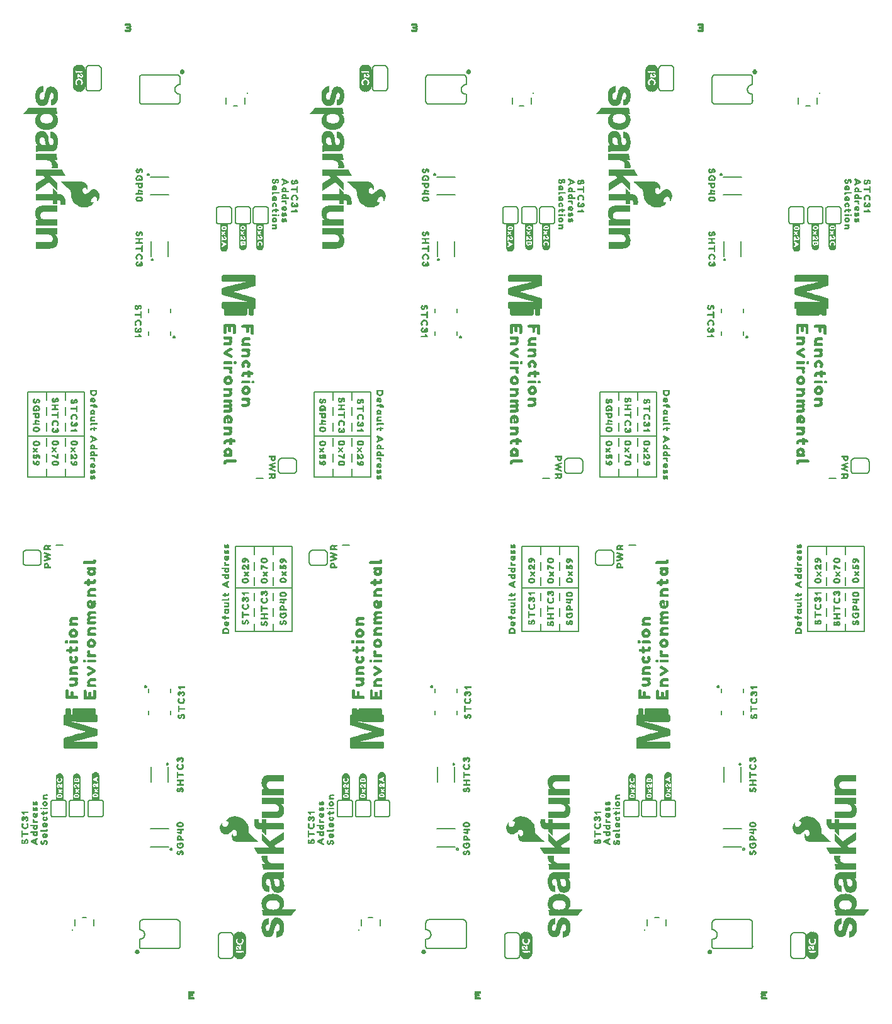
<source format=gto>
G04 EAGLE Gerber RS-274X export*
G75*
%MOMM*%
%FSLAX34Y34*%
%LPD*%
%INSilkscreen Top*%
%IPPOS*%
%AMOC8*
5,1,8,0,0,1.08239X$1,22.5*%
G01*
%ADD10C,0.152400*%
%ADD11R,0.640000X0.040000*%
%ADD12R,0.800000X0.040000*%
%ADD13R,0.840000X0.040000*%
%ADD14R,0.280000X0.040000*%
%ADD15R,0.600000X0.040000*%
%ADD16R,0.680000X0.040000*%
%ADD17R,0.760000X0.040000*%
%ADD18C,0.254000*%
%ADD19C,0.203200*%
%ADD20R,0.040000X2.440000*%
%ADD21R,0.040000X2.680000*%
%ADD22R,0.040000X2.840000*%
%ADD23R,0.040000X3.000000*%
%ADD24R,0.040000X3.080000*%
%ADD25R,0.040000X3.160000*%
%ADD26R,0.040000X3.240000*%
%ADD27R,0.040000X1.240000*%
%ADD28R,0.040000X0.720000*%
%ADD29R,0.040000X1.000000*%
%ADD30R,0.040000X0.760000*%
%ADD31R,0.040000X0.200000*%
%ADD32R,0.040000X0.520000*%
%ADD33R,0.040000X0.880000*%
%ADD34R,0.040000X0.160000*%
%ADD35R,0.040000X0.400000*%
%ADD36R,0.040000X0.800000*%
%ADD37R,0.040000X0.320000*%
%ADD38R,0.040000X0.120000*%
%ADD39R,0.040000X0.280000*%
%ADD40R,0.040000X0.840000*%
%ADD41R,0.040000X0.080000*%
%ADD42R,0.040000X0.360000*%
%ADD43R,0.040000X0.960000*%
%ADD44R,0.040000X1.440000*%
%ADD45R,0.040000X1.480000*%
%ADD46R,0.040000X1.520000*%
%ADD47R,0.040000X0.240000*%
%ADD48R,0.040000X0.040000*%
%ADD49R,0.040000X0.920000*%
%ADD50R,0.040000X1.040000*%
%ADD51R,0.040000X1.160000*%

G36*
X684231Y945496D02*
X684231Y945496D01*
X684272Y945502D01*
X684289Y945496D01*
X684318Y945498D01*
X684358Y945492D01*
X690172Y945492D01*
X690176Y945492D01*
X690181Y945492D01*
X690709Y945501D01*
X690750Y945510D01*
X690815Y945514D01*
X691327Y945635D01*
X691367Y945653D01*
X691457Y945685D01*
X691917Y945943D01*
X691950Y945972D01*
X692027Y946027D01*
X692397Y946402D01*
X692421Y946438D01*
X692480Y946513D01*
X692733Y946975D01*
X692746Y947017D01*
X692782Y947105D01*
X692897Y947619D01*
X692898Y947662D01*
X692910Y947728D01*
X692918Y953536D01*
X692928Y953936D01*
X693046Y954149D01*
X693268Y954261D01*
X694104Y954265D01*
X694342Y954163D01*
X694466Y953965D01*
X694484Y953581D01*
X694490Y947778D01*
X694498Y947740D01*
X694499Y947683D01*
X694600Y947166D01*
X694617Y947126D01*
X694646Y947035D01*
X694885Y946566D01*
X694912Y946532D01*
X694965Y946452D01*
X695325Y946067D01*
X695360Y946042D01*
X695433Y945980D01*
X695885Y945709D01*
X695925Y945695D01*
X696015Y945654D01*
X696525Y945521D01*
X696569Y945519D01*
X696637Y945505D01*
X697165Y945491D01*
X697172Y945492D01*
X697179Y945490D01*
X699294Y945490D01*
X699309Y945494D01*
X699329Y945492D01*
X699855Y945529D01*
X699898Y945541D01*
X699988Y945557D01*
X700484Y945734D01*
X700521Y945757D01*
X700607Y945798D01*
X701035Y946105D01*
X701063Y946136D01*
X701072Y946142D01*
X701075Y946147D01*
X701135Y946201D01*
X701462Y946613D01*
X701482Y946652D01*
X701532Y946732D01*
X701734Y947218D01*
X701743Y947261D01*
X701769Y947351D01*
X701830Y947875D01*
X701828Y947900D01*
X701834Y947933D01*
X701836Y953712D01*
X701883Y954046D01*
X702025Y954206D01*
X702348Y954283D01*
X702841Y954339D01*
X702847Y954341D01*
X702853Y954341D01*
X703012Y954390D01*
X703479Y954629D01*
X703485Y954634D01*
X703492Y954636D01*
X703623Y954739D01*
X703975Y955129D01*
X703979Y955136D01*
X703985Y955141D01*
X704070Y955284D01*
X704259Y955774D01*
X704262Y955792D01*
X704292Y955933D01*
X704315Y956460D01*
X704313Y956469D01*
X704315Y956481D01*
X704315Y966524D01*
X704314Y966529D01*
X704315Y966536D01*
X704303Y967064D01*
X704295Y967096D01*
X704275Y967216D01*
X704103Y967712D01*
X704098Y967720D01*
X704096Y967729D01*
X704011Y967872D01*
X703670Y968272D01*
X703664Y968277D01*
X703660Y968284D01*
X703616Y968318D01*
X703610Y968327D01*
X703591Y968338D01*
X703529Y968387D01*
X703067Y968638D01*
X703030Y968649D01*
X702979Y968675D01*
X696928Y970578D01*
X696927Y970578D01*
X696925Y970579D01*
X692380Y971984D01*
X692379Y971984D01*
X692377Y971985D01*
X684278Y974423D01*
X684198Y974431D01*
X684157Y974437D01*
X684144Y974443D01*
X684038Y974493D01*
X680486Y975511D01*
X680483Y975511D01*
X680480Y975513D01*
X676914Y976485D01*
X676909Y976486D01*
X676904Y976488D01*
X673831Y977255D01*
X673825Y977255D01*
X673818Y977258D01*
X673368Y977359D01*
X673964Y977479D01*
X673969Y977481D01*
X673975Y977481D01*
X677581Y978289D01*
X677584Y978290D01*
X677588Y978291D01*
X681695Y979276D01*
X681696Y979277D01*
X681698Y979277D01*
X683236Y979657D01*
X683241Y979659D01*
X683248Y979660D01*
X684266Y979938D01*
X684292Y979951D01*
X684330Y979954D01*
X684345Y979955D01*
X684346Y979955D01*
X684348Y979956D01*
X687933Y980876D01*
X687935Y980877D01*
X687937Y980877D01*
X692025Y981963D01*
X692026Y981964D01*
X692028Y981964D01*
X694579Y982659D01*
X694580Y982660D01*
X694583Y982661D01*
X698654Y983808D01*
X698656Y983809D01*
X698659Y983809D01*
X702717Y985003D01*
X702729Y985010D01*
X702746Y985013D01*
X703242Y985192D01*
X703254Y985199D01*
X703384Y985271D01*
X703794Y985599D01*
X703801Y985607D01*
X703810Y985612D01*
X703916Y985741D01*
X704178Y986197D01*
X704181Y986206D01*
X704187Y986214D01*
X704196Y986242D01*
X704202Y986251D01*
X704205Y986269D01*
X704239Y986372D01*
X704315Y986892D01*
X704313Y986923D01*
X704321Y986965D01*
X704326Y998068D01*
X704318Y998104D01*
X704318Y998158D01*
X704224Y998675D01*
X704220Y998683D01*
X704220Y998693D01*
X704158Y998847D01*
X703882Y999294D01*
X703877Y999299D01*
X703875Y999306D01*
X703761Y999428D01*
X703345Y999748D01*
X703337Y999752D01*
X703332Y999758D01*
X703182Y999831D01*
X702678Y999980D01*
X702637Y999984D01*
X702537Y1000001D01*
X684561Y1000009D01*
X684517Y1000000D01*
X684442Y999995D01*
X684328Y999967D01*
X684314Y999976D01*
X684306Y999978D01*
X684298Y999982D01*
X684134Y1000010D01*
X660321Y999999D01*
X660283Y999992D01*
X660174Y999977D01*
X659672Y999822D01*
X659664Y999818D01*
X659655Y999817D01*
X659509Y999737D01*
X659096Y999411D01*
X659091Y999405D01*
X659085Y999402D01*
X658977Y999275D01*
X658707Y998823D01*
X658705Y998816D01*
X658700Y998809D01*
X658644Y998652D01*
X658555Y998134D01*
X658556Y998098D01*
X658548Y998049D01*
X658548Y992757D01*
X658551Y992740D01*
X658549Y992718D01*
X658591Y992192D01*
X658591Y992190D01*
X658591Y992188D01*
X658633Y992027D01*
X658849Y991547D01*
X658853Y991540D01*
X658855Y991532D01*
X658952Y991397D01*
X659326Y991026D01*
X659333Y991022D01*
X659338Y991015D01*
X659477Y990923D01*
X659960Y990713D01*
X659960Y990712D01*
X659961Y990712D01*
X660123Y990672D01*
X660649Y990633D01*
X660665Y990635D01*
X660686Y990632D01*
X676562Y990634D01*
X676563Y990634D01*
X676565Y990634D01*
X680798Y990658D01*
X680800Y990659D01*
X680803Y990658D01*
X683976Y990706D01*
X683978Y990706D01*
X684070Y990727D01*
X684170Y990748D01*
X684171Y990749D01*
X684172Y990749D01*
X684194Y990764D01*
X684215Y990751D01*
X684231Y990748D01*
X684246Y990740D01*
X684410Y990715D01*
X684411Y990715D01*
X688639Y990808D01*
X688641Y990809D01*
X688644Y990808D01*
X691814Y990907D01*
X691817Y990907D01*
X691821Y990907D01*
X693599Y990985D01*
X691719Y990571D01*
X691716Y990570D01*
X691713Y990570D01*
X684504Y988891D01*
X684489Y988884D01*
X684470Y988882D01*
X684134Y988778D01*
X684069Y988774D01*
X684026Y988777D01*
X684003Y988769D01*
X683972Y988767D01*
X677303Y987145D01*
X677302Y987145D01*
X677300Y987145D01*
X671665Y985739D01*
X671664Y985738D01*
X671662Y985738D01*
X664503Y983902D01*
X664501Y983902D01*
X664499Y983901D01*
X659906Y982685D01*
X659866Y982665D01*
X659794Y982640D01*
X659334Y982389D01*
X659327Y982383D01*
X659318Y982380D01*
X659191Y982272D01*
X658853Y981871D01*
X658850Y981865D01*
X658845Y981860D01*
X658764Y981715D01*
X658590Y981220D01*
X658586Y981189D01*
X658562Y981067D01*
X658548Y980540D01*
X658549Y980534D01*
X658548Y980527D01*
X658548Y975247D01*
X658553Y975225D01*
X658551Y975197D01*
X658604Y974674D01*
X658606Y974669D01*
X658605Y974663D01*
X658653Y974504D01*
X658885Y974033D01*
X658891Y974026D01*
X658893Y974018D01*
X658995Y973887D01*
X659382Y973532D01*
X659386Y973529D01*
X659389Y973525D01*
X659530Y973437D01*
X660017Y973238D01*
X660038Y973234D01*
X660062Y973222D01*
X665118Y971702D01*
X665120Y971702D01*
X665122Y971701D01*
X672219Y969636D01*
X672221Y969636D01*
X672224Y969635D01*
X677815Y968065D01*
X677817Y968065D01*
X677819Y968064D01*
X683934Y966406D01*
X683969Y966404D01*
X684002Y966393D01*
X684067Y966398D01*
X684132Y966394D01*
X684144Y966398D01*
X684170Y966371D01*
X684243Y966339D01*
X684282Y966315D01*
X684300Y966313D01*
X684322Y966303D01*
X687390Y965501D01*
X687392Y965501D01*
X687395Y965500D01*
X691495Y964467D01*
X691498Y964467D01*
X691501Y964465D01*
X694071Y963849D01*
X694074Y963848D01*
X694076Y963847D01*
X690710Y963923D01*
X690709Y963923D01*
X690706Y963923D01*
X684364Y964015D01*
X684310Y964005D01*
X684255Y964005D01*
X684213Y963987D01*
X684169Y963979D01*
X684123Y963948D01*
X684072Y963926D01*
X684071Y963925D01*
X683863Y963986D01*
X683819Y963989D01*
X683727Y964006D01*
X680561Y964030D01*
X680560Y964030D01*
X680558Y964030D01*
X660509Y964043D01*
X660474Y964036D01*
X660424Y964036D01*
X659907Y963947D01*
X659900Y963944D01*
X659893Y963944D01*
X659816Y963915D01*
X659787Y963909D01*
X659770Y963897D01*
X659738Y963885D01*
X659286Y963618D01*
X659280Y963612D01*
X659273Y963610D01*
X659149Y963498D01*
X658823Y963087D01*
X658819Y963080D01*
X658813Y963074D01*
X658738Y962926D01*
X658582Y962425D01*
X658577Y962382D01*
X658559Y962288D01*
X658547Y961761D01*
X658548Y961756D01*
X658547Y961749D01*
X658547Y956473D01*
X658550Y956463D01*
X658548Y956449D01*
X658574Y955923D01*
X658579Y955901D01*
X658607Y955767D01*
X658797Y955278D01*
X658801Y955272D01*
X658802Y955264D01*
X658807Y955257D01*
X658808Y955251D01*
X658826Y955227D01*
X658892Y955124D01*
X659244Y954735D01*
X659250Y954731D01*
X659254Y954724D01*
X659387Y954625D01*
X659855Y954387D01*
X659861Y954386D01*
X659865Y954382D01*
X660025Y954336D01*
X660547Y954277D01*
X660565Y954278D01*
X660587Y954274D01*
X660987Y954261D01*
X661195Y954140D01*
X661303Y953913D01*
X661320Y947695D01*
X661329Y947651D01*
X661335Y947577D01*
X661460Y947066D01*
X661479Y947027D01*
X661512Y946937D01*
X661773Y946481D01*
X661802Y946448D01*
X661858Y946371D01*
X662235Y946005D01*
X662272Y945981D01*
X662346Y945924D01*
X662808Y945674D01*
X662850Y945661D01*
X662940Y945625D01*
X663454Y945514D01*
X663495Y945514D01*
X663559Y945503D01*
X683598Y945495D01*
X684117Y945477D01*
X684134Y945480D01*
X684151Y945477D01*
X684231Y945496D01*
G37*
G36*
X1069320Y945496D02*
X1069320Y945496D01*
X1069361Y945502D01*
X1069378Y945496D01*
X1069408Y945498D01*
X1069447Y945492D01*
X1075261Y945492D01*
X1075265Y945492D01*
X1075270Y945492D01*
X1075799Y945501D01*
X1075840Y945510D01*
X1075904Y945514D01*
X1076417Y945635D01*
X1076456Y945653D01*
X1076547Y945685D01*
X1077006Y945943D01*
X1077039Y945972D01*
X1077116Y946027D01*
X1077487Y946402D01*
X1077510Y946438D01*
X1077570Y946513D01*
X1077822Y946975D01*
X1077835Y947017D01*
X1077872Y947105D01*
X1077987Y947619D01*
X1077988Y947662D01*
X1077999Y947728D01*
X1078007Y953536D01*
X1078017Y953936D01*
X1078135Y954149D01*
X1078357Y954261D01*
X1079193Y954265D01*
X1079432Y954163D01*
X1079556Y953965D01*
X1079574Y953581D01*
X1079579Y947778D01*
X1079587Y947740D01*
X1079589Y947683D01*
X1079690Y947166D01*
X1079706Y947126D01*
X1079735Y947035D01*
X1079975Y946566D01*
X1080002Y946532D01*
X1080054Y946452D01*
X1080414Y946067D01*
X1080450Y946042D01*
X1080522Y945980D01*
X1080974Y945709D01*
X1081015Y945695D01*
X1081105Y945654D01*
X1081615Y945521D01*
X1081658Y945519D01*
X1081727Y945505D01*
X1082255Y945491D01*
X1082261Y945492D01*
X1082269Y945490D01*
X1084383Y945490D01*
X1084399Y945494D01*
X1084418Y945492D01*
X1084945Y945529D01*
X1084988Y945541D01*
X1085077Y945557D01*
X1085573Y945734D01*
X1085611Y945757D01*
X1085696Y945798D01*
X1086124Y946105D01*
X1086153Y946136D01*
X1086162Y946142D01*
X1086165Y946147D01*
X1086225Y946201D01*
X1086552Y946613D01*
X1086572Y946652D01*
X1086622Y946732D01*
X1086824Y947218D01*
X1086832Y947261D01*
X1086858Y947351D01*
X1086920Y947875D01*
X1086918Y947900D01*
X1086923Y947933D01*
X1086925Y953712D01*
X1086973Y954046D01*
X1087114Y954206D01*
X1087437Y954283D01*
X1087930Y954339D01*
X1087936Y954341D01*
X1087942Y954341D01*
X1088101Y954390D01*
X1088569Y954629D01*
X1088575Y954634D01*
X1088582Y954636D01*
X1088712Y954739D01*
X1089064Y955129D01*
X1089068Y955136D01*
X1089075Y955141D01*
X1089160Y955284D01*
X1089349Y955774D01*
X1089352Y955792D01*
X1089382Y955933D01*
X1089404Y956460D01*
X1089403Y956469D01*
X1089404Y956481D01*
X1089404Y966524D01*
X1089403Y966529D01*
X1089404Y966536D01*
X1089392Y967064D01*
X1089385Y967096D01*
X1089364Y967216D01*
X1089192Y967712D01*
X1089187Y967720D01*
X1089186Y967729D01*
X1089101Y967872D01*
X1088760Y968272D01*
X1088753Y968277D01*
X1088749Y968284D01*
X1088706Y968318D01*
X1088699Y968327D01*
X1088681Y968338D01*
X1088618Y968387D01*
X1088156Y968638D01*
X1088119Y968649D01*
X1088068Y968675D01*
X1082017Y970578D01*
X1082016Y970578D01*
X1082015Y970579D01*
X1077470Y971984D01*
X1077468Y971984D01*
X1077466Y971985D01*
X1069368Y974423D01*
X1069287Y974431D01*
X1069246Y974437D01*
X1069233Y974443D01*
X1069128Y974493D01*
X1065575Y975511D01*
X1065572Y975511D01*
X1065569Y975513D01*
X1062004Y976485D01*
X1061999Y976486D01*
X1061993Y976488D01*
X1058920Y977255D01*
X1058914Y977255D01*
X1058908Y977258D01*
X1058457Y977359D01*
X1059054Y977479D01*
X1059058Y977481D01*
X1059064Y977481D01*
X1062670Y978289D01*
X1062673Y978290D01*
X1062677Y978291D01*
X1066784Y979276D01*
X1066786Y979277D01*
X1066788Y979277D01*
X1068325Y979657D01*
X1068330Y979659D01*
X1068337Y979660D01*
X1069355Y979938D01*
X1069381Y979951D01*
X1069420Y979954D01*
X1069434Y979955D01*
X1069435Y979955D01*
X1069437Y979956D01*
X1073022Y980876D01*
X1073024Y980877D01*
X1073026Y980877D01*
X1077114Y981963D01*
X1077116Y981964D01*
X1077117Y981964D01*
X1079668Y982659D01*
X1079670Y982660D01*
X1079672Y982661D01*
X1083743Y983808D01*
X1083746Y983809D01*
X1083749Y983809D01*
X1087806Y985003D01*
X1087818Y985010D01*
X1087835Y985013D01*
X1088331Y985192D01*
X1088344Y985199D01*
X1088473Y985271D01*
X1088884Y985599D01*
X1088891Y985607D01*
X1088900Y985612D01*
X1089005Y985741D01*
X1089267Y986197D01*
X1089270Y986206D01*
X1089277Y986214D01*
X1089286Y986242D01*
X1089291Y986251D01*
X1089294Y986269D01*
X1089328Y986372D01*
X1089405Y986892D01*
X1089403Y986923D01*
X1089410Y986965D01*
X1089415Y998068D01*
X1089408Y998104D01*
X1089407Y998158D01*
X1089313Y998675D01*
X1089310Y998683D01*
X1089309Y998693D01*
X1089247Y998847D01*
X1088972Y999294D01*
X1088967Y999299D01*
X1088964Y999306D01*
X1088851Y999428D01*
X1088434Y999748D01*
X1088427Y999752D01*
X1088421Y999758D01*
X1088272Y999831D01*
X1087768Y999980D01*
X1087726Y999984D01*
X1087627Y1000001D01*
X1069650Y1000009D01*
X1069607Y1000000D01*
X1069532Y999995D01*
X1069418Y999967D01*
X1069403Y999976D01*
X1069395Y999978D01*
X1069388Y999982D01*
X1069224Y1000010D01*
X1045410Y999999D01*
X1045372Y999992D01*
X1045263Y999977D01*
X1044761Y999822D01*
X1044753Y999818D01*
X1044745Y999817D01*
X1044599Y999737D01*
X1044186Y999411D01*
X1044181Y999405D01*
X1044174Y999402D01*
X1044066Y999275D01*
X1043797Y998823D01*
X1043794Y998816D01*
X1043789Y998809D01*
X1043734Y998652D01*
X1043644Y998134D01*
X1043645Y998098D01*
X1043637Y998049D01*
X1043637Y992757D01*
X1043641Y992740D01*
X1043639Y992718D01*
X1043680Y992192D01*
X1043681Y992190D01*
X1043681Y992188D01*
X1043722Y992027D01*
X1043938Y991547D01*
X1043943Y991540D01*
X1043945Y991532D01*
X1044042Y991397D01*
X1044415Y991026D01*
X1044423Y991022D01*
X1044428Y991015D01*
X1044567Y990923D01*
X1045049Y990713D01*
X1045050Y990712D01*
X1045051Y990712D01*
X1045212Y990672D01*
X1045738Y990633D01*
X1045755Y990635D01*
X1045775Y990632D01*
X1061651Y990634D01*
X1061652Y990634D01*
X1061654Y990634D01*
X1065888Y990658D01*
X1065890Y990659D01*
X1065892Y990658D01*
X1069065Y990706D01*
X1069067Y990706D01*
X1069160Y990727D01*
X1069260Y990748D01*
X1069260Y990749D01*
X1069261Y990749D01*
X1069283Y990764D01*
X1069304Y990751D01*
X1069321Y990748D01*
X1069335Y990740D01*
X1069500Y990715D01*
X1073729Y990808D01*
X1073731Y990809D01*
X1073733Y990808D01*
X1076904Y990907D01*
X1076907Y990907D01*
X1076910Y990907D01*
X1078689Y990985D01*
X1076808Y990571D01*
X1076805Y990570D01*
X1076802Y990570D01*
X1069593Y988891D01*
X1069579Y988884D01*
X1069559Y988882D01*
X1069224Y988778D01*
X1069158Y988774D01*
X1069115Y988777D01*
X1069092Y988769D01*
X1069061Y988767D01*
X1062392Y987145D01*
X1062391Y987145D01*
X1062389Y987145D01*
X1056755Y985739D01*
X1056753Y985738D01*
X1056752Y985738D01*
X1049592Y983902D01*
X1049590Y983902D01*
X1049588Y983901D01*
X1044995Y982685D01*
X1044955Y982665D01*
X1044884Y982640D01*
X1044423Y982389D01*
X1044416Y982383D01*
X1044408Y982380D01*
X1044281Y982272D01*
X1043943Y981871D01*
X1043940Y981865D01*
X1043934Y981860D01*
X1043854Y981715D01*
X1043680Y981220D01*
X1043675Y981189D01*
X1043651Y981067D01*
X1043638Y980540D01*
X1043639Y980534D01*
X1043638Y980527D01*
X1043638Y975247D01*
X1043642Y975225D01*
X1043640Y975197D01*
X1043694Y974674D01*
X1043695Y974669D01*
X1043695Y974663D01*
X1043743Y974504D01*
X1043975Y974033D01*
X1043980Y974026D01*
X1043983Y974018D01*
X1044085Y973887D01*
X1044471Y973532D01*
X1044475Y973529D01*
X1044479Y973525D01*
X1044620Y973437D01*
X1045107Y973238D01*
X1045127Y973234D01*
X1045152Y973222D01*
X1050208Y971702D01*
X1050210Y971702D01*
X1050212Y971701D01*
X1057309Y969636D01*
X1057311Y969636D01*
X1057313Y969635D01*
X1062904Y968065D01*
X1062906Y968065D01*
X1062909Y968064D01*
X1069023Y966406D01*
X1069058Y966404D01*
X1069091Y966393D01*
X1069156Y966398D01*
X1069222Y966394D01*
X1069234Y966398D01*
X1069260Y966371D01*
X1069333Y966339D01*
X1069371Y966315D01*
X1069390Y966313D01*
X1069411Y966303D01*
X1072480Y965501D01*
X1072482Y965501D01*
X1072484Y965500D01*
X1076585Y964467D01*
X1076587Y964467D01*
X1076590Y964465D01*
X1079160Y963849D01*
X1079163Y963848D01*
X1079165Y963847D01*
X1075800Y963923D01*
X1075798Y963923D01*
X1075796Y963923D01*
X1069453Y964015D01*
X1069399Y964005D01*
X1069344Y964005D01*
X1069303Y963987D01*
X1069258Y963979D01*
X1069212Y963948D01*
X1069162Y963926D01*
X1069160Y963925D01*
X1068952Y963986D01*
X1068909Y963989D01*
X1068816Y964006D01*
X1065651Y964030D01*
X1065649Y964030D01*
X1065647Y964030D01*
X1045598Y964043D01*
X1045564Y964036D01*
X1045514Y964036D01*
X1044997Y963947D01*
X1044990Y963944D01*
X1044982Y963944D01*
X1044906Y963915D01*
X1044877Y963909D01*
X1044860Y963897D01*
X1044827Y963885D01*
X1044376Y963618D01*
X1044370Y963612D01*
X1044362Y963610D01*
X1044239Y963498D01*
X1043913Y963087D01*
X1043909Y963080D01*
X1043903Y963074D01*
X1043827Y962926D01*
X1043671Y962425D01*
X1043667Y962382D01*
X1043649Y962288D01*
X1043637Y961761D01*
X1043638Y961756D01*
X1043637Y961749D01*
X1043637Y956473D01*
X1043639Y956463D01*
X1043637Y956449D01*
X1043663Y955923D01*
X1043669Y955901D01*
X1043696Y955767D01*
X1043886Y955278D01*
X1043890Y955272D01*
X1043892Y955264D01*
X1043896Y955257D01*
X1043897Y955251D01*
X1043915Y955227D01*
X1043981Y955124D01*
X1044333Y954735D01*
X1044339Y954731D01*
X1044343Y954724D01*
X1044477Y954625D01*
X1044944Y954387D01*
X1044950Y954386D01*
X1044955Y954382D01*
X1045114Y954336D01*
X1045636Y954277D01*
X1045654Y954278D01*
X1045676Y954274D01*
X1046077Y954261D01*
X1046284Y954140D01*
X1046393Y953913D01*
X1046410Y947695D01*
X1046419Y947651D01*
X1046424Y947577D01*
X1046550Y947066D01*
X1046568Y947027D01*
X1046601Y946937D01*
X1046863Y946481D01*
X1046892Y946448D01*
X1046948Y946371D01*
X1047324Y946005D01*
X1047361Y945981D01*
X1047435Y945924D01*
X1047898Y945674D01*
X1047939Y945661D01*
X1048030Y945625D01*
X1048543Y945514D01*
X1048585Y945514D01*
X1048648Y945503D01*
X1068688Y945495D01*
X1069206Y945477D01*
X1069223Y945480D01*
X1069240Y945477D01*
X1069320Y945496D01*
G37*
G36*
X299167Y945496D02*
X299167Y945496D01*
X299208Y945502D01*
X299225Y945496D01*
X299254Y945498D01*
X299294Y945492D01*
X305108Y945492D01*
X305112Y945492D01*
X305117Y945492D01*
X305645Y945501D01*
X305686Y945510D01*
X305751Y945514D01*
X306263Y945635D01*
X306303Y945653D01*
X306393Y945685D01*
X306853Y945943D01*
X306886Y945972D01*
X306963Y946027D01*
X307333Y946402D01*
X307357Y946438D01*
X307416Y946513D01*
X307669Y946975D01*
X307682Y947017D01*
X307718Y947105D01*
X307833Y947619D01*
X307834Y947662D01*
X307846Y947728D01*
X307854Y953536D01*
X307864Y953936D01*
X307982Y954149D01*
X308204Y954261D01*
X309040Y954265D01*
X309278Y954163D01*
X309402Y953965D01*
X309420Y953581D01*
X309426Y947778D01*
X309434Y947740D01*
X309435Y947683D01*
X309536Y947166D01*
X309553Y947126D01*
X309582Y947035D01*
X309821Y946566D01*
X309848Y946532D01*
X309901Y946452D01*
X310261Y946067D01*
X310296Y946042D01*
X310369Y945980D01*
X310821Y945709D01*
X310861Y945695D01*
X310951Y945654D01*
X311461Y945521D01*
X311505Y945519D01*
X311573Y945505D01*
X312101Y945491D01*
X312108Y945492D01*
X312115Y945490D01*
X314230Y945490D01*
X314245Y945494D01*
X314265Y945492D01*
X314791Y945529D01*
X314834Y945541D01*
X314924Y945557D01*
X315420Y945734D01*
X315457Y945757D01*
X315543Y945798D01*
X315971Y946105D01*
X315999Y946136D01*
X316008Y946142D01*
X316011Y946147D01*
X316071Y946201D01*
X316398Y946613D01*
X316418Y946652D01*
X316468Y946732D01*
X316670Y947218D01*
X316679Y947261D01*
X316705Y947351D01*
X316766Y947875D01*
X316764Y947900D01*
X316770Y947933D01*
X316772Y953712D01*
X316819Y954046D01*
X316961Y954206D01*
X317284Y954283D01*
X317777Y954339D01*
X317783Y954341D01*
X317789Y954341D01*
X317948Y954390D01*
X318415Y954629D01*
X318421Y954634D01*
X318428Y954636D01*
X318559Y954739D01*
X318911Y955129D01*
X318915Y955136D01*
X318921Y955141D01*
X319006Y955284D01*
X319195Y955774D01*
X319198Y955792D01*
X319228Y955933D01*
X319251Y956460D01*
X319249Y956469D01*
X319251Y956481D01*
X319251Y966524D01*
X319250Y966529D01*
X319251Y966536D01*
X319239Y967064D01*
X319231Y967096D01*
X319211Y967216D01*
X319039Y967712D01*
X319034Y967720D01*
X319032Y967729D01*
X318947Y967872D01*
X318606Y968272D01*
X318600Y968277D01*
X318596Y968284D01*
X318552Y968318D01*
X318546Y968327D01*
X318527Y968338D01*
X318465Y968387D01*
X318003Y968638D01*
X317966Y968649D01*
X317915Y968675D01*
X311864Y970578D01*
X311863Y970578D01*
X311861Y970579D01*
X307316Y971984D01*
X307315Y971984D01*
X307313Y971985D01*
X299214Y974423D01*
X299134Y974431D01*
X299093Y974437D01*
X299080Y974443D01*
X298974Y974493D01*
X295422Y975511D01*
X295419Y975511D01*
X295416Y975513D01*
X291850Y976485D01*
X291845Y976486D01*
X291840Y976488D01*
X288767Y977255D01*
X288761Y977255D01*
X288754Y977258D01*
X288304Y977359D01*
X288900Y977479D01*
X288905Y977481D01*
X288911Y977481D01*
X292517Y978289D01*
X292520Y978290D01*
X292524Y978291D01*
X296631Y979276D01*
X296632Y979277D01*
X296634Y979277D01*
X298172Y979657D01*
X298177Y979659D01*
X298184Y979660D01*
X299202Y979938D01*
X299228Y979951D01*
X299266Y979954D01*
X299281Y979955D01*
X299282Y979955D01*
X299284Y979956D01*
X302869Y980876D01*
X302871Y980877D01*
X302873Y980877D01*
X306961Y981963D01*
X306962Y981964D01*
X306964Y981964D01*
X309515Y982659D01*
X309516Y982660D01*
X309519Y982661D01*
X313590Y983808D01*
X313592Y983809D01*
X313595Y983809D01*
X317653Y985003D01*
X317665Y985010D01*
X317682Y985013D01*
X318178Y985192D01*
X318190Y985199D01*
X318320Y985271D01*
X318730Y985599D01*
X318737Y985607D01*
X318746Y985612D01*
X318852Y985741D01*
X319114Y986197D01*
X319117Y986206D01*
X319123Y986214D01*
X319132Y986242D01*
X319138Y986251D01*
X319141Y986269D01*
X319175Y986372D01*
X319251Y986892D01*
X319249Y986923D01*
X319257Y986965D01*
X319262Y998068D01*
X319254Y998104D01*
X319254Y998158D01*
X319160Y998675D01*
X319156Y998683D01*
X319156Y998693D01*
X319094Y998847D01*
X318818Y999294D01*
X318813Y999299D01*
X318811Y999306D01*
X318697Y999428D01*
X318281Y999748D01*
X318273Y999752D01*
X318268Y999758D01*
X318118Y999831D01*
X317614Y999980D01*
X317573Y999984D01*
X317473Y1000001D01*
X299497Y1000009D01*
X299453Y1000000D01*
X299378Y999995D01*
X299264Y999967D01*
X299250Y999976D01*
X299242Y999978D01*
X299234Y999982D01*
X299070Y1000010D01*
X275257Y999999D01*
X275219Y999992D01*
X275110Y999977D01*
X274608Y999822D01*
X274600Y999818D01*
X274591Y999817D01*
X274445Y999737D01*
X274032Y999411D01*
X274027Y999405D01*
X274021Y999402D01*
X273913Y999275D01*
X273643Y998823D01*
X273641Y998816D01*
X273636Y998809D01*
X273580Y998652D01*
X273491Y998134D01*
X273492Y998098D01*
X273484Y998049D01*
X273484Y992757D01*
X273487Y992740D01*
X273485Y992718D01*
X273527Y992192D01*
X273527Y992190D01*
X273527Y992188D01*
X273569Y992027D01*
X273785Y991547D01*
X273789Y991540D01*
X273791Y991532D01*
X273888Y991397D01*
X274262Y991026D01*
X274269Y991022D01*
X274274Y991015D01*
X274413Y990923D01*
X274896Y990713D01*
X274896Y990712D01*
X274897Y990712D01*
X275059Y990672D01*
X275585Y990633D01*
X275601Y990635D01*
X275622Y990632D01*
X291498Y990634D01*
X291499Y990634D01*
X291501Y990634D01*
X295734Y990658D01*
X295736Y990659D01*
X295739Y990658D01*
X298912Y990706D01*
X298914Y990706D01*
X299006Y990727D01*
X299106Y990748D01*
X299107Y990749D01*
X299108Y990749D01*
X299130Y990764D01*
X299151Y990751D01*
X299167Y990748D01*
X299182Y990740D01*
X299346Y990715D01*
X299347Y990715D01*
X303575Y990808D01*
X303577Y990809D01*
X303580Y990808D01*
X306750Y990907D01*
X306753Y990907D01*
X306757Y990907D01*
X308535Y990985D01*
X306655Y990571D01*
X306652Y990570D01*
X306649Y990570D01*
X299440Y988891D01*
X299425Y988884D01*
X299406Y988882D01*
X299070Y988778D01*
X299005Y988774D01*
X298962Y988777D01*
X298939Y988769D01*
X298908Y988767D01*
X292239Y987145D01*
X292238Y987145D01*
X292236Y987145D01*
X286601Y985739D01*
X286600Y985738D01*
X286598Y985738D01*
X279439Y983902D01*
X279437Y983902D01*
X279435Y983901D01*
X274842Y982685D01*
X274802Y982665D01*
X274730Y982640D01*
X274270Y982389D01*
X274263Y982383D01*
X274254Y982380D01*
X274127Y982272D01*
X273789Y981871D01*
X273786Y981865D01*
X273781Y981860D01*
X273700Y981715D01*
X273526Y981220D01*
X273522Y981189D01*
X273498Y981067D01*
X273484Y980540D01*
X273485Y980534D01*
X273484Y980527D01*
X273484Y975247D01*
X273489Y975225D01*
X273487Y975197D01*
X273540Y974674D01*
X273542Y974669D01*
X273541Y974663D01*
X273589Y974504D01*
X273821Y974033D01*
X273827Y974026D01*
X273829Y974018D01*
X273931Y973887D01*
X274318Y973532D01*
X274322Y973529D01*
X274325Y973525D01*
X274466Y973437D01*
X274953Y973238D01*
X274974Y973234D01*
X274998Y973222D01*
X280054Y971702D01*
X280056Y971702D01*
X280058Y971701D01*
X287155Y969636D01*
X287157Y969636D01*
X287160Y969635D01*
X292751Y968065D01*
X292753Y968065D01*
X292755Y968064D01*
X298870Y966406D01*
X298905Y966404D01*
X298938Y966393D01*
X299003Y966398D01*
X299068Y966394D01*
X299080Y966398D01*
X299106Y966371D01*
X299179Y966339D01*
X299218Y966315D01*
X299236Y966313D01*
X299258Y966303D01*
X302326Y965501D01*
X302328Y965501D01*
X302331Y965500D01*
X306431Y964467D01*
X306434Y964467D01*
X306437Y964465D01*
X309007Y963849D01*
X309010Y963848D01*
X309012Y963847D01*
X305646Y963923D01*
X305645Y963923D01*
X305642Y963923D01*
X299300Y964015D01*
X299246Y964005D01*
X299191Y964005D01*
X299149Y963987D01*
X299105Y963979D01*
X299059Y963948D01*
X299008Y963926D01*
X299007Y963925D01*
X298799Y963986D01*
X298755Y963989D01*
X298663Y964006D01*
X295497Y964030D01*
X295496Y964030D01*
X295494Y964030D01*
X275445Y964043D01*
X275410Y964036D01*
X275360Y964036D01*
X274843Y963947D01*
X274836Y963944D01*
X274829Y963944D01*
X274752Y963915D01*
X274723Y963909D01*
X274706Y963897D01*
X274674Y963885D01*
X274222Y963618D01*
X274216Y963612D01*
X274209Y963610D01*
X274085Y963498D01*
X273759Y963087D01*
X273755Y963080D01*
X273749Y963074D01*
X273674Y962926D01*
X273518Y962425D01*
X273513Y962382D01*
X273495Y962288D01*
X273483Y961761D01*
X273484Y961756D01*
X273483Y961749D01*
X273483Y956473D01*
X273486Y956463D01*
X273484Y956449D01*
X273510Y955923D01*
X273515Y955901D01*
X273543Y955767D01*
X273733Y955278D01*
X273737Y955272D01*
X273738Y955264D01*
X273743Y955257D01*
X273744Y955251D01*
X273762Y955227D01*
X273828Y955124D01*
X274180Y954735D01*
X274186Y954731D01*
X274190Y954724D01*
X274323Y954625D01*
X274791Y954387D01*
X274797Y954386D01*
X274801Y954382D01*
X274961Y954336D01*
X275483Y954277D01*
X275501Y954278D01*
X275523Y954274D01*
X275923Y954261D01*
X276131Y954140D01*
X276239Y953913D01*
X276256Y947695D01*
X276265Y947651D01*
X276271Y947577D01*
X276396Y947066D01*
X276415Y947027D01*
X276448Y946937D01*
X276709Y946481D01*
X276738Y946448D01*
X276794Y946371D01*
X277171Y946005D01*
X277208Y945981D01*
X277282Y945924D01*
X277744Y945674D01*
X277786Y945661D01*
X277876Y945625D01*
X278390Y945514D01*
X278431Y945514D01*
X278495Y945503D01*
X298534Y945495D01*
X299053Y945477D01*
X299070Y945480D01*
X299087Y945477D01*
X299167Y945496D01*
G37*
G36*
X874906Y363498D02*
X874906Y363498D01*
X874944Y363506D01*
X875053Y363520D01*
X875555Y363675D01*
X875563Y363679D01*
X875571Y363681D01*
X875717Y363760D01*
X876130Y364086D01*
X876135Y364092D01*
X876142Y364096D01*
X876171Y364129D01*
X876185Y364139D01*
X876202Y364166D01*
X876250Y364222D01*
X876519Y364674D01*
X876522Y364682D01*
X876527Y364688D01*
X876583Y364845D01*
X876672Y365363D01*
X876671Y365399D01*
X876679Y365448D01*
X876679Y370740D01*
X876676Y370758D01*
X876678Y370780D01*
X876636Y371305D01*
X876635Y371308D01*
X876636Y371310D01*
X876594Y371471D01*
X876378Y371951D01*
X876373Y371957D01*
X876371Y371965D01*
X876274Y372100D01*
X875901Y372471D01*
X875894Y372476D01*
X875889Y372483D01*
X875749Y372574D01*
X875267Y372785D01*
X875266Y372785D01*
X875266Y372786D01*
X875104Y372825D01*
X874578Y372864D01*
X874562Y372862D01*
X874541Y372866D01*
X858665Y372863D01*
X858664Y372863D01*
X858662Y372863D01*
X854429Y372839D01*
X854427Y372839D01*
X854424Y372839D01*
X851251Y372791D01*
X851249Y372791D01*
X851157Y372771D01*
X851057Y372749D01*
X851056Y372749D01*
X851055Y372749D01*
X851033Y372733D01*
X851012Y372747D01*
X850996Y372750D01*
X850981Y372758D01*
X850816Y372782D01*
X846588Y372689D01*
X846586Y372689D01*
X846583Y372689D01*
X843412Y372591D01*
X843409Y372590D01*
X843406Y372590D01*
X841628Y372512D01*
X843508Y372927D01*
X843511Y372928D01*
X843514Y372928D01*
X850723Y374607D01*
X850738Y374613D01*
X850757Y374616D01*
X851092Y374719D01*
X851158Y374724D01*
X851201Y374721D01*
X851224Y374729D01*
X851255Y374731D01*
X857924Y376352D01*
X857925Y376353D01*
X857927Y376353D01*
X863562Y377759D01*
X863563Y377760D01*
X863565Y377760D01*
X870724Y379595D01*
X870726Y379596D01*
X870728Y379596D01*
X875321Y380812D01*
X875361Y380832D01*
X875433Y380857D01*
X875893Y381109D01*
X875900Y381115D01*
X875909Y381118D01*
X876035Y381225D01*
X876373Y381627D01*
X876377Y381633D01*
X876382Y381637D01*
X876462Y381783D01*
X876637Y382278D01*
X876641Y382308D01*
X876665Y382431D01*
X876678Y382958D01*
X876677Y382964D01*
X876679Y382971D01*
X876679Y388250D01*
X876674Y388272D01*
X876676Y388301D01*
X876623Y388823D01*
X876621Y388829D01*
X876621Y388834D01*
X876574Y388994D01*
X876342Y389464D01*
X876336Y389471D01*
X876334Y389479D01*
X876232Y389611D01*
X875845Y389966D01*
X875841Y389969D01*
X875838Y389973D01*
X875696Y390060D01*
X875210Y390259D01*
X875189Y390263D01*
X875164Y390275D01*
X870109Y391795D01*
X870107Y391796D01*
X870104Y391797D01*
X863008Y393861D01*
X863005Y393862D01*
X863003Y393863D01*
X857412Y395433D01*
X857410Y395433D01*
X857408Y395434D01*
X851293Y397091D01*
X851258Y397093D01*
X851225Y397105D01*
X851160Y397100D01*
X851095Y397104D01*
X851083Y397100D01*
X851056Y397126D01*
X850984Y397159D01*
X850945Y397182D01*
X850926Y397185D01*
X850905Y397194D01*
X847836Y397997D01*
X847834Y397997D01*
X847832Y397998D01*
X843732Y399031D01*
X843729Y399031D01*
X843726Y399032D01*
X841156Y399649D01*
X841153Y399649D01*
X841151Y399650D01*
X844516Y399574D01*
X844518Y399574D01*
X844520Y399574D01*
X850863Y399482D01*
X850917Y399492D01*
X850972Y399492D01*
X851013Y399510D01*
X851058Y399519D01*
X851104Y399549D01*
X851154Y399571D01*
X851156Y399572D01*
X851364Y399512D01*
X851408Y399508D01*
X851500Y399492D01*
X854666Y399467D01*
X854667Y399467D01*
X854669Y399467D01*
X874718Y399454D01*
X874753Y399461D01*
X874803Y399462D01*
X875320Y399550D01*
X875326Y399553D01*
X875334Y399553D01*
X875489Y399613D01*
X875941Y399880D01*
X875946Y399885D01*
X875954Y399888D01*
X876078Y399999D01*
X876403Y400410D01*
X876407Y400418D01*
X876414Y400423D01*
X876489Y400572D01*
X876645Y401072D01*
X876649Y401116D01*
X876667Y401210D01*
X876679Y401737D01*
X876678Y401742D01*
X876679Y401748D01*
X876679Y407024D01*
X876677Y407035D01*
X876679Y407048D01*
X876653Y407574D01*
X876648Y407596D01*
X876620Y407731D01*
X876430Y408219D01*
X876426Y408226D01*
X876424Y408233D01*
X876335Y408374D01*
X875983Y408762D01*
X875977Y408767D01*
X875973Y408773D01*
X875839Y408872D01*
X875372Y409110D01*
X875366Y409112D01*
X875362Y409115D01*
X875202Y409161D01*
X874680Y409221D01*
X874662Y409219D01*
X874640Y409224D01*
X874239Y409237D01*
X874032Y409357D01*
X873923Y409585D01*
X873906Y415803D01*
X873897Y415846D01*
X873892Y415920D01*
X873767Y416431D01*
X873748Y416470D01*
X873715Y416560D01*
X873454Y417016D01*
X873425Y417049D01*
X873369Y417126D01*
X872992Y417492D01*
X872955Y417516D01*
X872881Y417574D01*
X872418Y417824D01*
X872377Y417836D01*
X872287Y417872D01*
X871773Y417983D01*
X871731Y417984D01*
X871668Y417994D01*
X851629Y418002D01*
X851110Y418021D01*
X851093Y418018D01*
X851076Y418021D01*
X850996Y418002D01*
X850955Y417995D01*
X850938Y418001D01*
X850908Y417999D01*
X850869Y418006D01*
X845055Y418006D01*
X845051Y418005D01*
X845046Y418006D01*
X844518Y417996D01*
X844477Y417987D01*
X844412Y417983D01*
X843900Y417863D01*
X843860Y417845D01*
X843769Y417812D01*
X843310Y417554D01*
X843277Y417526D01*
X843200Y417470D01*
X842830Y417096D01*
X842806Y417059D01*
X842746Y416984D01*
X842494Y416522D01*
X842481Y416481D01*
X842445Y416392D01*
X842329Y415878D01*
X842329Y415836D01*
X842317Y415770D01*
X842309Y409961D01*
X842299Y409562D01*
X842181Y409349D01*
X841959Y409237D01*
X841123Y409232D01*
X840884Y409334D01*
X840761Y409532D01*
X840742Y409917D01*
X840737Y415719D01*
X840729Y415758D01*
X840728Y415815D01*
X840626Y416331D01*
X840610Y416372D01*
X840581Y416463D01*
X840342Y416932D01*
X840315Y416966D01*
X840262Y417045D01*
X839902Y417430D01*
X839867Y417456D01*
X839794Y417518D01*
X839342Y417788D01*
X839302Y417803D01*
X839211Y417843D01*
X838702Y417976D01*
X838658Y417979D01*
X838590Y417992D01*
X838062Y418007D01*
X838055Y418006D01*
X838048Y418007D01*
X835933Y418007D01*
X835918Y418004D01*
X835898Y418006D01*
X835372Y417968D01*
X835329Y417956D01*
X835239Y417940D01*
X834743Y417763D01*
X834706Y417741D01*
X834620Y417699D01*
X834192Y417392D01*
X834164Y417362D01*
X834158Y417358D01*
X834156Y417355D01*
X834092Y417297D01*
X833764Y416884D01*
X833745Y416845D01*
X833694Y416766D01*
X833493Y416279D01*
X833484Y416236D01*
X833458Y416146D01*
X833396Y415623D01*
X833399Y415597D01*
X833393Y415565D01*
X833391Y409786D01*
X833344Y409451D01*
X833202Y409292D01*
X832879Y409214D01*
X832386Y409158D01*
X832380Y409157D01*
X832374Y409157D01*
X832215Y409107D01*
X831747Y408868D01*
X831742Y408863D01*
X831735Y408861D01*
X831604Y408758D01*
X831252Y408368D01*
X831248Y408361D01*
X831241Y408356D01*
X831157Y408213D01*
X830968Y407723D01*
X830965Y407705D01*
X830935Y407565D01*
X830912Y407038D01*
X830914Y407028D01*
X830912Y407016D01*
X830912Y396973D01*
X830913Y396968D01*
X830912Y396962D01*
X830924Y396433D01*
X830931Y396402D01*
X830952Y396281D01*
X831124Y395785D01*
X831129Y395777D01*
X831130Y395768D01*
X831216Y395625D01*
X831556Y395225D01*
X831563Y395220D01*
X831567Y395213D01*
X831604Y395184D01*
X831612Y395173D01*
X831637Y395159D01*
X831698Y395110D01*
X832160Y394860D01*
X832197Y394848D01*
X832248Y394822D01*
X838299Y392919D01*
X838300Y392919D01*
X838301Y392919D01*
X842846Y391513D01*
X842848Y391513D01*
X842850Y391512D01*
X850948Y389074D01*
X851029Y389067D01*
X851070Y389060D01*
X851083Y389055D01*
X851189Y389004D01*
X854741Y387986D01*
X854744Y387986D01*
X854747Y387985D01*
X858313Y387012D01*
X858318Y387012D01*
X858323Y387010D01*
X861396Y386242D01*
X861402Y386242D01*
X861408Y386239D01*
X861859Y386139D01*
X861263Y386019D01*
X861258Y386017D01*
X861252Y386016D01*
X857646Y385208D01*
X857643Y385207D01*
X857639Y385207D01*
X853532Y384221D01*
X853530Y384221D01*
X853529Y384221D01*
X851991Y383841D01*
X851986Y383838D01*
X851979Y383838D01*
X850961Y383560D01*
X850935Y383547D01*
X850897Y383543D01*
X850882Y383543D01*
X850881Y383542D01*
X850879Y383542D01*
X847294Y382622D01*
X847292Y382621D01*
X847290Y382621D01*
X843202Y381534D01*
X843201Y381534D01*
X843199Y381534D01*
X840648Y380838D01*
X840647Y380837D01*
X840644Y380837D01*
X836573Y379690D01*
X836571Y379689D01*
X836567Y379688D01*
X832510Y378494D01*
X832498Y378488D01*
X832481Y378485D01*
X831985Y378306D01*
X831972Y378298D01*
X831843Y378226D01*
X831432Y377898D01*
X831426Y377890D01*
X831416Y377885D01*
X831311Y377757D01*
X831049Y377301D01*
X831046Y377291D01*
X831040Y377283D01*
X830988Y377125D01*
X830912Y376605D01*
X830913Y376574D01*
X830906Y376533D01*
X830901Y365429D01*
X830908Y365393D01*
X830909Y365340D01*
X831003Y364823D01*
X831007Y364814D01*
X831007Y364805D01*
X831069Y364650D01*
X831345Y364203D01*
X831350Y364198D01*
X831352Y364191D01*
X831421Y364118D01*
X831421Y364117D01*
X831422Y364116D01*
X831465Y364069D01*
X831882Y363749D01*
X831889Y363745D01*
X831895Y363739D01*
X832045Y363666D01*
X832548Y363517D01*
X832590Y363513D01*
X832690Y363497D01*
X850666Y363488D01*
X850710Y363497D01*
X850785Y363502D01*
X850898Y363530D01*
X850913Y363521D01*
X850921Y363520D01*
X850928Y363515D01*
X851093Y363488D01*
X874906Y363498D01*
G37*
G36*
X104753Y363498D02*
X104753Y363498D01*
X104791Y363506D01*
X104899Y363520D01*
X105402Y363675D01*
X105409Y363679D01*
X105418Y363681D01*
X105564Y363760D01*
X105977Y364086D01*
X105982Y364092D01*
X105989Y364096D01*
X106018Y364129D01*
X106031Y364139D01*
X106049Y364166D01*
X106097Y364222D01*
X106366Y364674D01*
X106369Y364682D01*
X106374Y364688D01*
X106429Y364845D01*
X106518Y365363D01*
X106517Y365399D01*
X106526Y365448D01*
X106526Y370740D01*
X106522Y370758D01*
X106524Y370780D01*
X106483Y371305D01*
X106482Y371308D01*
X106482Y371310D01*
X106440Y371471D01*
X106225Y371951D01*
X106220Y371957D01*
X106218Y371965D01*
X106121Y372100D01*
X105747Y372471D01*
X105740Y372476D01*
X105735Y372483D01*
X105596Y372574D01*
X105114Y372785D01*
X105113Y372785D01*
X105112Y372786D01*
X104951Y372825D01*
X104425Y372864D01*
X104408Y372862D01*
X104388Y372866D01*
X88512Y372863D01*
X88510Y372863D01*
X88509Y372863D01*
X84275Y372839D01*
X84273Y372839D01*
X84271Y372839D01*
X81098Y372791D01*
X81096Y372791D01*
X81003Y372771D01*
X80903Y372749D01*
X80902Y372749D01*
X80880Y372733D01*
X80859Y372747D01*
X80842Y372750D01*
X80828Y372758D01*
X80663Y372782D01*
X76434Y372689D01*
X76432Y372689D01*
X76430Y372689D01*
X73259Y372591D01*
X73256Y372590D01*
X73252Y372590D01*
X71474Y372512D01*
X73355Y372927D01*
X73357Y372928D01*
X73361Y372928D01*
X80570Y374607D01*
X80584Y374613D01*
X80604Y374616D01*
X80939Y374719D01*
X81005Y374724D01*
X81048Y374721D01*
X81071Y374729D01*
X81102Y374731D01*
X87771Y376352D01*
X87772Y376353D01*
X87774Y376353D01*
X93408Y377759D01*
X93409Y377760D01*
X93411Y377760D01*
X100571Y379595D01*
X100572Y379596D01*
X100575Y379596D01*
X105168Y380812D01*
X105207Y380832D01*
X105279Y380857D01*
X105740Y381109D01*
X105747Y381115D01*
X105755Y381118D01*
X105882Y381225D01*
X106220Y381627D01*
X106223Y381633D01*
X106228Y381637D01*
X106309Y381783D01*
X106483Y382278D01*
X106488Y382308D01*
X106511Y382431D01*
X106525Y382958D01*
X106524Y382964D01*
X106525Y382971D01*
X106525Y388250D01*
X106521Y388272D01*
X106523Y388301D01*
X106469Y388823D01*
X106468Y388829D01*
X106468Y388834D01*
X106420Y388994D01*
X106188Y389464D01*
X106183Y389471D01*
X106180Y389479D01*
X106078Y389611D01*
X105692Y389966D01*
X105687Y389969D01*
X105684Y389973D01*
X105543Y390060D01*
X105056Y390259D01*
X105035Y390263D01*
X105011Y390275D01*
X99955Y391795D01*
X99953Y391796D01*
X99951Y391797D01*
X92854Y393861D01*
X92852Y393862D01*
X92850Y393863D01*
X87259Y395433D01*
X87257Y395433D01*
X87254Y395434D01*
X81140Y397091D01*
X81105Y397093D01*
X81072Y397105D01*
X81007Y397100D01*
X80941Y397104D01*
X80929Y397100D01*
X80903Y397126D01*
X80830Y397159D01*
X80792Y397182D01*
X80773Y397185D01*
X80751Y397194D01*
X77683Y397997D01*
X77681Y397997D01*
X77679Y397998D01*
X73578Y399031D01*
X73576Y399031D01*
X73573Y399032D01*
X71003Y399649D01*
X71000Y399649D01*
X70997Y399650D01*
X74363Y399574D01*
X74365Y399574D01*
X74367Y399574D01*
X80709Y399482D01*
X80763Y399492D01*
X80818Y399492D01*
X80860Y399510D01*
X80905Y399519D01*
X80951Y399549D01*
X81001Y399571D01*
X81003Y399572D01*
X81211Y399512D01*
X81254Y399508D01*
X81347Y399492D01*
X84512Y399467D01*
X84514Y399467D01*
X84516Y399467D01*
X104564Y399454D01*
X104599Y399461D01*
X104649Y399462D01*
X105166Y399550D01*
X105173Y399553D01*
X105180Y399553D01*
X105336Y399613D01*
X105787Y399880D01*
X105793Y399885D01*
X105801Y399888D01*
X105924Y399999D01*
X106250Y400410D01*
X106254Y400418D01*
X106260Y400423D01*
X106336Y400572D01*
X106492Y401072D01*
X106496Y401116D01*
X106514Y401210D01*
X106526Y401737D01*
X106525Y401742D01*
X106526Y401748D01*
X106526Y407024D01*
X106524Y407035D01*
X106525Y407048D01*
X106500Y407574D01*
X106494Y407596D01*
X106467Y407731D01*
X106277Y408219D01*
X106273Y408226D01*
X106271Y408233D01*
X106182Y408374D01*
X105830Y408762D01*
X105824Y408767D01*
X105820Y408773D01*
X105686Y408872D01*
X105219Y409110D01*
X105213Y409112D01*
X105208Y409115D01*
X105048Y409161D01*
X104526Y409221D01*
X104509Y409219D01*
X104487Y409224D01*
X104086Y409237D01*
X103879Y409357D01*
X103770Y409585D01*
X103753Y415803D01*
X103744Y415846D01*
X103739Y415920D01*
X103613Y416431D01*
X103595Y416470D01*
X103562Y416560D01*
X103300Y417016D01*
X103271Y417049D01*
X103215Y417126D01*
X102838Y417492D01*
X102801Y417516D01*
X102727Y417574D01*
X102265Y417824D01*
X102224Y417836D01*
X102133Y417872D01*
X101620Y417983D01*
X101578Y417984D01*
X101515Y417994D01*
X81475Y418002D01*
X80957Y418021D01*
X80940Y418018D01*
X80922Y418021D01*
X80842Y418002D01*
X80802Y417995D01*
X80785Y418001D01*
X80755Y417999D01*
X80716Y418006D01*
X74901Y418006D01*
X74897Y418005D01*
X74893Y418006D01*
X74364Y417996D01*
X74323Y417987D01*
X74259Y417983D01*
X73746Y417863D01*
X73707Y417845D01*
X73616Y417812D01*
X73157Y417554D01*
X73124Y417526D01*
X73046Y417470D01*
X72676Y417096D01*
X72652Y417059D01*
X72593Y416984D01*
X72340Y416522D01*
X72328Y416481D01*
X72291Y416392D01*
X72176Y415878D01*
X72175Y415836D01*
X72164Y415770D01*
X72156Y409961D01*
X72146Y409562D01*
X72028Y409349D01*
X71805Y409237D01*
X70969Y409232D01*
X70731Y409334D01*
X70607Y409532D01*
X70589Y409917D01*
X70583Y415719D01*
X70576Y415758D01*
X70574Y415815D01*
X70473Y416331D01*
X70456Y416372D01*
X70428Y416463D01*
X70188Y416932D01*
X70161Y416966D01*
X70108Y417045D01*
X69749Y417430D01*
X69713Y417456D01*
X69641Y417518D01*
X69188Y417788D01*
X69148Y417803D01*
X69058Y417843D01*
X68548Y417976D01*
X68505Y417979D01*
X68436Y417992D01*
X67908Y418007D01*
X67902Y418006D01*
X67894Y418007D01*
X65780Y418007D01*
X65764Y418004D01*
X65744Y418006D01*
X65218Y417968D01*
X65175Y417956D01*
X65086Y417940D01*
X64590Y417763D01*
X64552Y417741D01*
X64467Y417699D01*
X64039Y417392D01*
X64011Y417362D01*
X64005Y417358D01*
X64003Y417355D01*
X63938Y417297D01*
X63611Y416884D01*
X63591Y416845D01*
X63541Y416766D01*
X63339Y416279D01*
X63331Y416236D01*
X63304Y416146D01*
X63243Y415623D01*
X63245Y415597D01*
X63240Y415565D01*
X63238Y409786D01*
X63190Y409451D01*
X63049Y409292D01*
X62725Y409214D01*
X62233Y409158D01*
X62227Y409157D01*
X62221Y409157D01*
X62062Y409107D01*
X61594Y408868D01*
X61588Y408863D01*
X61581Y408861D01*
X61451Y408758D01*
X61099Y408368D01*
X61094Y408361D01*
X61088Y408356D01*
X61003Y408213D01*
X60814Y407723D01*
X60811Y407705D01*
X60781Y407565D01*
X60759Y407038D01*
X60760Y407028D01*
X60758Y407016D01*
X60758Y396973D01*
X60759Y396968D01*
X60758Y396962D01*
X60771Y396433D01*
X60778Y396402D01*
X60798Y396281D01*
X60971Y395785D01*
X60975Y395777D01*
X60977Y395768D01*
X61062Y395625D01*
X61403Y395225D01*
X61410Y395220D01*
X61414Y395213D01*
X61450Y395184D01*
X61459Y395173D01*
X61483Y395159D01*
X61545Y395110D01*
X62006Y394860D01*
X62044Y394848D01*
X62095Y394822D01*
X68146Y392919D01*
X68147Y392919D01*
X68148Y392919D01*
X72693Y391513D01*
X72695Y391513D01*
X72697Y391512D01*
X80795Y389074D01*
X80876Y389067D01*
X80917Y389060D01*
X80930Y389055D01*
X81035Y389004D01*
X84588Y387986D01*
X84591Y387986D01*
X84594Y387985D01*
X88159Y387012D01*
X88164Y387012D01*
X88170Y387010D01*
X91243Y386242D01*
X91249Y386242D01*
X91255Y386239D01*
X91706Y386139D01*
X91109Y386019D01*
X91105Y386017D01*
X91099Y386016D01*
X87493Y385208D01*
X87490Y385207D01*
X87485Y385207D01*
X83379Y384221D01*
X83377Y384221D01*
X83375Y384221D01*
X81838Y383841D01*
X81833Y383838D01*
X81826Y383838D01*
X80807Y383560D01*
X80782Y383547D01*
X80743Y383543D01*
X80729Y383543D01*
X80727Y383542D01*
X80725Y383542D01*
X77141Y382622D01*
X77139Y382621D01*
X77136Y382621D01*
X73048Y381534D01*
X73047Y381534D01*
X73045Y381534D01*
X70495Y380838D01*
X70493Y380837D01*
X70491Y380837D01*
X66420Y379690D01*
X66417Y379689D01*
X66414Y379688D01*
X62356Y378494D01*
X62344Y378488D01*
X62328Y378485D01*
X61832Y378306D01*
X61819Y378298D01*
X61690Y378226D01*
X61279Y377898D01*
X61272Y377890D01*
X61263Y377885D01*
X61157Y377757D01*
X60896Y377301D01*
X60893Y377291D01*
X60886Y377283D01*
X60835Y377125D01*
X60758Y376605D01*
X60760Y376574D01*
X60753Y376533D01*
X60748Y365429D01*
X60755Y365393D01*
X60756Y365340D01*
X60850Y364823D01*
X60853Y364814D01*
X60853Y364805D01*
X60916Y364650D01*
X61191Y364203D01*
X61196Y364198D01*
X61199Y364191D01*
X61267Y364118D01*
X61268Y364117D01*
X61268Y364116D01*
X61312Y364069D01*
X61728Y363749D01*
X61736Y363745D01*
X61742Y363739D01*
X61891Y363666D01*
X62395Y363517D01*
X62437Y363513D01*
X62536Y363497D01*
X80513Y363488D01*
X80556Y363497D01*
X80631Y363502D01*
X80745Y363530D01*
X80759Y363521D01*
X80768Y363520D01*
X80775Y363515D01*
X80939Y363488D01*
X104753Y363498D01*
G37*
G36*
X489842Y363498D02*
X489842Y363498D01*
X489880Y363506D01*
X489989Y363520D01*
X490491Y363675D01*
X490499Y363679D01*
X490507Y363681D01*
X490653Y363760D01*
X491066Y364086D01*
X491071Y364092D01*
X491078Y364096D01*
X491107Y364129D01*
X491121Y364139D01*
X491138Y364166D01*
X491186Y364222D01*
X491455Y364674D01*
X491458Y364682D01*
X491463Y364688D01*
X491519Y364845D01*
X491608Y365363D01*
X491607Y365399D01*
X491615Y365448D01*
X491615Y370740D01*
X491612Y370758D01*
X491614Y370780D01*
X491572Y371305D01*
X491571Y371308D01*
X491572Y371310D01*
X491530Y371471D01*
X491314Y371951D01*
X491309Y371957D01*
X491307Y371965D01*
X491210Y372100D01*
X490837Y372471D01*
X490830Y372476D01*
X490825Y372483D01*
X490685Y372574D01*
X490203Y372785D01*
X490202Y372785D01*
X490202Y372786D01*
X490040Y372825D01*
X489514Y372864D01*
X489498Y372862D01*
X489477Y372866D01*
X473601Y372863D01*
X473600Y372863D01*
X473598Y372863D01*
X469365Y372839D01*
X469363Y372839D01*
X469360Y372839D01*
X466187Y372791D01*
X466185Y372791D01*
X466093Y372771D01*
X465993Y372749D01*
X465992Y372749D01*
X465991Y372749D01*
X465969Y372733D01*
X465948Y372747D01*
X465932Y372750D01*
X465917Y372758D01*
X465752Y372782D01*
X461524Y372689D01*
X461522Y372689D01*
X461519Y372689D01*
X458348Y372591D01*
X458345Y372590D01*
X458342Y372590D01*
X456564Y372512D01*
X458444Y372927D01*
X458447Y372928D01*
X458450Y372928D01*
X465659Y374607D01*
X465674Y374613D01*
X465693Y374616D01*
X466028Y374719D01*
X466094Y374724D01*
X466137Y374721D01*
X466160Y374729D01*
X466191Y374731D01*
X472860Y376352D01*
X472861Y376353D01*
X472863Y376353D01*
X478498Y377759D01*
X478499Y377760D01*
X478501Y377760D01*
X485660Y379595D01*
X485662Y379596D01*
X485664Y379596D01*
X490257Y380812D01*
X490297Y380832D01*
X490369Y380857D01*
X490829Y381109D01*
X490836Y381115D01*
X490845Y381118D01*
X490971Y381225D01*
X491309Y381627D01*
X491313Y381633D01*
X491318Y381637D01*
X491398Y381783D01*
X491573Y382278D01*
X491577Y382308D01*
X491601Y382431D01*
X491614Y382958D01*
X491613Y382964D01*
X491615Y382971D01*
X491615Y388250D01*
X491610Y388272D01*
X491612Y388301D01*
X491559Y388823D01*
X491557Y388829D01*
X491557Y388834D01*
X491510Y388994D01*
X491278Y389464D01*
X491272Y389471D01*
X491270Y389479D01*
X491168Y389611D01*
X490781Y389966D01*
X490777Y389969D01*
X490774Y389973D01*
X490632Y390060D01*
X490146Y390259D01*
X490125Y390263D01*
X490100Y390275D01*
X485045Y391795D01*
X485043Y391796D01*
X485040Y391797D01*
X477944Y393861D01*
X477941Y393862D01*
X477939Y393863D01*
X472348Y395433D01*
X472346Y395433D01*
X472344Y395434D01*
X466229Y397091D01*
X466194Y397093D01*
X466161Y397105D01*
X466096Y397100D01*
X466031Y397104D01*
X466019Y397100D01*
X465992Y397126D01*
X465920Y397159D01*
X465881Y397182D01*
X465862Y397185D01*
X465841Y397194D01*
X462772Y397997D01*
X462770Y397997D01*
X462768Y397998D01*
X458668Y399031D01*
X458665Y399031D01*
X458662Y399032D01*
X456092Y399649D01*
X456089Y399649D01*
X456087Y399650D01*
X459452Y399574D01*
X459454Y399574D01*
X459456Y399574D01*
X465799Y399482D01*
X465853Y399492D01*
X465908Y399492D01*
X465949Y399510D01*
X465994Y399519D01*
X466040Y399549D01*
X466090Y399571D01*
X466092Y399572D01*
X466300Y399512D01*
X466344Y399508D01*
X466436Y399492D01*
X469602Y399467D01*
X469603Y399467D01*
X469605Y399467D01*
X489654Y399454D01*
X489689Y399461D01*
X489739Y399462D01*
X490256Y399550D01*
X490262Y399553D01*
X490270Y399553D01*
X490425Y399613D01*
X490877Y399880D01*
X490882Y399885D01*
X490890Y399888D01*
X491014Y399999D01*
X491339Y400410D01*
X491343Y400418D01*
X491350Y400423D01*
X491425Y400572D01*
X491581Y401072D01*
X491585Y401116D01*
X491603Y401210D01*
X491615Y401737D01*
X491614Y401742D01*
X491615Y401748D01*
X491615Y407024D01*
X491613Y407035D01*
X491615Y407048D01*
X491589Y407574D01*
X491584Y407596D01*
X491556Y407731D01*
X491366Y408219D01*
X491362Y408226D01*
X491360Y408233D01*
X491271Y408374D01*
X490919Y408762D01*
X490913Y408767D01*
X490909Y408773D01*
X490775Y408872D01*
X490308Y409110D01*
X490302Y409112D01*
X490298Y409115D01*
X490138Y409161D01*
X489616Y409221D01*
X489598Y409219D01*
X489576Y409224D01*
X489175Y409237D01*
X488968Y409357D01*
X488859Y409585D01*
X488842Y415803D01*
X488833Y415846D01*
X488828Y415920D01*
X488703Y416431D01*
X488684Y416470D01*
X488651Y416560D01*
X488390Y417016D01*
X488361Y417049D01*
X488305Y417126D01*
X487928Y417492D01*
X487891Y417516D01*
X487817Y417574D01*
X487354Y417824D01*
X487313Y417836D01*
X487223Y417872D01*
X486709Y417983D01*
X486667Y417984D01*
X486604Y417994D01*
X466565Y418002D01*
X466046Y418021D01*
X466029Y418018D01*
X466012Y418021D01*
X465932Y418002D01*
X465891Y417995D01*
X465874Y418001D01*
X465844Y417999D01*
X465805Y418006D01*
X459991Y418006D01*
X459987Y418005D01*
X459982Y418006D01*
X459454Y417996D01*
X459413Y417987D01*
X459348Y417983D01*
X458836Y417863D01*
X458796Y417845D01*
X458705Y417812D01*
X458246Y417554D01*
X458213Y417526D01*
X458136Y417470D01*
X457766Y417096D01*
X457742Y417059D01*
X457682Y416984D01*
X457430Y416522D01*
X457417Y416481D01*
X457381Y416392D01*
X457265Y415878D01*
X457265Y415836D01*
X457253Y415770D01*
X457245Y409961D01*
X457235Y409562D01*
X457117Y409349D01*
X456895Y409237D01*
X456059Y409232D01*
X455820Y409334D01*
X455697Y409532D01*
X455678Y409917D01*
X455673Y415719D01*
X455665Y415758D01*
X455664Y415815D01*
X455562Y416331D01*
X455546Y416372D01*
X455517Y416463D01*
X455278Y416932D01*
X455251Y416966D01*
X455198Y417045D01*
X454838Y417430D01*
X454803Y417456D01*
X454730Y417518D01*
X454278Y417788D01*
X454238Y417803D01*
X454147Y417843D01*
X453638Y417976D01*
X453594Y417979D01*
X453526Y417992D01*
X452998Y418007D01*
X452991Y418006D01*
X452984Y418007D01*
X450869Y418007D01*
X450854Y418004D01*
X450834Y418006D01*
X450308Y417968D01*
X450265Y417956D01*
X450175Y417940D01*
X449679Y417763D01*
X449642Y417741D01*
X449556Y417699D01*
X449128Y417392D01*
X449100Y417362D01*
X449094Y417358D01*
X449092Y417355D01*
X449028Y417297D01*
X448700Y416884D01*
X448681Y416845D01*
X448630Y416766D01*
X448429Y416279D01*
X448420Y416236D01*
X448394Y416146D01*
X448332Y415623D01*
X448335Y415597D01*
X448329Y415565D01*
X448327Y409786D01*
X448280Y409451D01*
X448138Y409292D01*
X447815Y409214D01*
X447322Y409158D01*
X447316Y409157D01*
X447310Y409157D01*
X447151Y409107D01*
X446683Y408868D01*
X446678Y408863D01*
X446671Y408861D01*
X446540Y408758D01*
X446188Y408368D01*
X446184Y408361D01*
X446177Y408356D01*
X446093Y408213D01*
X445904Y407723D01*
X445901Y407705D01*
X445871Y407565D01*
X445848Y407038D01*
X445850Y407028D01*
X445848Y407016D01*
X445848Y396973D01*
X445849Y396968D01*
X445848Y396962D01*
X445860Y396433D01*
X445867Y396402D01*
X445888Y396281D01*
X446060Y395785D01*
X446065Y395777D01*
X446066Y395768D01*
X446152Y395625D01*
X446492Y395225D01*
X446499Y395220D01*
X446503Y395213D01*
X446540Y395184D01*
X446548Y395173D01*
X446573Y395159D01*
X446634Y395110D01*
X447096Y394860D01*
X447133Y394848D01*
X447184Y394822D01*
X453235Y392919D01*
X453236Y392919D01*
X453237Y392919D01*
X457782Y391513D01*
X457784Y391513D01*
X457786Y391512D01*
X465884Y389074D01*
X465965Y389067D01*
X466006Y389060D01*
X466019Y389055D01*
X466125Y389004D01*
X469677Y387986D01*
X469680Y387986D01*
X469683Y387985D01*
X473249Y387012D01*
X473254Y387012D01*
X473259Y387010D01*
X476332Y386242D01*
X476338Y386242D01*
X476344Y386239D01*
X476795Y386139D01*
X476199Y386019D01*
X476194Y386017D01*
X476188Y386016D01*
X472582Y385208D01*
X472579Y385207D01*
X472575Y385207D01*
X468468Y384221D01*
X468466Y384221D01*
X468465Y384221D01*
X466927Y383841D01*
X466922Y383838D01*
X466915Y383838D01*
X465897Y383560D01*
X465871Y383547D01*
X465833Y383543D01*
X465818Y383543D01*
X465817Y383542D01*
X465815Y383542D01*
X462230Y382622D01*
X462228Y382621D01*
X462226Y382621D01*
X458138Y381534D01*
X458137Y381534D01*
X458135Y381534D01*
X455584Y380838D01*
X455583Y380837D01*
X455580Y380837D01*
X451509Y379690D01*
X451507Y379689D01*
X451503Y379688D01*
X447446Y378494D01*
X447434Y378488D01*
X447417Y378485D01*
X446921Y378306D01*
X446908Y378298D01*
X446779Y378226D01*
X446368Y377898D01*
X446362Y377890D01*
X446352Y377885D01*
X446247Y377757D01*
X445985Y377301D01*
X445982Y377291D01*
X445976Y377283D01*
X445924Y377125D01*
X445848Y376605D01*
X445849Y376574D01*
X445842Y376533D01*
X445837Y365429D01*
X445844Y365393D01*
X445845Y365340D01*
X445939Y364823D01*
X445943Y364814D01*
X445943Y364805D01*
X446005Y364650D01*
X446281Y364203D01*
X446286Y364198D01*
X446288Y364191D01*
X446357Y364118D01*
X446357Y364117D01*
X446358Y364116D01*
X446401Y364069D01*
X446818Y363749D01*
X446825Y363745D01*
X446831Y363739D01*
X446981Y363666D01*
X447484Y363517D01*
X447526Y363513D01*
X447626Y363497D01*
X465602Y363488D01*
X465646Y363497D01*
X465721Y363502D01*
X465834Y363530D01*
X465849Y363521D01*
X465857Y363520D01*
X465864Y363515D01*
X466029Y363488D01*
X489842Y363498D01*
G37*
G36*
X1092480Y238210D02*
X1092480Y238210D01*
X1092563Y238229D01*
X1092564Y238229D01*
X1092633Y238286D01*
X1092697Y238338D01*
X1092697Y238339D01*
X1092698Y238339D01*
X1092732Y238417D01*
X1092768Y238496D01*
X1092768Y238497D01*
X1092769Y238498D01*
X1092765Y238585D01*
X1092762Y238669D01*
X1092762Y238670D01*
X1092762Y238671D01*
X1092720Y238749D01*
X1092680Y238822D01*
X1092679Y238823D01*
X1092674Y238827D01*
X1092565Y238910D01*
X1092396Y238995D01*
X1092034Y239267D01*
X1091343Y239859D01*
X1091336Y239863D01*
X1091329Y239870D01*
X1090440Y240562D01*
X1089452Y241450D01*
X1087052Y243650D01*
X1085753Y244849D01*
X1085748Y244853D01*
X1085743Y244859D01*
X1084348Y246055D01*
X1083053Y247249D01*
X1083052Y247250D01*
X1083051Y247251D01*
X1081965Y248239D01*
X1081099Y249201D01*
X1080427Y250258D01*
X1079954Y251203D01*
X1079676Y252317D01*
X1079676Y256070D01*
X1079671Y256090D01*
X1079673Y256117D01*
X1079373Y258517D01*
X1079362Y258545D01*
X1079358Y258585D01*
X1078658Y260785D01*
X1078651Y260796D01*
X1078648Y260811D01*
X1077848Y262811D01*
X1077832Y262835D01*
X1077817Y262873D01*
X1076617Y264773D01*
X1076602Y264788D01*
X1076589Y264812D01*
X1075189Y266512D01*
X1075172Y266525D01*
X1075155Y266547D01*
X1073555Y268047D01*
X1073542Y268055D01*
X1073529Y268070D01*
X1071729Y269470D01*
X1071706Y269481D01*
X1071680Y269502D01*
X1068080Y271502D01*
X1068045Y271512D01*
X1067995Y271537D01*
X1064295Y272537D01*
X1064262Y272538D01*
X1064217Y272550D01*
X1060717Y272750D01*
X1060684Y272744D01*
X1060637Y272746D01*
X1057437Y272246D01*
X1057410Y272235D01*
X1057371Y272229D01*
X1054471Y271229D01*
X1054443Y271212D01*
X1054398Y271195D01*
X1052098Y269795D01*
X1052074Y269772D01*
X1052035Y269747D01*
X1050335Y268147D01*
X1050313Y268114D01*
X1050288Y268085D01*
X1050281Y268080D01*
X1050279Y268076D01*
X1050268Y268063D01*
X1049268Y266363D01*
X1049249Y266301D01*
X1049222Y266242D01*
X1049223Y266219D01*
X1049216Y266197D01*
X1049226Y266134D01*
X1049229Y266069D01*
X1049240Y266049D01*
X1049243Y266026D01*
X1049281Y265974D01*
X1049311Y265917D01*
X1049330Y265904D01*
X1049344Y265885D01*
X1049401Y265854D01*
X1049453Y265817D01*
X1049479Y265812D01*
X1049496Y265803D01*
X1049534Y265802D01*
X1049595Y265790D01*
X1049795Y265790D01*
X1049832Y265798D01*
X1049916Y265809D01*
X1050157Y265890D01*
X1051134Y265890D01*
X1051650Y265718D01*
X1052151Y265467D01*
X1052466Y265073D01*
X1052715Y264492D01*
X1052715Y263997D01*
X1052625Y263365D01*
X1052346Y262622D01*
X1051960Y261850D01*
X1051575Y261176D01*
X1051104Y260517D01*
X1049949Y259361D01*
X1049290Y258891D01*
X1048639Y258519D01*
X1048134Y258350D01*
X1047057Y258350D01*
X1046555Y258518D01*
X1046116Y258781D01*
X1045563Y259242D01*
X1045015Y259882D01*
X1044648Y260616D01*
X1044368Y261455D01*
X1044276Y262194D01*
X1044276Y262839D01*
X1044368Y263392D01*
X1044464Y263778D01*
X1044465Y263814D01*
X1044476Y263870D01*
X1044476Y263970D01*
X1044470Y263995D01*
X1044472Y264021D01*
X1044450Y264079D01*
X1044436Y264139D01*
X1044420Y264159D01*
X1044411Y264183D01*
X1044365Y264225D01*
X1044326Y264272D01*
X1044302Y264283D01*
X1044284Y264300D01*
X1044224Y264318D01*
X1044168Y264343D01*
X1044142Y264342D01*
X1044117Y264350D01*
X1044056Y264339D01*
X1043995Y264337D01*
X1043972Y264324D01*
X1043947Y264320D01*
X1043875Y264272D01*
X1043843Y264254D01*
X1043837Y264246D01*
X1043827Y264239D01*
X1043627Y264039D01*
X1043614Y264019D01*
X1043591Y263998D01*
X1042991Y263198D01*
X1042980Y263172D01*
X1042955Y263140D01*
X1042355Y261940D01*
X1042354Y261935D01*
X1042351Y261931D01*
X1041651Y260431D01*
X1041644Y260398D01*
X1041624Y260353D01*
X1041224Y258553D01*
X1041225Y258525D01*
X1041216Y258489D01*
X1041116Y256489D01*
X1041123Y256451D01*
X1041125Y256386D01*
X1041625Y254186D01*
X1041640Y254155D01*
X1041652Y254106D01*
X1042752Y251806D01*
X1042777Y251776D01*
X1042810Y251718D01*
X1044310Y250018D01*
X1044340Y249997D01*
X1044380Y249957D01*
X1045980Y248857D01*
X1046016Y248842D01*
X1046082Y248807D01*
X1047682Y248307D01*
X1047721Y248304D01*
X1047795Y248290D01*
X1049495Y248290D01*
X1049528Y248297D01*
X1049578Y248299D01*
X1051378Y248699D01*
X1051413Y248716D01*
X1051488Y248742D01*
X1053188Y249742D01*
X1053200Y249753D01*
X1053218Y249762D01*
X1055018Y251062D01*
X1055035Y251082D01*
X1055064Y251101D01*
X1056755Y252792D01*
X1058196Y254041D01*
X1059582Y254595D01*
X1060832Y254684D01*
X1061908Y254236D01*
X1062907Y253509D01*
X1063541Y252423D01*
X1063612Y252158D01*
X1063713Y251778D01*
X1063814Y251398D01*
X1063918Y251009D01*
X1064012Y249509D01*
X1063736Y248498D01*
X1063364Y247660D01*
X1062914Y247031D01*
X1062378Y246584D01*
X1061739Y246219D01*
X1061234Y246050D01*
X1060657Y246050D01*
X1060155Y246218D01*
X1059731Y246472D01*
X1059397Y246806D01*
X1058821Y247766D01*
X1058809Y247778D01*
X1058800Y247798D01*
X1058546Y248137D01*
X1058464Y248462D01*
X1058449Y248492D01*
X1058412Y248581D01*
X1058270Y248793D01*
X1058236Y248939D01*
X1058126Y249072D01*
X1057968Y249143D01*
X1057795Y249137D01*
X1057643Y249054D01*
X1057543Y248912D01*
X1057515Y248770D01*
X1057515Y248632D01*
X1057438Y248401D01*
X1057242Y247911D01*
X1057237Y247876D01*
X1057219Y247824D01*
X1057119Y247124D01*
X1057121Y247100D01*
X1057115Y247070D01*
X1057115Y245370D01*
X1057122Y245342D01*
X1057121Y245302D01*
X1057321Y244202D01*
X1057327Y244188D01*
X1057328Y244173D01*
X1057330Y244169D01*
X1057331Y244161D01*
X1057631Y243161D01*
X1057639Y243148D01*
X1057642Y243129D01*
X1058042Y242129D01*
X1058061Y242102D01*
X1058079Y242059D01*
X1058679Y241159D01*
X1058688Y241150D01*
X1058695Y241137D01*
X1059395Y240237D01*
X1059405Y240229D01*
X1059410Y240218D01*
X1059439Y240198D01*
X1059477Y240159D01*
X1060477Y239459D01*
X1060505Y239448D01*
X1060538Y239424D01*
X1061638Y238924D01*
X1061652Y238921D01*
X1061668Y238912D01*
X1063068Y238412D01*
X1063101Y238408D01*
X1063148Y238393D01*
X1064748Y238193D01*
X1064769Y238195D01*
X1064795Y238190D01*
X1092395Y238190D01*
X1092480Y238210D01*
G37*
G36*
X707416Y238210D02*
X707416Y238210D01*
X707499Y238229D01*
X707500Y238229D01*
X707569Y238286D01*
X707633Y238338D01*
X707633Y238339D01*
X707634Y238339D01*
X707668Y238417D01*
X707704Y238496D01*
X707704Y238497D01*
X707705Y238498D01*
X707701Y238585D01*
X707698Y238669D01*
X707698Y238670D01*
X707698Y238671D01*
X707656Y238749D01*
X707616Y238822D01*
X707615Y238823D01*
X707610Y238827D01*
X707501Y238910D01*
X707332Y238995D01*
X706970Y239267D01*
X706279Y239859D01*
X706272Y239863D01*
X706265Y239870D01*
X705376Y240562D01*
X704388Y241450D01*
X701988Y243650D01*
X700689Y244849D01*
X700684Y244853D01*
X700679Y244859D01*
X699284Y246055D01*
X697989Y247249D01*
X697988Y247250D01*
X697987Y247251D01*
X696901Y248239D01*
X696035Y249201D01*
X695363Y250258D01*
X694890Y251203D01*
X694612Y252317D01*
X694612Y256070D01*
X694607Y256090D01*
X694609Y256117D01*
X694309Y258517D01*
X694298Y258545D01*
X694294Y258585D01*
X693594Y260785D01*
X693587Y260796D01*
X693584Y260811D01*
X692784Y262811D01*
X692768Y262835D01*
X692753Y262873D01*
X691553Y264773D01*
X691538Y264788D01*
X691525Y264812D01*
X690125Y266512D01*
X690108Y266525D01*
X690091Y266547D01*
X688491Y268047D01*
X688478Y268055D01*
X688465Y268070D01*
X686665Y269470D01*
X686642Y269481D01*
X686616Y269502D01*
X683016Y271502D01*
X682981Y271512D01*
X682931Y271537D01*
X679231Y272537D01*
X679198Y272538D01*
X679153Y272550D01*
X675653Y272750D01*
X675620Y272744D01*
X675573Y272746D01*
X672373Y272246D01*
X672346Y272235D01*
X672307Y272229D01*
X669407Y271229D01*
X669379Y271212D01*
X669334Y271195D01*
X667034Y269795D01*
X667010Y269772D01*
X666971Y269747D01*
X665271Y268147D01*
X665249Y268114D01*
X665224Y268085D01*
X665217Y268080D01*
X665215Y268076D01*
X665204Y268063D01*
X664204Y266363D01*
X664185Y266301D01*
X664158Y266242D01*
X664159Y266219D01*
X664152Y266197D01*
X664162Y266134D01*
X664165Y266069D01*
X664176Y266049D01*
X664179Y266026D01*
X664217Y265974D01*
X664247Y265917D01*
X664266Y265904D01*
X664280Y265885D01*
X664337Y265854D01*
X664389Y265817D01*
X664415Y265812D01*
X664432Y265803D01*
X664470Y265802D01*
X664531Y265790D01*
X664731Y265790D01*
X664768Y265798D01*
X664852Y265809D01*
X665093Y265890D01*
X666070Y265890D01*
X666586Y265718D01*
X667087Y265467D01*
X667402Y265073D01*
X667651Y264492D01*
X667651Y263997D01*
X667561Y263365D01*
X667282Y262622D01*
X666896Y261850D01*
X666511Y261176D01*
X666040Y260517D01*
X664885Y259361D01*
X664226Y258891D01*
X663575Y258519D01*
X663070Y258350D01*
X661993Y258350D01*
X661491Y258518D01*
X661052Y258781D01*
X660499Y259242D01*
X659951Y259882D01*
X659584Y260616D01*
X659304Y261455D01*
X659212Y262194D01*
X659212Y262839D01*
X659304Y263392D01*
X659400Y263778D01*
X659401Y263814D01*
X659412Y263870D01*
X659412Y263970D01*
X659406Y263995D01*
X659408Y264021D01*
X659386Y264079D01*
X659372Y264139D01*
X659356Y264159D01*
X659347Y264183D01*
X659301Y264225D01*
X659262Y264272D01*
X659238Y264283D01*
X659220Y264300D01*
X659160Y264318D01*
X659104Y264343D01*
X659078Y264342D01*
X659053Y264350D01*
X658992Y264339D01*
X658931Y264337D01*
X658908Y264324D01*
X658883Y264320D01*
X658811Y264272D01*
X658779Y264254D01*
X658773Y264246D01*
X658763Y264239D01*
X658563Y264039D01*
X658550Y264019D01*
X658527Y263998D01*
X657927Y263198D01*
X657916Y263172D01*
X657891Y263140D01*
X657291Y261940D01*
X657290Y261935D01*
X657287Y261931D01*
X656587Y260431D01*
X656580Y260398D01*
X656560Y260353D01*
X656160Y258553D01*
X656161Y258525D01*
X656152Y258489D01*
X656052Y256489D01*
X656059Y256451D01*
X656061Y256386D01*
X656561Y254186D01*
X656576Y254155D01*
X656588Y254106D01*
X657688Y251806D01*
X657713Y251776D01*
X657746Y251718D01*
X659246Y250018D01*
X659276Y249997D01*
X659316Y249957D01*
X660916Y248857D01*
X660952Y248842D01*
X661018Y248807D01*
X662618Y248307D01*
X662657Y248304D01*
X662731Y248290D01*
X664431Y248290D01*
X664464Y248297D01*
X664514Y248299D01*
X666314Y248699D01*
X666349Y248716D01*
X666424Y248742D01*
X668124Y249742D01*
X668136Y249753D01*
X668154Y249762D01*
X669954Y251062D01*
X669971Y251082D01*
X670000Y251101D01*
X671691Y252792D01*
X673132Y254041D01*
X674518Y254595D01*
X675768Y254684D01*
X676844Y254236D01*
X677843Y253509D01*
X678477Y252423D01*
X678548Y252158D01*
X678649Y251778D01*
X678750Y251398D01*
X678854Y251009D01*
X678948Y249509D01*
X678672Y248498D01*
X678300Y247660D01*
X677850Y247031D01*
X677314Y246584D01*
X676675Y246219D01*
X676170Y246050D01*
X675593Y246050D01*
X675091Y246218D01*
X674667Y246472D01*
X674333Y246806D01*
X673757Y247766D01*
X673745Y247778D01*
X673736Y247798D01*
X673482Y248137D01*
X673400Y248462D01*
X673385Y248492D01*
X673348Y248581D01*
X673206Y248793D01*
X673172Y248939D01*
X673062Y249072D01*
X672904Y249143D01*
X672731Y249137D01*
X672579Y249054D01*
X672479Y248912D01*
X672451Y248770D01*
X672451Y248632D01*
X672374Y248401D01*
X672178Y247911D01*
X672173Y247876D01*
X672155Y247824D01*
X672055Y247124D01*
X672057Y247100D01*
X672051Y247070D01*
X672051Y245370D01*
X672058Y245342D01*
X672057Y245302D01*
X672257Y244202D01*
X672263Y244188D01*
X672264Y244173D01*
X672266Y244169D01*
X672267Y244161D01*
X672567Y243161D01*
X672575Y243148D01*
X672578Y243129D01*
X672978Y242129D01*
X672997Y242102D01*
X673015Y242059D01*
X673615Y241159D01*
X673624Y241150D01*
X673631Y241137D01*
X674331Y240237D01*
X674341Y240229D01*
X674346Y240218D01*
X674375Y240198D01*
X674413Y240159D01*
X675413Y239459D01*
X675441Y239448D01*
X675474Y239424D01*
X676574Y238924D01*
X676588Y238921D01*
X676604Y238912D01*
X678004Y238412D01*
X678037Y238408D01*
X678084Y238393D01*
X679684Y238193D01*
X679705Y238195D01*
X679731Y238190D01*
X707331Y238190D01*
X707416Y238210D01*
G37*
G36*
X322327Y238210D02*
X322327Y238210D01*
X322409Y238229D01*
X322410Y238229D01*
X322411Y238229D01*
X322479Y238286D01*
X322543Y238338D01*
X322544Y238339D01*
X322579Y238417D01*
X322615Y238496D01*
X322615Y238497D01*
X322615Y238498D01*
X322612Y238585D01*
X322609Y238669D01*
X322609Y238670D01*
X322609Y238671D01*
X322566Y238749D01*
X322527Y238822D01*
X322526Y238822D01*
X322526Y238823D01*
X322520Y238827D01*
X322412Y238910D01*
X322243Y238995D01*
X321880Y239267D01*
X321189Y239859D01*
X321182Y239863D01*
X321175Y239870D01*
X320286Y240562D01*
X319299Y241450D01*
X316899Y243650D01*
X315600Y244849D01*
X315594Y244853D01*
X315589Y244859D01*
X314194Y246055D01*
X312900Y247249D01*
X312899Y247250D01*
X312898Y247251D01*
X311812Y248239D01*
X310946Y249201D01*
X310273Y250258D01*
X309801Y251203D01*
X309522Y252317D01*
X309522Y256070D01*
X309518Y256090D01*
X309519Y256117D01*
X309219Y258517D01*
X309209Y258545D01*
X309204Y258585D01*
X308504Y260785D01*
X308498Y260796D01*
X308495Y260811D01*
X307695Y262811D01*
X307678Y262835D01*
X307664Y262873D01*
X306464Y264773D01*
X306449Y264788D01*
X306436Y264812D01*
X305036Y266512D01*
X305018Y266525D01*
X305002Y266547D01*
X303402Y268047D01*
X303388Y268055D01*
X303375Y268070D01*
X301575Y269470D01*
X301552Y269481D01*
X301527Y269502D01*
X297927Y271502D01*
X297892Y271512D01*
X297841Y271537D01*
X294141Y272537D01*
X294109Y272538D01*
X294064Y272550D01*
X290564Y272750D01*
X290531Y272744D01*
X290483Y272746D01*
X287283Y272246D01*
X287257Y272235D01*
X287218Y272229D01*
X284318Y271229D01*
X284290Y271212D01*
X284244Y271195D01*
X281944Y269795D01*
X281921Y269772D01*
X281881Y269747D01*
X280181Y268147D01*
X280160Y268114D01*
X280134Y268085D01*
X280127Y268080D01*
X280126Y268076D01*
X280114Y268063D01*
X279114Y266363D01*
X279095Y266301D01*
X279069Y266242D01*
X279070Y266219D01*
X279063Y266197D01*
X279073Y266134D01*
X279075Y266069D01*
X279086Y266049D01*
X279090Y266026D01*
X279127Y265974D01*
X279158Y265917D01*
X279177Y265904D01*
X279190Y265885D01*
X279247Y265854D01*
X279300Y265817D01*
X279325Y265812D01*
X279343Y265803D01*
X279381Y265802D01*
X279442Y265790D01*
X279642Y265790D01*
X279679Y265798D01*
X279762Y265809D01*
X280004Y265890D01*
X280980Y265890D01*
X281496Y265718D01*
X281997Y265467D01*
X282313Y265073D01*
X282562Y264492D01*
X282562Y263997D01*
X282471Y263365D01*
X282193Y262622D01*
X281807Y261850D01*
X281421Y261176D01*
X280951Y260517D01*
X279796Y259361D01*
X279137Y258891D01*
X278486Y258519D01*
X277980Y258350D01*
X276904Y258350D01*
X276402Y258518D01*
X275963Y258781D01*
X275410Y259242D01*
X274861Y259882D01*
X274494Y260616D01*
X274215Y261455D01*
X274122Y262194D01*
X274122Y262839D01*
X274215Y263392D01*
X274311Y263778D01*
X274311Y263814D01*
X274322Y263870D01*
X274322Y263970D01*
X274316Y263995D01*
X274319Y264021D01*
X274297Y264079D01*
X274283Y264139D01*
X274266Y264159D01*
X274257Y264183D01*
X274212Y264225D01*
X274173Y264272D01*
X274149Y264283D01*
X274130Y264300D01*
X274071Y264318D01*
X274014Y264343D01*
X273989Y264342D01*
X273964Y264350D01*
X273903Y264339D01*
X273841Y264337D01*
X273819Y264324D01*
X273793Y264320D01*
X273722Y264272D01*
X273689Y264254D01*
X273683Y264246D01*
X273673Y264239D01*
X273473Y264039D01*
X273461Y264019D01*
X273438Y263998D01*
X272838Y263198D01*
X272826Y263172D01*
X272802Y263140D01*
X272202Y261940D01*
X272201Y261935D01*
X272197Y261931D01*
X271497Y260431D01*
X271491Y260398D01*
X271471Y260353D01*
X271071Y258553D01*
X271071Y258525D01*
X271062Y258489D01*
X270962Y256489D01*
X270969Y256451D01*
X270971Y256386D01*
X271471Y254186D01*
X271486Y254155D01*
X271499Y254106D01*
X272599Y251806D01*
X272623Y251776D01*
X272657Y251718D01*
X274157Y250018D01*
X274187Y249997D01*
X274227Y249957D01*
X275827Y248857D01*
X275863Y248842D01*
X275929Y248807D01*
X277529Y248307D01*
X277568Y248304D01*
X277642Y248290D01*
X279342Y248290D01*
X279375Y248297D01*
X279425Y248299D01*
X281225Y248699D01*
X281259Y248716D01*
X281335Y248742D01*
X283035Y249742D01*
X283046Y249753D01*
X283065Y249762D01*
X284865Y251062D01*
X284882Y251082D01*
X284911Y251101D01*
X286601Y252792D01*
X288043Y254041D01*
X289428Y254595D01*
X290679Y254684D01*
X291754Y254236D01*
X292754Y253509D01*
X293388Y252423D01*
X293458Y252158D01*
X293560Y251778D01*
X293661Y251398D01*
X293765Y251009D01*
X293859Y249509D01*
X293583Y248498D01*
X293210Y247660D01*
X292761Y247031D01*
X292224Y246584D01*
X291586Y246219D01*
X291080Y246050D01*
X290504Y246050D01*
X290002Y246218D01*
X289578Y246472D01*
X289244Y246806D01*
X288668Y247766D01*
X288656Y247778D01*
X288646Y247798D01*
X288392Y248137D01*
X288311Y248462D01*
X288296Y248492D01*
X288258Y248581D01*
X288117Y248793D01*
X288083Y248939D01*
X287973Y249072D01*
X287814Y249143D01*
X287641Y249137D01*
X287489Y249054D01*
X287389Y248912D01*
X287362Y248770D01*
X287362Y248632D01*
X287285Y248401D01*
X287089Y247911D01*
X287084Y247876D01*
X287066Y247824D01*
X286966Y247124D01*
X286968Y247100D01*
X286962Y247070D01*
X286962Y245370D01*
X286968Y245342D01*
X286968Y245302D01*
X287168Y244202D01*
X287174Y244188D01*
X287175Y244173D01*
X287177Y244169D01*
X287178Y244161D01*
X287478Y243161D01*
X287485Y243148D01*
X287489Y243129D01*
X287889Y242129D01*
X287908Y242102D01*
X287926Y242059D01*
X288526Y241159D01*
X288535Y241150D01*
X288542Y241137D01*
X289242Y240237D01*
X289251Y240229D01*
X289257Y240218D01*
X289285Y240198D01*
X289324Y240159D01*
X290324Y239459D01*
X290351Y239448D01*
X290385Y239424D01*
X291485Y238924D01*
X291499Y238921D01*
X291514Y238912D01*
X292914Y238412D01*
X292948Y238408D01*
X292995Y238393D01*
X294595Y238193D01*
X294616Y238195D01*
X294642Y238190D01*
X322242Y238190D01*
X322327Y238210D01*
G37*
G36*
X859632Y1090753D02*
X859632Y1090753D01*
X859680Y1090752D01*
X862880Y1091252D01*
X862906Y1091262D01*
X862945Y1091268D01*
X865845Y1092268D01*
X865873Y1092286D01*
X865919Y1092303D01*
X868219Y1093703D01*
X868242Y1093725D01*
X868281Y1093751D01*
X869981Y1095351D01*
X870003Y1095383D01*
X870049Y1095435D01*
X871049Y1097135D01*
X871068Y1097196D01*
X871094Y1097255D01*
X871093Y1097278D01*
X871100Y1097300D01*
X871090Y1097364D01*
X871088Y1097428D01*
X871076Y1097448D01*
X871073Y1097471D01*
X871036Y1097524D01*
X871005Y1097580D01*
X870986Y1097594D01*
X870973Y1097612D01*
X870916Y1097643D01*
X870863Y1097680D01*
X870838Y1097685D01*
X870820Y1097695D01*
X870782Y1097696D01*
X870721Y1097708D01*
X870521Y1097708D01*
X870484Y1097699D01*
X870401Y1097688D01*
X870159Y1097608D01*
X869183Y1097608D01*
X868667Y1097780D01*
X868166Y1098030D01*
X867850Y1098425D01*
X867601Y1099005D01*
X867601Y1099500D01*
X867691Y1100133D01*
X867970Y1100875D01*
X868356Y1101648D01*
X868741Y1102322D01*
X869212Y1102981D01*
X870367Y1104136D01*
X871026Y1104607D01*
X871677Y1104979D01*
X872183Y1105147D01*
X873259Y1105147D01*
X873761Y1104980D01*
X874200Y1104717D01*
X874753Y1104256D01*
X875302Y1103615D01*
X875669Y1102882D01*
X875948Y1102043D01*
X876041Y1101304D01*
X876041Y1100659D01*
X875948Y1100105D01*
X875852Y1099720D01*
X875851Y1099683D01*
X875841Y1099627D01*
X875841Y1099527D01*
X875846Y1099502D01*
X875844Y1099477D01*
X875866Y1099419D01*
X875880Y1099359D01*
X875896Y1099339D01*
X875906Y1099315D01*
X875951Y1099273D01*
X875990Y1099225D01*
X876014Y1099214D01*
X876033Y1099197D01*
X876092Y1099179D01*
X876148Y1099154D01*
X876174Y1099155D01*
X876199Y1099148D01*
X876260Y1099158D01*
X876322Y1099161D01*
X876344Y1099173D01*
X876370Y1099177D01*
X876441Y1099226D01*
X876474Y1099243D01*
X876479Y1099252D01*
X876490Y1099259D01*
X876690Y1099459D01*
X876702Y1099479D01*
X876725Y1099499D01*
X877325Y1100299D01*
X877337Y1100326D01*
X877361Y1100357D01*
X877961Y1101557D01*
X877962Y1101562D01*
X877965Y1101567D01*
X878665Y1103067D01*
X878672Y1103100D01*
X878692Y1103145D01*
X879092Y1104945D01*
X879092Y1104972D01*
X879101Y1105008D01*
X879201Y1107008D01*
X879194Y1107046D01*
X879192Y1107112D01*
X878692Y1109312D01*
X878677Y1109343D01*
X878664Y1109391D01*
X877564Y1111691D01*
X877540Y1111722D01*
X877506Y1111779D01*
X876006Y1113479D01*
X875976Y1113500D01*
X875936Y1113541D01*
X874336Y1114641D01*
X874300Y1114655D01*
X874296Y1114657D01*
X874270Y1114675D01*
X874258Y1114678D01*
X874234Y1114690D01*
X872634Y1115190D01*
X872595Y1115193D01*
X872521Y1115208D01*
X870821Y1115208D01*
X870788Y1115200D01*
X870738Y1115199D01*
X868938Y1114799D01*
X868904Y1114782D01*
X868828Y1114755D01*
X867128Y1113755D01*
X867116Y1113744D01*
X867098Y1113736D01*
X865298Y1112436D01*
X865281Y1112416D01*
X865252Y1112396D01*
X863561Y1110706D01*
X862120Y1109457D01*
X860735Y1108902D01*
X859484Y1108813D01*
X858408Y1109261D01*
X857409Y1109988D01*
X856775Y1111075D01*
X856693Y1111381D01*
X856398Y1112489D01*
X856304Y1113988D01*
X856580Y1114999D01*
X856953Y1115838D01*
X857402Y1116467D01*
X857939Y1116914D01*
X858577Y1117279D01*
X859083Y1117447D01*
X859659Y1117447D01*
X860161Y1117280D01*
X860585Y1117025D01*
X860919Y1116692D01*
X861495Y1115732D01*
X861507Y1115719D01*
X861517Y1115699D01*
X861771Y1115361D01*
X861852Y1115035D01*
X861867Y1115005D01*
X861904Y1114916D01*
X862046Y1114704D01*
X862080Y1114559D01*
X862190Y1114425D01*
X862348Y1114354D01*
X862522Y1114361D01*
X862674Y1114443D01*
X862773Y1114585D01*
X862801Y1114727D01*
X862801Y1114866D01*
X862878Y1115097D01*
X863074Y1115586D01*
X863079Y1115622D01*
X863097Y1115674D01*
X863197Y1116374D01*
X863195Y1116397D01*
X863201Y1116427D01*
X863201Y1118127D01*
X863194Y1118156D01*
X863195Y1118195D01*
X862995Y1119295D01*
X862987Y1119313D01*
X862985Y1119337D01*
X862685Y1120337D01*
X862677Y1120350D01*
X862674Y1120369D01*
X862274Y1121369D01*
X862255Y1121395D01*
X862237Y1121438D01*
X861637Y1122338D01*
X861628Y1122347D01*
X861621Y1122361D01*
X860921Y1123261D01*
X860891Y1123285D01*
X860839Y1123339D01*
X859839Y1124039D01*
X859811Y1124050D01*
X859778Y1124074D01*
X858678Y1124574D01*
X858664Y1124576D01*
X858649Y1124586D01*
X857249Y1125086D01*
X857215Y1125089D01*
X857168Y1125105D01*
X855568Y1125305D01*
X855547Y1125303D01*
X855521Y1125308D01*
X827921Y1125308D01*
X827836Y1125288D01*
X827753Y1125269D01*
X827753Y1125268D01*
X827752Y1125268D01*
X827684Y1125212D01*
X827619Y1125159D01*
X827619Y1125158D01*
X827618Y1125158D01*
X827583Y1125079D01*
X827548Y1125001D01*
X827548Y1125000D01*
X827551Y1124912D01*
X827554Y1124828D01*
X827554Y1124827D01*
X827597Y1124749D01*
X827636Y1124676D01*
X827637Y1124675D01*
X827642Y1124671D01*
X827751Y1124587D01*
X827920Y1124503D01*
X828283Y1124231D01*
X828973Y1123639D01*
X828981Y1123635D01*
X828987Y1123627D01*
X829877Y1122936D01*
X830864Y1122047D01*
X833264Y1119847D01*
X834563Y1118648D01*
X834568Y1118645D01*
X834573Y1118639D01*
X835968Y1117443D01*
X837263Y1116248D01*
X837264Y1116247D01*
X837265Y1116246D01*
X838351Y1115259D01*
X839217Y1114297D01*
X839890Y1113240D01*
X840362Y1112295D01*
X840641Y1111181D01*
X840641Y1107427D01*
X840645Y1107407D01*
X840644Y1107380D01*
X840944Y1104980D01*
X840954Y1104953D01*
X840958Y1104912D01*
X841658Y1102712D01*
X841665Y1102701D01*
X841668Y1102686D01*
X842468Y1100686D01*
X842485Y1100662D01*
X842499Y1100624D01*
X843699Y1098724D01*
X843714Y1098710D01*
X843727Y1098686D01*
X845127Y1096986D01*
X845144Y1096973D01*
X845152Y1096962D01*
X845154Y1096959D01*
X845155Y1096958D01*
X845161Y1096950D01*
X846761Y1095450D01*
X846774Y1095442D01*
X846787Y1095427D01*
X848587Y1094027D01*
X848610Y1094017D01*
X848636Y1093995D01*
X852236Y1091995D01*
X852271Y1091985D01*
X852322Y1091960D01*
X856022Y1090960D01*
X856054Y1090959D01*
X856099Y1090948D01*
X859599Y1090748D01*
X859632Y1090753D01*
G37*
G36*
X89478Y1090753D02*
X89478Y1090753D01*
X89526Y1090752D01*
X92726Y1091252D01*
X92753Y1091262D01*
X92791Y1091268D01*
X95691Y1092268D01*
X95720Y1092286D01*
X95765Y1092303D01*
X98065Y1093703D01*
X98088Y1093725D01*
X98128Y1093751D01*
X99828Y1095351D01*
X99850Y1095383D01*
X99895Y1095435D01*
X100895Y1097135D01*
X100914Y1097196D01*
X100941Y1097255D01*
X100940Y1097278D01*
X100947Y1097300D01*
X100937Y1097364D01*
X100934Y1097428D01*
X100923Y1097448D01*
X100919Y1097471D01*
X100882Y1097524D01*
X100851Y1097580D01*
X100833Y1097594D01*
X100819Y1097612D01*
X100762Y1097643D01*
X100710Y1097680D01*
X100684Y1097685D01*
X100667Y1097695D01*
X100629Y1097696D01*
X100567Y1097708D01*
X100367Y1097708D01*
X100331Y1097699D01*
X100247Y1097688D01*
X100006Y1097608D01*
X99029Y1097608D01*
X98513Y1097780D01*
X98012Y1098030D01*
X97697Y1098425D01*
X97448Y1099005D01*
X97448Y1099500D01*
X97538Y1100133D01*
X97816Y1100875D01*
X98203Y1101648D01*
X98588Y1102322D01*
X99059Y1102981D01*
X100214Y1104136D01*
X100873Y1104607D01*
X101523Y1104979D01*
X102029Y1105147D01*
X103106Y1105147D01*
X103608Y1104980D01*
X104046Y1104717D01*
X104599Y1104256D01*
X105148Y1103615D01*
X105515Y1102882D01*
X105795Y1102043D01*
X105887Y1101304D01*
X105887Y1100659D01*
X105795Y1100105D01*
X105699Y1099720D01*
X105698Y1099683D01*
X105687Y1099627D01*
X105687Y1099527D01*
X105693Y1099502D01*
X105691Y1099477D01*
X105713Y1099419D01*
X105727Y1099359D01*
X105743Y1099339D01*
X105752Y1099315D01*
X105798Y1099273D01*
X105837Y1099225D01*
X105860Y1099214D01*
X105879Y1099197D01*
X105939Y1099179D01*
X105995Y1099154D01*
X106021Y1099155D01*
X106045Y1099148D01*
X106106Y1099158D01*
X106168Y1099161D01*
X106191Y1099173D01*
X106216Y1099177D01*
X106288Y1099226D01*
X106320Y1099243D01*
X106326Y1099252D01*
X106336Y1099259D01*
X106536Y1099459D01*
X106549Y1099479D01*
X106572Y1099499D01*
X107172Y1100299D01*
X107183Y1100326D01*
X107208Y1100357D01*
X107808Y1101557D01*
X107809Y1101562D01*
X107812Y1101567D01*
X108512Y1103067D01*
X108519Y1103100D01*
X108539Y1103145D01*
X108939Y1104945D01*
X108938Y1104972D01*
X108947Y1105008D01*
X109047Y1107008D01*
X109040Y1107046D01*
X109038Y1107112D01*
X108538Y1109312D01*
X108523Y1109343D01*
X108510Y1109391D01*
X107410Y1111691D01*
X107386Y1111722D01*
X107353Y1111779D01*
X105853Y1113479D01*
X105823Y1113500D01*
X105783Y1113541D01*
X104183Y1114641D01*
X104146Y1114655D01*
X104142Y1114657D01*
X104117Y1114675D01*
X104104Y1114678D01*
X104081Y1114690D01*
X102481Y1115190D01*
X102442Y1115193D01*
X102367Y1115208D01*
X100667Y1115208D01*
X100634Y1115200D01*
X100585Y1115199D01*
X98785Y1114799D01*
X98750Y1114782D01*
X98675Y1114755D01*
X96975Y1113755D01*
X96963Y1113744D01*
X96945Y1113736D01*
X95145Y1112436D01*
X95128Y1112416D01*
X95099Y1112396D01*
X93408Y1110706D01*
X91967Y1109457D01*
X90581Y1108902D01*
X89330Y1108813D01*
X88255Y1109261D01*
X87256Y1109988D01*
X86622Y1111075D01*
X86540Y1111381D01*
X86245Y1112489D01*
X86151Y1113988D01*
X86427Y1114999D01*
X86799Y1115838D01*
X87248Y1116467D01*
X87785Y1116914D01*
X88423Y1117279D01*
X88929Y1117447D01*
X89506Y1117447D01*
X90008Y1117280D01*
X90432Y1117025D01*
X90765Y1116692D01*
X91341Y1115732D01*
X91354Y1115719D01*
X91363Y1115699D01*
X91617Y1115361D01*
X91699Y1115035D01*
X91714Y1115005D01*
X91751Y1114916D01*
X91893Y1114704D01*
X91927Y1114559D01*
X92037Y1114425D01*
X92195Y1114354D01*
X92368Y1114361D01*
X92520Y1114443D01*
X92620Y1114585D01*
X92648Y1114727D01*
X92648Y1114866D01*
X92725Y1115097D01*
X92920Y1115586D01*
X92926Y1115622D01*
X92944Y1115674D01*
X93044Y1116374D01*
X93042Y1116397D01*
X93048Y1116427D01*
X93048Y1118127D01*
X93041Y1118156D01*
X93042Y1118195D01*
X92842Y1119295D01*
X92834Y1119313D01*
X92832Y1119337D01*
X92532Y1120337D01*
X92524Y1120350D01*
X92520Y1120369D01*
X92120Y1121369D01*
X92102Y1121395D01*
X92084Y1121438D01*
X91484Y1122338D01*
X91475Y1122347D01*
X91468Y1122361D01*
X90768Y1123261D01*
X90737Y1123285D01*
X90685Y1123339D01*
X89685Y1124039D01*
X89658Y1124050D01*
X89625Y1124074D01*
X88525Y1124574D01*
X88511Y1124576D01*
X88495Y1124586D01*
X87095Y1125086D01*
X87062Y1125089D01*
X87015Y1125105D01*
X85415Y1125305D01*
X85394Y1125303D01*
X85367Y1125308D01*
X57767Y1125308D01*
X57682Y1125288D01*
X57600Y1125269D01*
X57600Y1125268D01*
X57599Y1125268D01*
X57530Y1125212D01*
X57466Y1125159D01*
X57466Y1125158D01*
X57465Y1125158D01*
X57430Y1125079D01*
X57394Y1125001D01*
X57394Y1125000D01*
X57397Y1124912D01*
X57400Y1124828D01*
X57401Y1124828D01*
X57401Y1124827D01*
X57443Y1124749D01*
X57482Y1124676D01*
X57483Y1124675D01*
X57489Y1124671D01*
X57597Y1124587D01*
X57767Y1124503D01*
X58129Y1124231D01*
X58820Y1123639D01*
X58827Y1123635D01*
X58834Y1123627D01*
X59723Y1122936D01*
X60711Y1122047D01*
X63110Y1119847D01*
X63111Y1119847D01*
X64410Y1118648D01*
X64415Y1118645D01*
X64420Y1118639D01*
X65815Y1117443D01*
X67110Y1116248D01*
X67111Y1116247D01*
X67112Y1116246D01*
X68198Y1115259D01*
X69064Y1114297D01*
X69736Y1113240D01*
X70209Y1112295D01*
X70487Y1111181D01*
X70487Y1107427D01*
X70492Y1107407D01*
X70490Y1107380D01*
X70790Y1104980D01*
X70800Y1104953D01*
X70805Y1104912D01*
X71505Y1102712D01*
X71511Y1102701D01*
X71514Y1102686D01*
X72314Y1100686D01*
X72331Y1100662D01*
X72346Y1100624D01*
X73546Y1098724D01*
X73561Y1098710D01*
X73574Y1098686D01*
X74974Y1096986D01*
X74991Y1096973D01*
X74999Y1096962D01*
X75001Y1096959D01*
X75002Y1096958D01*
X75007Y1096950D01*
X76607Y1095450D01*
X76621Y1095442D01*
X76634Y1095427D01*
X78434Y1094027D01*
X78457Y1094017D01*
X78483Y1093995D01*
X82083Y1091995D01*
X82118Y1091985D01*
X82168Y1091960D01*
X85868Y1090960D01*
X85901Y1090959D01*
X85946Y1090948D01*
X89446Y1090748D01*
X89478Y1090753D01*
G37*
G36*
X474542Y1090753D02*
X474542Y1090753D01*
X474590Y1090752D01*
X477790Y1091252D01*
X477817Y1091262D01*
X477855Y1091268D01*
X480755Y1092268D01*
X480784Y1092286D01*
X480829Y1092303D01*
X483129Y1093703D01*
X483152Y1093725D01*
X483192Y1093751D01*
X484892Y1095351D01*
X484914Y1095383D01*
X484959Y1095435D01*
X485959Y1097135D01*
X485978Y1097196D01*
X486005Y1097255D01*
X486004Y1097278D01*
X486011Y1097300D01*
X486001Y1097364D01*
X485998Y1097428D01*
X485987Y1097448D01*
X485983Y1097471D01*
X485946Y1097524D01*
X485915Y1097580D01*
X485897Y1097594D01*
X485883Y1097612D01*
X485826Y1097643D01*
X485774Y1097680D01*
X485748Y1097685D01*
X485731Y1097695D01*
X485693Y1097696D01*
X485631Y1097708D01*
X485431Y1097708D01*
X485395Y1097699D01*
X485311Y1097688D01*
X485070Y1097608D01*
X484093Y1097608D01*
X483577Y1097780D01*
X483076Y1098030D01*
X482761Y1098425D01*
X482512Y1099005D01*
X482512Y1099500D01*
X482602Y1100133D01*
X482880Y1100875D01*
X483267Y1101648D01*
X483652Y1102322D01*
X484123Y1102981D01*
X485278Y1104136D01*
X485937Y1104607D01*
X486587Y1104979D01*
X487093Y1105147D01*
X488170Y1105147D01*
X488672Y1104980D01*
X489110Y1104717D01*
X489663Y1104256D01*
X490212Y1103615D01*
X490579Y1102882D01*
X490859Y1102043D01*
X490951Y1101304D01*
X490951Y1100659D01*
X490859Y1100105D01*
X490763Y1099720D01*
X490762Y1099683D01*
X490751Y1099627D01*
X490751Y1099527D01*
X490757Y1099502D01*
X490755Y1099477D01*
X490777Y1099419D01*
X490791Y1099359D01*
X490807Y1099339D01*
X490816Y1099315D01*
X490862Y1099273D01*
X490901Y1099225D01*
X490924Y1099214D01*
X490943Y1099197D01*
X491003Y1099179D01*
X491059Y1099154D01*
X491085Y1099155D01*
X491109Y1099148D01*
X491170Y1099158D01*
X491232Y1099161D01*
X491255Y1099173D01*
X491280Y1099177D01*
X491352Y1099226D01*
X491384Y1099243D01*
X491390Y1099252D01*
X491400Y1099259D01*
X491600Y1099459D01*
X491613Y1099479D01*
X491636Y1099499D01*
X492236Y1100299D01*
X492247Y1100326D01*
X492272Y1100357D01*
X492872Y1101557D01*
X492873Y1101562D01*
X492876Y1101567D01*
X493576Y1103067D01*
X493583Y1103100D01*
X493603Y1103145D01*
X494003Y1104945D01*
X494002Y1104972D01*
X494011Y1105008D01*
X494111Y1107008D01*
X494104Y1107046D01*
X494102Y1107112D01*
X493602Y1109312D01*
X493587Y1109343D01*
X493574Y1109391D01*
X492474Y1111691D01*
X492450Y1111722D01*
X492417Y1111779D01*
X490917Y1113479D01*
X490887Y1113500D01*
X490847Y1113541D01*
X489247Y1114641D01*
X489210Y1114655D01*
X489206Y1114657D01*
X489181Y1114675D01*
X489168Y1114678D01*
X489145Y1114690D01*
X487545Y1115190D01*
X487506Y1115193D01*
X487431Y1115208D01*
X485731Y1115208D01*
X485698Y1115200D01*
X485649Y1115199D01*
X483849Y1114799D01*
X483814Y1114782D01*
X483739Y1114755D01*
X482039Y1113755D01*
X482027Y1113744D01*
X482009Y1113736D01*
X480209Y1112436D01*
X480192Y1112416D01*
X480163Y1112396D01*
X478472Y1110706D01*
X477031Y1109457D01*
X475645Y1108902D01*
X474394Y1108813D01*
X473319Y1109261D01*
X472320Y1109988D01*
X471686Y1111075D01*
X471604Y1111381D01*
X471309Y1112489D01*
X471215Y1113988D01*
X471491Y1114999D01*
X471863Y1115838D01*
X472312Y1116467D01*
X472849Y1116914D01*
X473487Y1117279D01*
X473993Y1117447D01*
X474570Y1117447D01*
X475072Y1117280D01*
X475496Y1117025D01*
X475829Y1116692D01*
X476405Y1115732D01*
X476418Y1115719D01*
X476427Y1115699D01*
X476681Y1115361D01*
X476763Y1115035D01*
X476778Y1115005D01*
X476815Y1114916D01*
X476957Y1114704D01*
X476991Y1114559D01*
X477101Y1114425D01*
X477259Y1114354D01*
X477432Y1114361D01*
X477584Y1114443D01*
X477684Y1114585D01*
X477712Y1114727D01*
X477712Y1114866D01*
X477789Y1115097D01*
X477984Y1115586D01*
X477990Y1115622D01*
X478008Y1115674D01*
X478108Y1116374D01*
X478106Y1116397D01*
X478112Y1116427D01*
X478112Y1118127D01*
X478105Y1118156D01*
X478106Y1118195D01*
X477906Y1119295D01*
X477898Y1119313D01*
X477896Y1119337D01*
X477596Y1120337D01*
X477588Y1120350D01*
X477584Y1120369D01*
X477184Y1121369D01*
X477166Y1121395D01*
X477148Y1121438D01*
X476548Y1122338D01*
X476539Y1122347D01*
X476532Y1122361D01*
X475832Y1123261D01*
X475801Y1123285D01*
X475749Y1123339D01*
X474749Y1124039D01*
X474722Y1124050D01*
X474689Y1124074D01*
X473589Y1124574D01*
X473575Y1124576D01*
X473559Y1124586D01*
X472159Y1125086D01*
X472126Y1125089D01*
X472079Y1125105D01*
X470479Y1125305D01*
X470458Y1125303D01*
X470431Y1125308D01*
X442831Y1125308D01*
X442746Y1125288D01*
X442664Y1125269D01*
X442664Y1125268D01*
X442663Y1125268D01*
X442594Y1125212D01*
X442530Y1125159D01*
X442530Y1125158D01*
X442529Y1125158D01*
X442494Y1125079D01*
X442458Y1125001D01*
X442458Y1125000D01*
X442461Y1124912D01*
X442464Y1124828D01*
X442465Y1124828D01*
X442465Y1124827D01*
X442507Y1124749D01*
X442546Y1124676D01*
X442547Y1124675D01*
X442553Y1124671D01*
X442661Y1124587D01*
X442831Y1124503D01*
X443193Y1124231D01*
X443884Y1123639D01*
X443891Y1123635D01*
X443898Y1123627D01*
X444787Y1122936D01*
X445775Y1122047D01*
X448174Y1119847D01*
X448175Y1119847D01*
X449474Y1118648D01*
X449479Y1118645D01*
X449484Y1118639D01*
X450879Y1117443D01*
X452174Y1116248D01*
X452175Y1116247D01*
X452176Y1116246D01*
X453262Y1115259D01*
X454128Y1114297D01*
X454800Y1113240D01*
X455273Y1112295D01*
X455551Y1111181D01*
X455551Y1107427D01*
X455556Y1107407D01*
X455554Y1107380D01*
X455854Y1104980D01*
X455864Y1104953D01*
X455869Y1104912D01*
X456569Y1102712D01*
X456575Y1102701D01*
X456578Y1102686D01*
X457378Y1100686D01*
X457395Y1100662D01*
X457410Y1100624D01*
X458610Y1098724D01*
X458625Y1098710D01*
X458638Y1098686D01*
X460038Y1096986D01*
X460055Y1096973D01*
X460063Y1096962D01*
X460065Y1096959D01*
X460066Y1096958D01*
X460071Y1096950D01*
X461671Y1095450D01*
X461685Y1095442D01*
X461698Y1095427D01*
X463498Y1094027D01*
X463521Y1094017D01*
X463547Y1093995D01*
X467147Y1091995D01*
X467182Y1091985D01*
X467232Y1091960D01*
X470932Y1090960D01*
X470965Y1090959D01*
X471010Y1090948D01*
X474510Y1090748D01*
X474542Y1090753D01*
G37*
G36*
X366325Y139009D02*
X366325Y139009D01*
X366409Y139028D01*
X366410Y139029D01*
X366411Y139029D01*
X366417Y139035D01*
X366525Y139116D01*
X367425Y140116D01*
X367425Y140117D01*
X367426Y140117D01*
X368225Y141016D01*
X369125Y142016D01*
X369129Y142024D01*
X369139Y142032D01*
X369926Y143016D01*
X370811Y143901D01*
X370816Y143909D01*
X370825Y143916D01*
X371725Y144916D01*
X371729Y144924D01*
X371739Y144932D01*
X372532Y145924D01*
X373425Y146916D01*
X373432Y146929D01*
X373444Y146939D01*
X373474Y147005D01*
X373508Y147067D01*
X373509Y147083D01*
X373515Y147098D01*
X373513Y147169D01*
X373516Y147241D01*
X373509Y147255D01*
X373509Y147271D01*
X373475Y147334D01*
X373446Y147399D01*
X373433Y147409D01*
X373426Y147423D01*
X373368Y147464D01*
X373312Y147510D01*
X373297Y147514D01*
X373284Y147523D01*
X373152Y147548D01*
X373144Y147550D01*
X373143Y147550D01*
X373142Y147550D01*
X353826Y147550D01*
X353980Y147673D01*
X353985Y147680D01*
X353995Y147686D01*
X354895Y148486D01*
X354915Y148515D01*
X354954Y148552D01*
X355654Y149552D01*
X355660Y149569D01*
X355676Y149588D01*
X356276Y150688D01*
X356279Y150700D01*
X356288Y150713D01*
X356788Y151813D01*
X356794Y151841D01*
X356811Y151878D01*
X357111Y153078D01*
X357111Y153092D01*
X357117Y153108D01*
X357317Y154308D01*
X357316Y154323D01*
X357321Y154341D01*
X357421Y155641D01*
X357417Y155670D01*
X357420Y155709D01*
X357120Y158609D01*
X357108Y158643D01*
X357100Y158699D01*
X356200Y161199D01*
X356181Y161228D01*
X356163Y161274D01*
X354763Y163474D01*
X354735Y163501D01*
X354696Y163553D01*
X352796Y165253D01*
X352772Y165266D01*
X352746Y165291D01*
X350546Y166691D01*
X350515Y166702D01*
X350509Y166706D01*
X350488Y166720D01*
X350483Y166721D01*
X350476Y166726D01*
X348076Y167626D01*
X348052Y167629D01*
X348025Y167641D01*
X345325Y168241D01*
X345300Y168241D01*
X345269Y168249D01*
X342469Y168449D01*
X342446Y168446D01*
X342417Y168449D01*
X339417Y168249D01*
X339394Y168242D01*
X339362Y168242D01*
X336562Y167642D01*
X336542Y167632D01*
X336513Y167628D01*
X334013Y166728D01*
X333991Y166714D01*
X333970Y166709D01*
X333960Y166701D01*
X333944Y166695D01*
X331644Y165295D01*
X331621Y165272D01*
X331581Y165246D01*
X329681Y163446D01*
X329662Y163418D01*
X329628Y163384D01*
X328128Y161184D01*
X328114Y161148D01*
X328081Y161090D01*
X327181Y158390D01*
X327178Y158356D01*
X327164Y158307D01*
X326864Y155207D01*
X326867Y155178D01*
X326863Y155138D01*
X326963Y153938D01*
X327063Y152641D01*
X327074Y152607D01*
X327075Y152578D01*
X327078Y152571D01*
X327081Y152550D01*
X327481Y151350D01*
X327484Y151346D01*
X327485Y151340D01*
X327885Y150240D01*
X327901Y150215D01*
X327916Y150174D01*
X328516Y149174D01*
X328537Y149153D01*
X328558Y149117D01*
X329358Y148217D01*
X329366Y148212D01*
X329373Y148201D01*
X330273Y147301D01*
X330295Y147288D01*
X330318Y147262D01*
X330473Y147150D01*
X328042Y147150D01*
X327972Y147134D01*
X327901Y147123D01*
X327889Y147114D01*
X327873Y147111D01*
X327818Y147065D01*
X327759Y147024D01*
X327752Y147011D01*
X327740Y147001D01*
X327710Y146935D01*
X327676Y146872D01*
X327674Y146855D01*
X327669Y146842D01*
X327670Y146804D01*
X327664Y146728D01*
X327764Y145828D01*
X327769Y145814D01*
X327769Y145795D01*
X327969Y144795D01*
X327971Y144792D01*
X327971Y144788D01*
X328166Y143908D01*
X328264Y143028D01*
X328270Y143011D01*
X328271Y142988D01*
X328466Y142110D01*
X328564Y141132D01*
X328570Y141113D01*
X328571Y141088D01*
X328971Y139288D01*
X328975Y139279D01*
X328975Y139269D01*
X329012Y139201D01*
X329046Y139131D01*
X329054Y139125D01*
X329058Y139117D01*
X329121Y139073D01*
X329183Y139025D01*
X329192Y139023D01*
X329200Y139017D01*
X329342Y138990D01*
X366242Y138990D01*
X366325Y139009D01*
G37*
G36*
X751414Y139009D02*
X751414Y139009D01*
X751498Y139028D01*
X751499Y139029D01*
X751500Y139029D01*
X751507Y139035D01*
X751614Y139116D01*
X752514Y140116D01*
X752515Y140117D01*
X752516Y140117D01*
X753314Y141016D01*
X754214Y142016D01*
X754219Y142024D01*
X754228Y142032D01*
X755015Y143016D01*
X755900Y143901D01*
X755905Y143909D01*
X755914Y143916D01*
X756814Y144916D01*
X756819Y144924D01*
X756828Y144932D01*
X757622Y145924D01*
X758514Y146916D01*
X758522Y146929D01*
X758534Y146939D01*
X758563Y147005D01*
X758598Y147067D01*
X758598Y147083D01*
X758605Y147098D01*
X758602Y147169D01*
X758605Y147241D01*
X758599Y147255D01*
X758598Y147271D01*
X758564Y147334D01*
X758535Y147399D01*
X758523Y147409D01*
X758515Y147423D01*
X758457Y147464D01*
X758402Y147510D01*
X758387Y147514D01*
X758374Y147523D01*
X758242Y147548D01*
X758233Y147550D01*
X758232Y147550D01*
X758231Y147550D01*
X738915Y147550D01*
X739069Y147673D01*
X739075Y147680D01*
X739084Y147686D01*
X739984Y148486D01*
X740004Y148515D01*
X740043Y148552D01*
X740743Y149552D01*
X740750Y149569D01*
X740765Y149588D01*
X741365Y150688D01*
X741369Y150700D01*
X741378Y150713D01*
X741878Y151813D01*
X741883Y151841D01*
X741900Y151878D01*
X742200Y153078D01*
X742201Y153092D01*
X742206Y153108D01*
X742406Y154308D01*
X742406Y154323D01*
X742411Y154341D01*
X742511Y155641D01*
X742506Y155670D01*
X742510Y155709D01*
X742210Y158609D01*
X742198Y158643D01*
X742189Y158699D01*
X741289Y161199D01*
X741271Y161228D01*
X741252Y161274D01*
X739852Y163474D01*
X739825Y163501D01*
X739785Y163553D01*
X737885Y165253D01*
X737862Y165266D01*
X737836Y165291D01*
X735636Y166691D01*
X735605Y166702D01*
X735598Y166706D01*
X735577Y166720D01*
X735573Y166721D01*
X735565Y166726D01*
X733165Y167626D01*
X733142Y167629D01*
X733114Y167641D01*
X730414Y168241D01*
X730390Y168241D01*
X730359Y168249D01*
X727559Y168449D01*
X727536Y168446D01*
X727506Y168449D01*
X724506Y168249D01*
X724483Y168242D01*
X724452Y168242D01*
X721652Y167642D01*
X721631Y167632D01*
X721603Y167628D01*
X719103Y166728D01*
X719081Y166714D01*
X719059Y166709D01*
X719049Y166701D01*
X719034Y166695D01*
X716734Y165295D01*
X716710Y165272D01*
X716670Y165246D01*
X714770Y163446D01*
X714752Y163418D01*
X714717Y163384D01*
X713217Y161184D01*
X713203Y161148D01*
X713171Y161090D01*
X712271Y158390D01*
X712267Y158356D01*
X712253Y158307D01*
X711953Y155207D01*
X711957Y155178D01*
X711952Y155138D01*
X712052Y153938D01*
X712152Y152641D01*
X712163Y152607D01*
X712164Y152578D01*
X712168Y152571D01*
X712171Y152550D01*
X712571Y151350D01*
X712573Y151346D01*
X712574Y151340D01*
X712974Y150240D01*
X712991Y150215D01*
X713005Y150174D01*
X713605Y149174D01*
X713626Y149153D01*
X713647Y149117D01*
X714447Y148217D01*
X714456Y148212D01*
X714463Y148201D01*
X715363Y147301D01*
X715384Y147288D01*
X715408Y147262D01*
X715562Y147150D01*
X713131Y147150D01*
X713062Y147134D01*
X712991Y147123D01*
X712978Y147114D01*
X712963Y147111D01*
X712907Y147065D01*
X712849Y147024D01*
X712841Y147011D01*
X712829Y147001D01*
X712800Y146935D01*
X712765Y146872D01*
X712764Y146855D01*
X712758Y146842D01*
X712760Y146804D01*
X712753Y146728D01*
X712853Y145828D01*
X712858Y145814D01*
X712859Y145795D01*
X713059Y144795D01*
X713060Y144792D01*
X713060Y144788D01*
X713256Y143908D01*
X713353Y143028D01*
X713360Y143011D01*
X713360Y142988D01*
X713555Y142110D01*
X713653Y141132D01*
X713660Y141113D01*
X713660Y141088D01*
X714060Y139288D01*
X714064Y139279D01*
X714065Y139269D01*
X714102Y139201D01*
X714135Y139131D01*
X714143Y139125D01*
X714147Y139117D01*
X714211Y139073D01*
X714272Y139025D01*
X714281Y139023D01*
X714289Y139017D01*
X714431Y138990D01*
X751331Y138990D01*
X751414Y139009D01*
G37*
G36*
X1136478Y139009D02*
X1136478Y139009D01*
X1136562Y139028D01*
X1136563Y139029D01*
X1136564Y139029D01*
X1136571Y139035D01*
X1136678Y139116D01*
X1137578Y140116D01*
X1137579Y140117D01*
X1137580Y140117D01*
X1138378Y141016D01*
X1139278Y142016D01*
X1139283Y142024D01*
X1139292Y142032D01*
X1140079Y143016D01*
X1140964Y143901D01*
X1140969Y143909D01*
X1140978Y143916D01*
X1141878Y144916D01*
X1141883Y144924D01*
X1141892Y144932D01*
X1142686Y145924D01*
X1143578Y146916D01*
X1143586Y146929D01*
X1143598Y146939D01*
X1143627Y147005D01*
X1143662Y147067D01*
X1143662Y147083D01*
X1143669Y147098D01*
X1143666Y147169D01*
X1143669Y147241D01*
X1143663Y147255D01*
X1143662Y147271D01*
X1143628Y147334D01*
X1143599Y147399D01*
X1143587Y147409D01*
X1143579Y147423D01*
X1143521Y147464D01*
X1143466Y147510D01*
X1143451Y147514D01*
X1143438Y147523D01*
X1143306Y147548D01*
X1143297Y147550D01*
X1143296Y147550D01*
X1143295Y147550D01*
X1123979Y147550D01*
X1124133Y147673D01*
X1124139Y147680D01*
X1124148Y147686D01*
X1125048Y148486D01*
X1125068Y148515D01*
X1125107Y148552D01*
X1125807Y149552D01*
X1125814Y149569D01*
X1125829Y149588D01*
X1126429Y150688D01*
X1126433Y150700D01*
X1126442Y150713D01*
X1126942Y151813D01*
X1126947Y151841D01*
X1126964Y151878D01*
X1127264Y153078D01*
X1127265Y153092D01*
X1127270Y153108D01*
X1127470Y154308D01*
X1127470Y154323D01*
X1127475Y154341D01*
X1127575Y155641D01*
X1127570Y155670D01*
X1127574Y155709D01*
X1127274Y158609D01*
X1127262Y158643D01*
X1127253Y158699D01*
X1126353Y161199D01*
X1126335Y161228D01*
X1126316Y161274D01*
X1124916Y163474D01*
X1124889Y163501D01*
X1124849Y163553D01*
X1122949Y165253D01*
X1122926Y165266D01*
X1122900Y165291D01*
X1120700Y166691D01*
X1120669Y166702D01*
X1120662Y166706D01*
X1120641Y166720D01*
X1120637Y166721D01*
X1120629Y166726D01*
X1118229Y167626D01*
X1118206Y167629D01*
X1118178Y167641D01*
X1115478Y168241D01*
X1115454Y168241D01*
X1115423Y168249D01*
X1112623Y168449D01*
X1112600Y168446D01*
X1112570Y168449D01*
X1109570Y168249D01*
X1109547Y168242D01*
X1109516Y168242D01*
X1106716Y167642D01*
X1106695Y167632D01*
X1106667Y167628D01*
X1104167Y166728D01*
X1104145Y166714D01*
X1104123Y166709D01*
X1104113Y166701D01*
X1104098Y166695D01*
X1101798Y165295D01*
X1101774Y165272D01*
X1101734Y165246D01*
X1099834Y163446D01*
X1099816Y163418D01*
X1099781Y163384D01*
X1098281Y161184D01*
X1098267Y161148D01*
X1098235Y161090D01*
X1097335Y158390D01*
X1097331Y158356D01*
X1097317Y158307D01*
X1097017Y155207D01*
X1097021Y155178D01*
X1097016Y155138D01*
X1097116Y153938D01*
X1097216Y152641D01*
X1097227Y152607D01*
X1097228Y152578D01*
X1097232Y152571D01*
X1097235Y152550D01*
X1097635Y151350D01*
X1097637Y151346D01*
X1097638Y151340D01*
X1098038Y150240D01*
X1098055Y150215D01*
X1098069Y150174D01*
X1098669Y149174D01*
X1098690Y149153D01*
X1098711Y149117D01*
X1099511Y148217D01*
X1099520Y148212D01*
X1099527Y148201D01*
X1100427Y147301D01*
X1100448Y147288D01*
X1100472Y147262D01*
X1100626Y147150D01*
X1098195Y147150D01*
X1098126Y147134D01*
X1098055Y147123D01*
X1098042Y147114D01*
X1098027Y147111D01*
X1097971Y147065D01*
X1097913Y147024D01*
X1097905Y147011D01*
X1097893Y147001D01*
X1097864Y146935D01*
X1097829Y146872D01*
X1097828Y146855D01*
X1097822Y146842D01*
X1097824Y146804D01*
X1097817Y146728D01*
X1097917Y145828D01*
X1097922Y145814D01*
X1097923Y145795D01*
X1098123Y144795D01*
X1098124Y144792D01*
X1098124Y144788D01*
X1098320Y143908D01*
X1098417Y143028D01*
X1098424Y143011D01*
X1098424Y142988D01*
X1098619Y142110D01*
X1098717Y141132D01*
X1098724Y141113D01*
X1098724Y141088D01*
X1099124Y139288D01*
X1099128Y139279D01*
X1099129Y139269D01*
X1099166Y139201D01*
X1099199Y139131D01*
X1099207Y139125D01*
X1099211Y139117D01*
X1099275Y139073D01*
X1099336Y139025D01*
X1099345Y139023D01*
X1099353Y139017D01*
X1099495Y138990D01*
X1136395Y138990D01*
X1136478Y139009D01*
G37*
G36*
X810746Y1195248D02*
X810746Y1195248D01*
X810769Y1195255D01*
X810801Y1195256D01*
X813601Y1195856D01*
X813621Y1195865D01*
X813650Y1195870D01*
X816150Y1196770D01*
X816176Y1196787D01*
X816219Y1196803D01*
X818519Y1198203D01*
X818542Y1198226D01*
X818582Y1198251D01*
X820482Y1200051D01*
X820501Y1200079D01*
X820535Y1200113D01*
X822035Y1202313D01*
X822049Y1202349D01*
X822082Y1202407D01*
X822982Y1205107D01*
X822985Y1205142D01*
X822999Y1205191D01*
X823299Y1208291D01*
X823295Y1208319D01*
X823300Y1208359D01*
X823200Y1209557D01*
X823100Y1210857D01*
X823089Y1210891D01*
X823082Y1210948D01*
X822682Y1212148D01*
X822679Y1212152D01*
X822678Y1212157D01*
X822278Y1213257D01*
X822261Y1213283D01*
X822247Y1213323D01*
X821647Y1214323D01*
X821626Y1214344D01*
X821605Y1214380D01*
X820805Y1215280D01*
X820797Y1215286D01*
X820790Y1215296D01*
X819890Y1216196D01*
X819868Y1216210D01*
X819844Y1216235D01*
X819690Y1216347D01*
X822121Y1216347D01*
X822191Y1216364D01*
X822261Y1216374D01*
X822274Y1216383D01*
X822290Y1216387D01*
X822345Y1216432D01*
X822404Y1216473D01*
X822411Y1216487D01*
X822423Y1216497D01*
X822453Y1216562D01*
X822487Y1216625D01*
X822488Y1216642D01*
X822494Y1216655D01*
X822493Y1216694D01*
X822499Y1216769D01*
X822399Y1217669D01*
X822394Y1217683D01*
X822394Y1217702D01*
X822194Y1218702D01*
X822192Y1218705D01*
X822192Y1218710D01*
X821997Y1219590D01*
X821899Y1220469D01*
X821893Y1220487D01*
X821892Y1220510D01*
X821697Y1221388D01*
X821599Y1222365D01*
X821593Y1222384D01*
X821592Y1222410D01*
X821192Y1224210D01*
X821188Y1224219D01*
X821188Y1224228D01*
X821151Y1224296D01*
X821117Y1224366D01*
X821109Y1224372D01*
X821105Y1224380D01*
X821042Y1224425D01*
X820980Y1224473D01*
X820971Y1224475D01*
X820963Y1224480D01*
X820821Y1224508D01*
X783921Y1224508D01*
X783838Y1224488D01*
X783754Y1224469D01*
X783753Y1224468D01*
X783752Y1224468D01*
X783745Y1224463D01*
X783638Y1224382D01*
X782738Y1223382D01*
X782738Y1223381D01*
X782737Y1223380D01*
X781937Y1222480D01*
X781038Y1221482D01*
X781033Y1221473D01*
X781024Y1221465D01*
X780237Y1220481D01*
X779352Y1219596D01*
X779347Y1219589D01*
X779338Y1219582D01*
X778438Y1218582D01*
X778433Y1218573D01*
X778424Y1218565D01*
X777631Y1217573D01*
X776738Y1216582D01*
X776734Y1216575D01*
X776731Y1216572D01*
X776728Y1216566D01*
X776718Y1216558D01*
X776689Y1216493D01*
X776655Y1216430D01*
X776654Y1216414D01*
X776648Y1216400D01*
X776650Y1216328D01*
X776647Y1216257D01*
X776654Y1216242D01*
X776654Y1216227D01*
X776688Y1216164D01*
X776717Y1216098D01*
X776729Y1216088D01*
X776737Y1216075D01*
X776795Y1216033D01*
X776850Y1215988D01*
X776866Y1215984D01*
X776879Y1215975D01*
X777010Y1215949D01*
X777019Y1215947D01*
X777020Y1215947D01*
X777021Y1215947D01*
X796337Y1215947D01*
X796183Y1215824D01*
X796178Y1215817D01*
X796168Y1215812D01*
X795268Y1215012D01*
X795248Y1214983D01*
X795209Y1214945D01*
X794509Y1213945D01*
X794502Y1213928D01*
X794487Y1213910D01*
X793887Y1212810D01*
X793884Y1212797D01*
X793875Y1212785D01*
X793375Y1211685D01*
X793369Y1211656D01*
X793352Y1211620D01*
X793052Y1210420D01*
X793052Y1210406D01*
X793046Y1210390D01*
X792846Y1209190D01*
X792847Y1209175D01*
X792842Y1209157D01*
X792742Y1207857D01*
X792746Y1207828D01*
X792743Y1207788D01*
X793043Y1204888D01*
X793052Y1204860D01*
X793054Y1204833D01*
X793059Y1204822D01*
X793063Y1204799D01*
X793963Y1202299D01*
X793982Y1202270D01*
X794000Y1202223D01*
X795400Y1200023D01*
X795428Y1199996D01*
X795467Y1199944D01*
X797367Y1198244D01*
X797391Y1198231D01*
X797417Y1198207D01*
X799617Y1196807D01*
X799647Y1196796D01*
X799687Y1196771D01*
X802087Y1195871D01*
X802110Y1195868D01*
X802138Y1195856D01*
X804838Y1195256D01*
X804863Y1195257D01*
X804894Y1195248D01*
X807694Y1195048D01*
X807716Y1195052D01*
X807746Y1195048D01*
X810746Y1195248D01*
G37*
G36*
X425657Y1195248D02*
X425657Y1195248D01*
X425680Y1195255D01*
X425711Y1195256D01*
X428511Y1195856D01*
X428531Y1195865D01*
X428560Y1195870D01*
X431060Y1196770D01*
X431087Y1196787D01*
X431129Y1196803D01*
X433429Y1198203D01*
X433453Y1198226D01*
X433493Y1198251D01*
X435393Y1200051D01*
X435411Y1200079D01*
X435446Y1200113D01*
X436946Y1202313D01*
X436960Y1202349D01*
X436992Y1202407D01*
X437892Y1205107D01*
X437895Y1205142D01*
X437910Y1205191D01*
X438210Y1208291D01*
X438206Y1208319D01*
X438210Y1208359D01*
X438111Y1209557D01*
X438011Y1210857D01*
X438000Y1210891D01*
X437992Y1210948D01*
X437592Y1212148D01*
X437590Y1212152D01*
X437589Y1212157D01*
X437189Y1213257D01*
X437172Y1213283D01*
X437157Y1213323D01*
X436557Y1214323D01*
X436537Y1214344D01*
X436516Y1214380D01*
X435716Y1215280D01*
X435707Y1215286D01*
X435700Y1215296D01*
X434800Y1216196D01*
X434779Y1216210D01*
X434755Y1216235D01*
X434601Y1216347D01*
X437031Y1216347D01*
X437101Y1216364D01*
X437172Y1216374D01*
X437185Y1216383D01*
X437200Y1216387D01*
X437255Y1216432D01*
X437314Y1216473D01*
X437322Y1216487D01*
X437334Y1216497D01*
X437363Y1216562D01*
X437398Y1216625D01*
X437399Y1216642D01*
X437405Y1216655D01*
X437403Y1216694D01*
X437409Y1216769D01*
X437309Y1217669D01*
X437304Y1217683D01*
X437304Y1217702D01*
X437104Y1218702D01*
X437103Y1218705D01*
X437103Y1218710D01*
X436907Y1219590D01*
X436809Y1220469D01*
X436803Y1220487D01*
X436803Y1220510D01*
X436608Y1221388D01*
X436510Y1222365D01*
X436503Y1222384D01*
X436503Y1222410D01*
X436103Y1224210D01*
X436098Y1224219D01*
X436098Y1224228D01*
X436061Y1224296D01*
X436027Y1224366D01*
X436020Y1224372D01*
X436015Y1224380D01*
X435952Y1224425D01*
X435891Y1224473D01*
X435881Y1224475D01*
X435874Y1224480D01*
X435731Y1224508D01*
X398831Y1224508D01*
X398749Y1224488D01*
X398664Y1224469D01*
X398664Y1224468D01*
X398663Y1224468D01*
X398656Y1224463D01*
X398549Y1224382D01*
X397649Y1223382D01*
X397648Y1223381D01*
X397647Y1223380D01*
X396847Y1222480D01*
X395949Y1221482D01*
X395944Y1221473D01*
X395934Y1221465D01*
X395148Y1220481D01*
X394263Y1219596D01*
X394258Y1219589D01*
X394249Y1219582D01*
X393349Y1218582D01*
X393344Y1218573D01*
X393334Y1218565D01*
X392541Y1217573D01*
X391649Y1216582D01*
X391645Y1216575D01*
X391641Y1216572D01*
X391639Y1216566D01*
X391629Y1216558D01*
X391600Y1216493D01*
X391565Y1216430D01*
X391565Y1216414D01*
X391558Y1216400D01*
X391561Y1216328D01*
X391558Y1216257D01*
X391564Y1216242D01*
X391565Y1216227D01*
X391599Y1216164D01*
X391628Y1216098D01*
X391640Y1216088D01*
X391647Y1216075D01*
X391706Y1216033D01*
X391761Y1215988D01*
X391776Y1215984D01*
X391789Y1215975D01*
X391921Y1215949D01*
X391929Y1215947D01*
X391930Y1215947D01*
X391931Y1215947D01*
X411247Y1215947D01*
X411094Y1215824D01*
X411088Y1215817D01*
X411079Y1215812D01*
X410179Y1215012D01*
X410158Y1214983D01*
X410120Y1214945D01*
X409420Y1213945D01*
X409413Y1213928D01*
X409398Y1213910D01*
X408798Y1212810D01*
X408794Y1212797D01*
X408785Y1212785D01*
X408285Y1211685D01*
X408280Y1211656D01*
X408263Y1211620D01*
X407963Y1210420D01*
X407962Y1210406D01*
X407956Y1210390D01*
X407756Y1209190D01*
X407757Y1209175D01*
X407752Y1209157D01*
X407652Y1207857D01*
X407657Y1207828D01*
X407653Y1207788D01*
X407953Y1204888D01*
X407963Y1204860D01*
X407964Y1204833D01*
X407970Y1204822D01*
X407974Y1204799D01*
X408874Y1202299D01*
X408892Y1202270D01*
X408911Y1202223D01*
X410311Y1200023D01*
X410338Y1199996D01*
X410378Y1199944D01*
X412278Y1198244D01*
X412301Y1198231D01*
X412327Y1198207D01*
X414527Y1196807D01*
X414558Y1196796D01*
X414598Y1196771D01*
X416998Y1195871D01*
X417021Y1195868D01*
X417049Y1195856D01*
X419749Y1195256D01*
X419773Y1195257D01*
X419804Y1195248D01*
X422604Y1195048D01*
X422627Y1195052D01*
X422657Y1195048D01*
X425657Y1195248D01*
G37*
G36*
X40593Y1195248D02*
X40593Y1195248D01*
X40616Y1195255D01*
X40647Y1195256D01*
X43447Y1195856D01*
X43467Y1195865D01*
X43496Y1195870D01*
X45996Y1196770D01*
X46023Y1196787D01*
X46065Y1196803D01*
X48365Y1198203D01*
X48389Y1198226D01*
X48429Y1198251D01*
X50329Y1200051D01*
X50347Y1200079D01*
X50382Y1200113D01*
X51882Y1202313D01*
X51896Y1202349D01*
X51928Y1202407D01*
X52828Y1205107D01*
X52831Y1205142D01*
X52846Y1205191D01*
X53146Y1208291D01*
X53142Y1208319D01*
X53146Y1208359D01*
X53047Y1209557D01*
X52947Y1210857D01*
X52936Y1210891D01*
X52928Y1210948D01*
X52528Y1212148D01*
X52526Y1212152D01*
X52525Y1212157D01*
X52125Y1213257D01*
X52108Y1213283D01*
X52093Y1213323D01*
X51493Y1214323D01*
X51473Y1214344D01*
X51452Y1214380D01*
X50652Y1215280D01*
X50643Y1215286D01*
X50636Y1215296D01*
X49736Y1216196D01*
X49715Y1216210D01*
X49691Y1216235D01*
X49537Y1216347D01*
X51967Y1216347D01*
X52037Y1216364D01*
X52108Y1216374D01*
X52121Y1216383D01*
X52136Y1216387D01*
X52191Y1216432D01*
X52250Y1216473D01*
X52258Y1216487D01*
X52270Y1216497D01*
X52299Y1216562D01*
X52334Y1216625D01*
X52335Y1216642D01*
X52341Y1216655D01*
X52339Y1216694D01*
X52345Y1216769D01*
X52245Y1217669D01*
X52240Y1217683D01*
X52240Y1217702D01*
X52040Y1218702D01*
X52039Y1218705D01*
X52039Y1218710D01*
X51843Y1219590D01*
X51745Y1220469D01*
X51739Y1220487D01*
X51739Y1220510D01*
X51544Y1221388D01*
X51446Y1222365D01*
X51439Y1222384D01*
X51439Y1222410D01*
X51039Y1224210D01*
X51034Y1224219D01*
X51034Y1224228D01*
X50997Y1224296D01*
X50963Y1224366D01*
X50956Y1224372D01*
X50951Y1224380D01*
X50888Y1224425D01*
X50827Y1224473D01*
X50817Y1224475D01*
X50810Y1224480D01*
X50667Y1224508D01*
X13767Y1224508D01*
X13685Y1224488D01*
X13600Y1224469D01*
X13600Y1224468D01*
X13599Y1224468D01*
X13592Y1224463D01*
X13485Y1224382D01*
X12585Y1223382D01*
X12584Y1223381D01*
X12583Y1223380D01*
X11783Y1222480D01*
X10885Y1221482D01*
X10880Y1221473D01*
X10870Y1221465D01*
X10084Y1220481D01*
X9199Y1219596D01*
X9194Y1219589D01*
X9185Y1219582D01*
X8285Y1218582D01*
X8280Y1218573D01*
X8270Y1218565D01*
X7477Y1217573D01*
X6585Y1216582D01*
X6581Y1216575D01*
X6577Y1216572D01*
X6575Y1216566D01*
X6565Y1216558D01*
X6536Y1216493D01*
X6501Y1216430D01*
X6501Y1216414D01*
X6494Y1216400D01*
X6497Y1216328D01*
X6494Y1216257D01*
X6500Y1216242D01*
X6501Y1216227D01*
X6535Y1216164D01*
X6564Y1216098D01*
X6576Y1216088D01*
X6583Y1216075D01*
X6642Y1216033D01*
X6697Y1215988D01*
X6712Y1215984D01*
X6725Y1215975D01*
X6857Y1215949D01*
X6865Y1215947D01*
X6866Y1215947D01*
X6867Y1215947D01*
X26183Y1215947D01*
X26030Y1215824D01*
X26024Y1215817D01*
X26015Y1215812D01*
X25115Y1215012D01*
X25094Y1214983D01*
X25056Y1214945D01*
X24356Y1213945D01*
X24349Y1213928D01*
X24334Y1213910D01*
X23734Y1212810D01*
X23730Y1212797D01*
X23721Y1212785D01*
X23221Y1211685D01*
X23216Y1211656D01*
X23199Y1211620D01*
X22899Y1210420D01*
X22898Y1210406D01*
X22892Y1210390D01*
X22692Y1209190D01*
X22693Y1209175D01*
X22688Y1209157D01*
X22588Y1207857D01*
X22593Y1207828D01*
X22589Y1207788D01*
X22889Y1204888D01*
X22899Y1204860D01*
X22900Y1204833D01*
X22906Y1204822D01*
X22910Y1204799D01*
X23810Y1202299D01*
X23828Y1202270D01*
X23847Y1202223D01*
X25247Y1200023D01*
X25274Y1199996D01*
X25314Y1199944D01*
X27214Y1198244D01*
X27237Y1198231D01*
X27263Y1198207D01*
X29463Y1196807D01*
X29494Y1196796D01*
X29534Y1196771D01*
X31934Y1195871D01*
X31957Y1195868D01*
X31985Y1195856D01*
X34685Y1195256D01*
X34709Y1195257D01*
X34740Y1195248D01*
X37540Y1195048D01*
X37563Y1195052D01*
X37593Y1195048D01*
X40593Y1195248D01*
G37*
G36*
X793891Y1165260D02*
X793891Y1165260D01*
X793922Y1165261D01*
X793949Y1165276D01*
X793991Y1165287D01*
X794167Y1165375D01*
X794441Y1165467D01*
X794474Y1165487D01*
X794532Y1165511D01*
X794789Y1165683D01*
X794983Y1165747D01*
X795221Y1165747D01*
X795256Y1165755D01*
X795313Y1165759D01*
X796468Y1166047D01*
X796821Y1166047D01*
X796851Y1166054D01*
X796895Y1166055D01*
X797359Y1166147D01*
X798621Y1166147D01*
X798651Y1166154D01*
X798695Y1166155D01*
X799159Y1166247D01*
X816021Y1166247D01*
X816058Y1166256D01*
X816121Y1166261D01*
X817221Y1166561D01*
X817225Y1166563D01*
X817230Y1166563D01*
X818230Y1166863D01*
X818263Y1166882D01*
X818322Y1166905D01*
X819122Y1167405D01*
X819133Y1167415D01*
X819149Y1167423D01*
X819949Y1168023D01*
X819971Y1168049D01*
X820010Y1168080D01*
X820610Y1168780D01*
X820615Y1168790D01*
X820625Y1168799D01*
X821225Y1169599D01*
X821234Y1169620D01*
X821253Y1169643D01*
X821753Y1170543D01*
X821757Y1170557D01*
X821768Y1170573D01*
X822168Y1171473D01*
X822172Y1171494D01*
X822185Y1171518D01*
X822485Y1172518D01*
X822486Y1172534D01*
X822494Y1172553D01*
X822694Y1173553D01*
X822694Y1173556D01*
X822695Y1173559D01*
X823095Y1175759D01*
X823094Y1175773D01*
X823099Y1175790D01*
X823199Y1176790D01*
X823197Y1176806D01*
X823201Y1176827D01*
X823201Y1180227D01*
X823198Y1180241D01*
X823200Y1180259D01*
X823100Y1181459D01*
X823099Y1181460D01*
X823100Y1181462D01*
X823000Y1182562D01*
X822995Y1182574D01*
X822996Y1182590D01*
X822796Y1183790D01*
X822789Y1183806D01*
X822788Y1183827D01*
X822188Y1186027D01*
X822173Y1186055D01*
X822161Y1186097D01*
X821661Y1187097D01*
X821656Y1187103D01*
X821653Y1187112D01*
X821153Y1188012D01*
X821144Y1188022D01*
X821137Y1188038D01*
X819937Y1189838D01*
X819909Y1189864D01*
X819871Y1189914D01*
X819071Y1190614D01*
X819052Y1190624D01*
X819032Y1190644D01*
X818132Y1191244D01*
X818112Y1191251D01*
X818091Y1191268D01*
X817091Y1191768D01*
X817077Y1191771D01*
X817062Y1191780D01*
X816062Y1192180D01*
X816040Y1192184D01*
X816013Y1192196D01*
X814813Y1192496D01*
X814797Y1192497D01*
X814779Y1192503D01*
X813479Y1192703D01*
X813399Y1192697D01*
X813320Y1192694D01*
X813313Y1192690D01*
X813306Y1192690D01*
X813238Y1192649D01*
X813168Y1192611D01*
X813164Y1192605D01*
X813157Y1192601D01*
X813114Y1192534D01*
X813068Y1192470D01*
X813067Y1192462D01*
X813063Y1192456D01*
X813059Y1192423D01*
X813041Y1192327D01*
X813041Y1184527D01*
X813052Y1184478D01*
X813054Y1184427D01*
X813072Y1184394D01*
X813080Y1184359D01*
X813113Y1184319D01*
X813137Y1184275D01*
X813167Y1184253D01*
X813190Y1184225D01*
X813237Y1184204D01*
X813279Y1184175D01*
X813320Y1184167D01*
X813348Y1184154D01*
X813379Y1184155D01*
X813421Y1184147D01*
X813848Y1184147D01*
X814280Y1183974D01*
X814309Y1183970D01*
X814346Y1183955D01*
X814796Y1183865D01*
X815896Y1183315D01*
X816408Y1182802D01*
X816581Y1182457D01*
X816594Y1182441D01*
X816604Y1182416D01*
X816791Y1182136D01*
X816958Y1181803D01*
X817048Y1181353D01*
X817051Y1181345D01*
X817052Y1181335D01*
X817150Y1180944D01*
X817247Y1180458D01*
X817341Y1179896D01*
X817341Y1178465D01*
X817148Y1177502D01*
X817148Y1177489D01*
X817148Y1177488D01*
X817148Y1177467D01*
X817141Y1177427D01*
X817141Y1177117D01*
X816981Y1176797D01*
X816973Y1176765D01*
X816952Y1176720D01*
X816862Y1176360D01*
X816691Y1176019D01*
X816525Y1175770D01*
X816279Y1175523D01*
X816030Y1175357D01*
X815504Y1175094D01*
X815288Y1174986D01*
X814943Y1174900D01*
X814389Y1174808D01*
X813840Y1174808D01*
X812964Y1174895D01*
X812314Y1175383D01*
X811870Y1176181D01*
X811483Y1177344D01*
X811094Y1178608D01*
X810898Y1180172D01*
X810699Y1181869D01*
X810499Y1183669D01*
X810497Y1183674D01*
X810498Y1183679D01*
X810496Y1183684D01*
X810496Y1183690D01*
X810196Y1185490D01*
X810192Y1185499D01*
X810192Y1185501D01*
X810191Y1185502D01*
X810191Y1185515D01*
X809791Y1187215D01*
X809781Y1187234D01*
X809777Y1187261D01*
X809177Y1188861D01*
X809158Y1188889D01*
X809141Y1188933D01*
X808241Y1190333D01*
X808225Y1190348D01*
X808211Y1190373D01*
X807111Y1191673D01*
X807080Y1191696D01*
X807026Y1191747D01*
X805626Y1192647D01*
X805593Y1192659D01*
X805547Y1192686D01*
X803847Y1193286D01*
X803815Y1193289D01*
X803772Y1193304D01*
X801572Y1193604D01*
X801538Y1193601D01*
X801486Y1193606D01*
X800386Y1193506D01*
X800383Y1193505D01*
X800379Y1193505D01*
X799479Y1193405D01*
X799451Y1193396D01*
X799412Y1193392D01*
X798412Y1193092D01*
X798401Y1193086D01*
X798387Y1193083D01*
X797587Y1192783D01*
X797573Y1192774D01*
X797551Y1192768D01*
X797187Y1192586D01*
X796751Y1192368D01*
X796724Y1192345D01*
X796677Y1192320D01*
X796088Y1191829D01*
X795400Y1191337D01*
X795375Y1191309D01*
X795329Y1191271D01*
X794829Y1190671D01*
X794823Y1190659D01*
X794811Y1190648D01*
X794311Y1189948D01*
X794305Y1189933D01*
X794291Y1189916D01*
X793891Y1189216D01*
X793888Y1189207D01*
X793881Y1189197D01*
X793481Y1188397D01*
X793475Y1188375D01*
X793460Y1188348D01*
X793160Y1187448D01*
X793158Y1187430D01*
X793150Y1187410D01*
X792750Y1185610D01*
X792750Y1185590D01*
X792742Y1185565D01*
X792642Y1184565D01*
X792645Y1184548D01*
X792641Y1184527D01*
X792641Y1182927D01*
X792646Y1182905D01*
X792644Y1182874D01*
X792741Y1182200D01*
X792741Y1181627D01*
X792746Y1181605D01*
X792744Y1181574D01*
X792844Y1180874D01*
X792846Y1180870D01*
X792846Y1180865D01*
X792946Y1180265D01*
X792953Y1180247D01*
X792955Y1180223D01*
X793149Y1179543D01*
X793246Y1178965D01*
X793256Y1178941D01*
X793260Y1178907D01*
X793660Y1177707D01*
X793672Y1177687D01*
X793681Y1177657D01*
X794581Y1175857D01*
X794589Y1175847D01*
X794595Y1175832D01*
X794895Y1175332D01*
X794910Y1175316D01*
X794924Y1175290D01*
X795324Y1174790D01*
X795339Y1174778D01*
X795352Y1174759D01*
X795706Y1174404D01*
X795690Y1174406D01*
X795559Y1174370D01*
X795552Y1174368D01*
X795551Y1174368D01*
X795483Y1174334D01*
X795431Y1174308D01*
X795121Y1174308D01*
X795047Y1174290D01*
X794972Y1174277D01*
X794962Y1174270D01*
X794952Y1174268D01*
X794923Y1174244D01*
X794869Y1174208D01*
X794621Y1174208D01*
X794547Y1174190D01*
X794472Y1174177D01*
X794462Y1174170D01*
X794452Y1174168D01*
X794423Y1174144D01*
X794352Y1174096D01*
X794296Y1174040D01*
X794231Y1174008D01*
X794121Y1174008D01*
X794047Y1173990D01*
X793972Y1173977D01*
X793962Y1173970D01*
X793952Y1173968D01*
X793923Y1173944D01*
X793869Y1173908D01*
X793821Y1173908D01*
X793771Y1173896D01*
X793720Y1173894D01*
X793688Y1173877D01*
X793652Y1173868D01*
X793613Y1173836D01*
X793568Y1173811D01*
X793547Y1173781D01*
X793518Y1173758D01*
X793498Y1173711D01*
X793468Y1173670D01*
X793460Y1173628D01*
X793448Y1173600D01*
X793449Y1173569D01*
X793441Y1173527D01*
X793441Y1165627D01*
X793452Y1165577D01*
X793455Y1165525D01*
X793472Y1165494D01*
X793480Y1165459D01*
X793513Y1165419D01*
X793538Y1165373D01*
X793567Y1165353D01*
X793590Y1165325D01*
X793638Y1165304D01*
X793680Y1165274D01*
X793716Y1165269D01*
X793748Y1165254D01*
X793800Y1165256D01*
X793851Y1165248D01*
X793891Y1165260D01*
G37*
G36*
X408802Y1165260D02*
X408802Y1165260D01*
X408832Y1165261D01*
X408859Y1165276D01*
X408901Y1165287D01*
X409077Y1165375D01*
X409352Y1165467D01*
X409384Y1165487D01*
X409442Y1165511D01*
X409700Y1165683D01*
X409893Y1165747D01*
X410131Y1165747D01*
X410167Y1165755D01*
X410224Y1165759D01*
X411378Y1166047D01*
X411731Y1166047D01*
X411762Y1166054D01*
X411806Y1166055D01*
X412269Y1166147D01*
X413531Y1166147D01*
X413562Y1166154D01*
X413606Y1166155D01*
X414069Y1166247D01*
X430931Y1166247D01*
X430969Y1166256D01*
X431031Y1166261D01*
X432131Y1166561D01*
X432135Y1166563D01*
X432141Y1166563D01*
X433141Y1166863D01*
X433174Y1166882D01*
X433233Y1166905D01*
X434033Y1167405D01*
X434043Y1167415D01*
X434060Y1167423D01*
X434860Y1168023D01*
X434881Y1168049D01*
X434920Y1168080D01*
X435520Y1168780D01*
X435525Y1168790D01*
X435536Y1168799D01*
X436136Y1169599D01*
X436145Y1169620D01*
X436164Y1169643D01*
X436664Y1170543D01*
X436668Y1170557D01*
X436679Y1170573D01*
X437079Y1171473D01*
X437083Y1171494D01*
X437096Y1171518D01*
X437396Y1172518D01*
X437397Y1172534D01*
X437404Y1172553D01*
X437604Y1173553D01*
X437604Y1173556D01*
X437606Y1173559D01*
X438006Y1175759D01*
X438005Y1175773D01*
X438010Y1175790D01*
X438110Y1176790D01*
X438108Y1176806D01*
X438112Y1176827D01*
X438112Y1180227D01*
X438108Y1180241D01*
X438110Y1180259D01*
X438010Y1181459D01*
X438010Y1181460D01*
X438010Y1181462D01*
X437910Y1182562D01*
X437906Y1182574D01*
X437906Y1182590D01*
X437706Y1183790D01*
X437700Y1183806D01*
X437698Y1183827D01*
X437098Y1186027D01*
X437083Y1186055D01*
X437072Y1186097D01*
X436572Y1187097D01*
X436567Y1187103D01*
X436564Y1187112D01*
X436064Y1188012D01*
X436054Y1188022D01*
X436048Y1188038D01*
X434848Y1189838D01*
X434820Y1189864D01*
X434782Y1189914D01*
X433982Y1190614D01*
X433963Y1190624D01*
X433942Y1190644D01*
X433042Y1191244D01*
X433023Y1191251D01*
X433001Y1191268D01*
X432001Y1191768D01*
X431988Y1191771D01*
X431973Y1191780D01*
X430973Y1192180D01*
X430950Y1192184D01*
X430924Y1192196D01*
X429724Y1192496D01*
X429708Y1192497D01*
X429689Y1192503D01*
X428389Y1192703D01*
X428310Y1192697D01*
X428231Y1192694D01*
X428224Y1192690D01*
X428216Y1192690D01*
X428148Y1192649D01*
X428079Y1192611D01*
X428074Y1192605D01*
X428068Y1192601D01*
X428024Y1192534D01*
X427979Y1192470D01*
X427977Y1192462D01*
X427973Y1192456D01*
X427970Y1192423D01*
X427951Y1192327D01*
X427951Y1184527D01*
X427963Y1184478D01*
X427965Y1184427D01*
X427982Y1184394D01*
X427991Y1184359D01*
X428023Y1184319D01*
X428047Y1184275D01*
X428077Y1184253D01*
X428101Y1184225D01*
X428147Y1184204D01*
X428189Y1184175D01*
X428231Y1184167D01*
X428259Y1184154D01*
X428290Y1184155D01*
X428331Y1184147D01*
X428758Y1184147D01*
X429190Y1183974D01*
X429219Y1183970D01*
X429257Y1183955D01*
X429707Y1183865D01*
X430806Y1183315D01*
X431319Y1182802D01*
X431491Y1182457D01*
X431505Y1182441D01*
X431515Y1182416D01*
X431702Y1182136D01*
X431869Y1181803D01*
X431959Y1181353D01*
X431962Y1181345D01*
X431963Y1181335D01*
X432060Y1180944D01*
X432157Y1180458D01*
X432251Y1179896D01*
X432251Y1178465D01*
X432059Y1177502D01*
X432059Y1177489D01*
X432058Y1177488D01*
X432059Y1177467D01*
X432051Y1177427D01*
X432051Y1177117D01*
X431891Y1176797D01*
X431883Y1176765D01*
X431863Y1176720D01*
X431773Y1176360D01*
X431602Y1176019D01*
X431436Y1175770D01*
X431189Y1175523D01*
X430940Y1175357D01*
X430415Y1175094D01*
X430199Y1174986D01*
X429854Y1174900D01*
X429300Y1174808D01*
X428751Y1174808D01*
X427875Y1174895D01*
X427224Y1175383D01*
X426781Y1176181D01*
X426393Y1177344D01*
X426005Y1178608D01*
X425809Y1180172D01*
X425609Y1181869D01*
X425409Y1183669D01*
X425408Y1183674D01*
X425408Y1183679D01*
X425406Y1183684D01*
X425406Y1183690D01*
X425106Y1185490D01*
X425103Y1185499D01*
X425103Y1185501D01*
X425102Y1185502D01*
X425102Y1185515D01*
X424702Y1187215D01*
X424692Y1187234D01*
X424687Y1187261D01*
X424087Y1188861D01*
X424069Y1188889D01*
X424051Y1188933D01*
X423151Y1190333D01*
X423136Y1190348D01*
X423122Y1190373D01*
X422022Y1191673D01*
X421990Y1191696D01*
X421937Y1191747D01*
X420537Y1192647D01*
X420504Y1192659D01*
X420458Y1192686D01*
X418758Y1193286D01*
X418726Y1193289D01*
X418683Y1193304D01*
X416483Y1193604D01*
X416448Y1193601D01*
X416397Y1193606D01*
X415297Y1193506D01*
X415294Y1193505D01*
X415289Y1193505D01*
X414389Y1193405D01*
X414362Y1193396D01*
X414322Y1193392D01*
X413322Y1193092D01*
X413312Y1193086D01*
X413298Y1193083D01*
X412498Y1192783D01*
X412483Y1192774D01*
X412461Y1192768D01*
X412098Y1192586D01*
X411661Y1192368D01*
X411634Y1192345D01*
X411588Y1192320D01*
X410999Y1191829D01*
X410310Y1191337D01*
X410286Y1191309D01*
X410239Y1191271D01*
X409739Y1190671D01*
X409734Y1190659D01*
X409722Y1190648D01*
X409222Y1189948D01*
X409215Y1189933D01*
X409201Y1189916D01*
X408801Y1189216D01*
X408799Y1189207D01*
X408791Y1189197D01*
X408391Y1188397D01*
X408386Y1188375D01*
X408371Y1188348D01*
X408071Y1187448D01*
X408069Y1187430D01*
X408060Y1187410D01*
X407660Y1185610D01*
X407660Y1185590D01*
X407653Y1185565D01*
X407553Y1184565D01*
X407555Y1184548D01*
X407551Y1184527D01*
X407551Y1182927D01*
X407557Y1182905D01*
X407555Y1182874D01*
X407651Y1182200D01*
X407651Y1181627D01*
X407657Y1181605D01*
X407655Y1181574D01*
X407755Y1180874D01*
X407756Y1180870D01*
X407756Y1180865D01*
X407856Y1180265D01*
X407864Y1180247D01*
X407866Y1180223D01*
X408060Y1179543D01*
X408156Y1178965D01*
X408166Y1178941D01*
X408171Y1178907D01*
X408571Y1177707D01*
X408583Y1177687D01*
X408591Y1177657D01*
X409491Y1175857D01*
X409500Y1175847D01*
X409505Y1175832D01*
X409805Y1175332D01*
X409821Y1175316D01*
X409834Y1175290D01*
X410234Y1174790D01*
X410249Y1174778D01*
X410263Y1174759D01*
X410617Y1174404D01*
X410616Y1174404D01*
X410601Y1174406D01*
X410470Y1174370D01*
X410463Y1174368D01*
X410462Y1174368D01*
X410461Y1174368D01*
X410394Y1174334D01*
X410342Y1174308D01*
X410031Y1174308D01*
X409957Y1174290D01*
X409883Y1174277D01*
X409872Y1174270D01*
X409863Y1174268D01*
X409834Y1174244D01*
X409779Y1174208D01*
X409531Y1174208D01*
X409457Y1174190D01*
X409383Y1174177D01*
X409372Y1174170D01*
X409363Y1174168D01*
X409334Y1174144D01*
X409263Y1174096D01*
X409206Y1174040D01*
X409142Y1174008D01*
X409031Y1174008D01*
X408957Y1173990D01*
X408883Y1173977D01*
X408872Y1173970D01*
X408863Y1173968D01*
X408834Y1173944D01*
X408779Y1173908D01*
X408731Y1173908D01*
X408682Y1173896D01*
X408631Y1173894D01*
X408598Y1173877D01*
X408563Y1173868D01*
X408523Y1173836D01*
X408479Y1173811D01*
X408457Y1173781D01*
X408429Y1173758D01*
X408408Y1173711D01*
X408379Y1173670D01*
X408371Y1173628D01*
X408358Y1173600D01*
X408359Y1173569D01*
X408351Y1173527D01*
X408351Y1165627D01*
X408363Y1165577D01*
X408365Y1165525D01*
X408382Y1165494D01*
X408391Y1165459D01*
X408424Y1165419D01*
X408448Y1165373D01*
X408478Y1165353D01*
X408501Y1165325D01*
X408548Y1165304D01*
X408591Y1165274D01*
X408626Y1165269D01*
X408659Y1165254D01*
X408711Y1165256D01*
X408762Y1165248D01*
X408802Y1165260D01*
G37*
G36*
X23738Y1165260D02*
X23738Y1165260D01*
X23768Y1165261D01*
X23795Y1165276D01*
X23837Y1165287D01*
X24013Y1165375D01*
X24288Y1165467D01*
X24320Y1165487D01*
X24378Y1165511D01*
X24636Y1165683D01*
X24829Y1165747D01*
X25067Y1165747D01*
X25103Y1165755D01*
X25160Y1165759D01*
X26314Y1166047D01*
X26667Y1166047D01*
X26698Y1166054D01*
X26742Y1166055D01*
X27205Y1166147D01*
X28467Y1166147D01*
X28498Y1166154D01*
X28542Y1166155D01*
X29005Y1166247D01*
X45867Y1166247D01*
X45905Y1166256D01*
X45967Y1166261D01*
X47067Y1166561D01*
X47071Y1166563D01*
X47077Y1166563D01*
X48077Y1166863D01*
X48110Y1166882D01*
X48169Y1166905D01*
X48969Y1167405D01*
X48979Y1167415D01*
X48996Y1167423D01*
X49796Y1168023D01*
X49817Y1168049D01*
X49856Y1168080D01*
X50456Y1168780D01*
X50461Y1168790D01*
X50472Y1168799D01*
X51072Y1169599D01*
X51081Y1169620D01*
X51100Y1169643D01*
X51600Y1170543D01*
X51604Y1170557D01*
X51615Y1170573D01*
X52015Y1171473D01*
X52019Y1171494D01*
X52032Y1171518D01*
X52332Y1172518D01*
X52333Y1172534D01*
X52340Y1172553D01*
X52540Y1173553D01*
X52540Y1173556D01*
X52542Y1173559D01*
X52942Y1175759D01*
X52941Y1175773D01*
X52946Y1175790D01*
X53046Y1176790D01*
X53044Y1176806D01*
X53048Y1176827D01*
X53048Y1180227D01*
X53044Y1180241D01*
X53046Y1180259D01*
X52946Y1181459D01*
X52946Y1181460D01*
X52946Y1181462D01*
X52846Y1182562D01*
X52842Y1182574D01*
X52842Y1182590D01*
X52642Y1183790D01*
X52636Y1183806D01*
X52634Y1183827D01*
X52034Y1186027D01*
X52019Y1186055D01*
X52008Y1186097D01*
X51508Y1187097D01*
X51503Y1187103D01*
X51500Y1187112D01*
X51000Y1188012D01*
X50990Y1188022D01*
X50984Y1188038D01*
X49784Y1189838D01*
X49756Y1189864D01*
X49718Y1189914D01*
X48918Y1190614D01*
X48899Y1190624D01*
X48878Y1190644D01*
X47978Y1191244D01*
X47959Y1191251D01*
X47937Y1191268D01*
X46937Y1191768D01*
X46924Y1191771D01*
X46909Y1191780D01*
X45909Y1192180D01*
X45886Y1192184D01*
X45860Y1192196D01*
X44660Y1192496D01*
X44644Y1192497D01*
X44625Y1192503D01*
X43325Y1192703D01*
X43246Y1192697D01*
X43167Y1192694D01*
X43160Y1192690D01*
X43152Y1192690D01*
X43084Y1192649D01*
X43015Y1192611D01*
X43010Y1192605D01*
X43004Y1192601D01*
X42960Y1192534D01*
X42915Y1192470D01*
X42913Y1192462D01*
X42909Y1192456D01*
X42906Y1192423D01*
X42887Y1192327D01*
X42887Y1184527D01*
X42899Y1184478D01*
X42901Y1184427D01*
X42918Y1184394D01*
X42927Y1184359D01*
X42959Y1184319D01*
X42983Y1184275D01*
X43013Y1184253D01*
X43037Y1184225D01*
X43083Y1184204D01*
X43125Y1184175D01*
X43167Y1184167D01*
X43195Y1184154D01*
X43226Y1184155D01*
X43267Y1184147D01*
X43694Y1184147D01*
X44126Y1183974D01*
X44155Y1183970D01*
X44193Y1183955D01*
X44643Y1183865D01*
X45742Y1183315D01*
X46255Y1182802D01*
X46427Y1182457D01*
X46441Y1182441D01*
X46451Y1182416D01*
X46638Y1182136D01*
X46805Y1181803D01*
X46895Y1181353D01*
X46898Y1181345D01*
X46899Y1181335D01*
X46996Y1180944D01*
X47093Y1180458D01*
X47187Y1179896D01*
X47187Y1178465D01*
X46995Y1177502D01*
X46995Y1177489D01*
X46994Y1177488D01*
X46995Y1177467D01*
X46987Y1177427D01*
X46987Y1177117D01*
X46827Y1176797D01*
X46819Y1176765D01*
X46799Y1176720D01*
X46709Y1176360D01*
X46538Y1176019D01*
X46372Y1175770D01*
X46125Y1175523D01*
X45876Y1175357D01*
X45351Y1175094D01*
X45135Y1174986D01*
X44790Y1174900D01*
X44236Y1174808D01*
X43687Y1174808D01*
X42811Y1174895D01*
X42160Y1175383D01*
X41717Y1176181D01*
X41329Y1177344D01*
X40941Y1178608D01*
X40745Y1180172D01*
X40545Y1181869D01*
X40345Y1183669D01*
X40344Y1183674D01*
X40344Y1183679D01*
X40342Y1183684D01*
X40342Y1183690D01*
X40042Y1185490D01*
X40039Y1185499D01*
X40039Y1185501D01*
X40038Y1185502D01*
X40038Y1185515D01*
X39638Y1187215D01*
X39628Y1187234D01*
X39623Y1187261D01*
X39023Y1188861D01*
X39005Y1188889D01*
X38987Y1188933D01*
X38087Y1190333D01*
X38072Y1190348D01*
X38058Y1190373D01*
X36958Y1191673D01*
X36926Y1191696D01*
X36873Y1191747D01*
X35473Y1192647D01*
X35440Y1192659D01*
X35394Y1192686D01*
X33694Y1193286D01*
X33662Y1193289D01*
X33619Y1193304D01*
X31419Y1193604D01*
X31384Y1193601D01*
X31333Y1193606D01*
X30233Y1193506D01*
X30230Y1193505D01*
X30225Y1193505D01*
X29325Y1193405D01*
X29298Y1193396D01*
X29258Y1193392D01*
X28258Y1193092D01*
X28248Y1193086D01*
X28234Y1193083D01*
X27434Y1192783D01*
X27419Y1192774D01*
X27397Y1192768D01*
X27034Y1192586D01*
X26597Y1192368D01*
X26570Y1192345D01*
X26524Y1192320D01*
X25935Y1191829D01*
X25246Y1191337D01*
X25222Y1191309D01*
X25175Y1191271D01*
X24675Y1190671D01*
X24670Y1190659D01*
X24658Y1190648D01*
X24158Y1189948D01*
X24151Y1189933D01*
X24137Y1189916D01*
X23737Y1189216D01*
X23735Y1189207D01*
X23727Y1189197D01*
X23327Y1188397D01*
X23322Y1188375D01*
X23307Y1188348D01*
X23007Y1187448D01*
X23005Y1187430D01*
X22996Y1187410D01*
X22596Y1185610D01*
X22596Y1185590D01*
X22589Y1185565D01*
X22489Y1184565D01*
X22491Y1184548D01*
X22487Y1184527D01*
X22487Y1182927D01*
X22493Y1182905D01*
X22491Y1182874D01*
X22587Y1182200D01*
X22587Y1181627D01*
X22593Y1181605D01*
X22591Y1181574D01*
X22691Y1180874D01*
X22692Y1180870D01*
X22692Y1180865D01*
X22792Y1180265D01*
X22800Y1180247D01*
X22802Y1180223D01*
X22996Y1179543D01*
X23092Y1178965D01*
X23102Y1178941D01*
X23107Y1178907D01*
X23507Y1177707D01*
X23519Y1177687D01*
X23527Y1177657D01*
X24427Y1175857D01*
X24436Y1175847D01*
X24441Y1175832D01*
X24741Y1175332D01*
X24757Y1175316D01*
X24770Y1175290D01*
X25170Y1174790D01*
X25185Y1174778D01*
X25199Y1174759D01*
X25553Y1174404D01*
X25552Y1174404D01*
X25537Y1174406D01*
X25406Y1174370D01*
X25399Y1174368D01*
X25398Y1174368D01*
X25397Y1174368D01*
X25330Y1174334D01*
X25278Y1174308D01*
X24967Y1174308D01*
X24893Y1174290D01*
X24819Y1174277D01*
X24808Y1174270D01*
X24799Y1174268D01*
X24770Y1174244D01*
X24715Y1174208D01*
X24467Y1174208D01*
X24393Y1174190D01*
X24319Y1174177D01*
X24308Y1174170D01*
X24299Y1174168D01*
X24270Y1174144D01*
X24199Y1174096D01*
X24142Y1174040D01*
X24078Y1174008D01*
X23967Y1174008D01*
X23893Y1173990D01*
X23819Y1173977D01*
X23808Y1173970D01*
X23799Y1173968D01*
X23770Y1173944D01*
X23715Y1173908D01*
X23667Y1173908D01*
X23618Y1173896D01*
X23567Y1173894D01*
X23534Y1173877D01*
X23499Y1173868D01*
X23459Y1173836D01*
X23415Y1173811D01*
X23393Y1173781D01*
X23365Y1173758D01*
X23344Y1173711D01*
X23315Y1173670D01*
X23307Y1173628D01*
X23294Y1173600D01*
X23295Y1173569D01*
X23287Y1173527D01*
X23287Y1165627D01*
X23299Y1165577D01*
X23301Y1165525D01*
X23318Y1165494D01*
X23327Y1165459D01*
X23360Y1165419D01*
X23384Y1165373D01*
X23414Y1165353D01*
X23437Y1165325D01*
X23484Y1165304D01*
X23527Y1165274D01*
X23562Y1165269D01*
X23595Y1165254D01*
X23647Y1165256D01*
X23698Y1165248D01*
X23738Y1165260D01*
G37*
G36*
X349776Y169991D02*
X349776Y169991D01*
X349780Y169992D01*
X349784Y169992D01*
X350684Y170092D01*
X350711Y170102D01*
X350751Y170106D01*
X351751Y170406D01*
X351761Y170412D01*
X351776Y170414D01*
X352576Y170714D01*
X352590Y170724D01*
X352612Y170730D01*
X353292Y171070D01*
X353412Y171130D01*
X353439Y171152D01*
X353485Y171178D01*
X354074Y171669D01*
X354763Y172161D01*
X354788Y172189D01*
X354834Y172227D01*
X355334Y172827D01*
X355340Y172838D01*
X355351Y172849D01*
X355851Y173549D01*
X355858Y173565D01*
X355872Y173581D01*
X356272Y174281D01*
X356275Y174291D01*
X356282Y174300D01*
X356682Y175100D01*
X356688Y175123D01*
X356703Y175150D01*
X357003Y176050D01*
X357004Y176067D01*
X357013Y176088D01*
X357413Y177888D01*
X357413Y177907D01*
X357420Y177932D01*
X357520Y178932D01*
X357518Y178949D01*
X357522Y178970D01*
X357522Y180570D01*
X357517Y180593D01*
X357518Y180624D01*
X357422Y181297D01*
X357422Y181870D01*
X357417Y181893D01*
X357418Y181924D01*
X357318Y182624D01*
X357317Y182628D01*
X357317Y182633D01*
X357217Y183233D01*
X357210Y183250D01*
X357208Y183274D01*
X357014Y183954D01*
X356917Y184533D01*
X356907Y184556D01*
X356903Y184590D01*
X356503Y185790D01*
X356490Y185810D01*
X356482Y185840D01*
X355582Y187640D01*
X355574Y187650D01*
X355568Y187666D01*
X355268Y188166D01*
X355253Y188182D01*
X355239Y188208D01*
X354839Y188708D01*
X354824Y188719D01*
X354811Y188739D01*
X354457Y189093D01*
X354472Y189091D01*
X354604Y189128D01*
X354611Y189129D01*
X354611Y189130D01*
X354612Y189130D01*
X354732Y189190D01*
X355042Y189190D01*
X355116Y189207D01*
X355191Y189220D01*
X355201Y189227D01*
X355211Y189229D01*
X355240Y189253D01*
X355294Y189290D01*
X355542Y189290D01*
X355616Y189307D01*
X355691Y189320D01*
X355701Y189327D01*
X355711Y189329D01*
X355740Y189353D01*
X355811Y189401D01*
X355867Y189458D01*
X355932Y189490D01*
X356042Y189490D01*
X356116Y189507D01*
X356191Y189520D01*
X356201Y189527D01*
X356211Y189529D01*
X356240Y189553D01*
X356294Y189590D01*
X356342Y189590D01*
X356392Y189601D01*
X356443Y189603D01*
X356475Y189621D01*
X356511Y189629D01*
X356550Y189662D01*
X356595Y189686D01*
X356616Y189716D01*
X356644Y189739D01*
X356665Y189786D01*
X356695Y189828D01*
X356703Y189870D01*
X356715Y189898D01*
X356714Y189928D01*
X356722Y189970D01*
X356722Y197870D01*
X356710Y197920D01*
X356708Y197972D01*
X356691Y198004D01*
X356683Y198039D01*
X356650Y198079D01*
X356625Y198124D01*
X356595Y198145D01*
X356573Y198172D01*
X356525Y198194D01*
X356483Y198223D01*
X356447Y198229D01*
X356414Y198243D01*
X356363Y198241D01*
X356312Y198249D01*
X356271Y198238D01*
X356241Y198237D01*
X356214Y198222D01*
X356172Y198210D01*
X355996Y198122D01*
X355722Y198031D01*
X355689Y198011D01*
X355631Y197986D01*
X355374Y197815D01*
X355180Y197750D01*
X354942Y197750D01*
X354906Y197742D01*
X354850Y197739D01*
X353695Y197450D01*
X353342Y197450D01*
X353312Y197443D01*
X353267Y197443D01*
X352804Y197350D01*
X351542Y197350D01*
X351512Y197343D01*
X351467Y197343D01*
X351004Y197250D01*
X334142Y197250D01*
X334105Y197242D01*
X334042Y197237D01*
X332942Y196937D01*
X332938Y196935D01*
X332933Y196934D01*
X331933Y196634D01*
X331900Y196615D01*
X331840Y196592D01*
X331040Y196092D01*
X331030Y196082D01*
X331014Y196074D01*
X330214Y195474D01*
X330192Y195448D01*
X330153Y195417D01*
X329553Y194717D01*
X329548Y194707D01*
X329538Y194698D01*
X328938Y193898D01*
X328929Y193877D01*
X328910Y193855D01*
X328410Y192955D01*
X328405Y192940D01*
X328395Y192924D01*
X327995Y192024D01*
X327991Y192004D01*
X327978Y191979D01*
X327678Y190979D01*
X327677Y190963D01*
X327669Y190945D01*
X327469Y189945D01*
X327469Y189942D01*
X327468Y189938D01*
X327068Y187738D01*
X327069Y187724D01*
X327064Y187708D01*
X326964Y186708D01*
X326966Y186691D01*
X326962Y186670D01*
X326962Y183270D01*
X326965Y183256D01*
X326963Y183238D01*
X327063Y182038D01*
X327063Y182037D01*
X327063Y182036D01*
X327163Y180936D01*
X327167Y180923D01*
X327167Y180908D01*
X327367Y179708D01*
X327374Y179692D01*
X327374Y179688D01*
X327374Y179676D01*
X327375Y179675D01*
X327375Y179670D01*
X327975Y177470D01*
X327990Y177442D01*
X328002Y177400D01*
X328502Y176400D01*
X328507Y176394D01*
X328510Y176385D01*
X329010Y175485D01*
X329019Y175475D01*
X329026Y175459D01*
X330226Y173659D01*
X330253Y173633D01*
X330292Y173584D01*
X331092Y172884D01*
X331111Y172874D01*
X331131Y172854D01*
X332031Y172254D01*
X332051Y172246D01*
X332072Y172230D01*
X333072Y171730D01*
X333086Y171727D01*
X333101Y171717D01*
X334101Y171317D01*
X334123Y171314D01*
X334150Y171301D01*
X335350Y171001D01*
X335366Y171001D01*
X335384Y170994D01*
X336684Y170794D01*
X336764Y170800D01*
X336843Y170803D01*
X336849Y170807D01*
X336857Y170808D01*
X336925Y170848D01*
X336995Y170886D01*
X336999Y170892D01*
X337006Y170896D01*
X337049Y170963D01*
X337095Y171028D01*
X337096Y171036D01*
X337100Y171042D01*
X337104Y171075D01*
X337122Y171170D01*
X337122Y178970D01*
X337111Y179020D01*
X337109Y179071D01*
X337091Y179103D01*
X337083Y179139D01*
X337050Y179178D01*
X337026Y179223D01*
X336996Y179244D01*
X336973Y179272D01*
X336926Y179293D01*
X336884Y179323D01*
X336842Y179331D01*
X336814Y179343D01*
X336784Y179342D01*
X336742Y179350D01*
X336315Y179350D01*
X335883Y179523D01*
X335854Y179527D01*
X335817Y179543D01*
X335366Y179633D01*
X334267Y180183D01*
X333755Y180695D01*
X333582Y181040D01*
X333569Y181056D01*
X333558Y181081D01*
X333372Y181361D01*
X333205Y181694D01*
X333115Y182145D01*
X333111Y182152D01*
X333111Y182157D01*
X333111Y182158D01*
X333111Y182162D01*
X333013Y182553D01*
X332916Y183039D01*
X332822Y183601D01*
X332822Y185032D01*
X333015Y185995D01*
X333014Y186027D01*
X333022Y186070D01*
X333022Y186380D01*
X333182Y186700D01*
X333190Y186733D01*
X333211Y186778D01*
X333301Y187137D01*
X333472Y187479D01*
X333638Y187728D01*
X333884Y187975D01*
X334133Y188141D01*
X334215Y188181D01*
X334875Y188511D01*
X335220Y188598D01*
X335773Y188690D01*
X336323Y188690D01*
X337199Y188602D01*
X337849Y188114D01*
X338292Y187316D01*
X338680Y186153D01*
X339069Y184890D01*
X339264Y183326D01*
X339464Y181626D01*
X339664Y179828D01*
X339666Y179823D01*
X339665Y179818D01*
X339667Y179813D01*
X339667Y179808D01*
X339967Y178008D01*
X339971Y177997D01*
X339972Y177983D01*
X340372Y176283D01*
X340381Y176265D01*
X340381Y176253D01*
X340384Y176248D01*
X340386Y176237D01*
X340986Y174637D01*
X341004Y174609D01*
X341022Y174564D01*
X341922Y173164D01*
X341938Y173149D01*
X341952Y173124D01*
X343052Y171824D01*
X343083Y171801D01*
X343136Y171750D01*
X344536Y170850D01*
X344570Y170838D01*
X344615Y170811D01*
X346315Y170211D01*
X346347Y170208D01*
X346391Y170193D01*
X348591Y169893D01*
X348625Y169897D01*
X348676Y169891D01*
X349776Y169991D01*
G37*
G36*
X734866Y169991D02*
X734866Y169991D01*
X734869Y169992D01*
X734873Y169992D01*
X735773Y170092D01*
X735801Y170102D01*
X735841Y170106D01*
X736841Y170406D01*
X736851Y170412D01*
X736865Y170414D01*
X737665Y170714D01*
X737680Y170724D01*
X737701Y170730D01*
X738382Y171070D01*
X738501Y171130D01*
X738529Y171152D01*
X738575Y171178D01*
X739164Y171669D01*
X739852Y172161D01*
X739877Y172189D01*
X739924Y172227D01*
X740424Y172827D01*
X740429Y172838D01*
X740441Y172849D01*
X740941Y173549D01*
X740947Y173565D01*
X740962Y173581D01*
X741362Y174281D01*
X741364Y174291D01*
X741372Y174300D01*
X741772Y175100D01*
X741777Y175123D01*
X741792Y175150D01*
X742092Y176050D01*
X742094Y176067D01*
X742103Y176088D01*
X742503Y177888D01*
X742502Y177907D01*
X742510Y177932D01*
X742610Y178932D01*
X742608Y178949D01*
X742612Y178970D01*
X742612Y180570D01*
X742606Y180593D01*
X742608Y180624D01*
X742512Y181297D01*
X742512Y181870D01*
X742506Y181893D01*
X742508Y181924D01*
X742408Y182624D01*
X742406Y182628D01*
X742406Y182633D01*
X742306Y183233D01*
X742299Y183250D01*
X742297Y183274D01*
X742103Y183954D01*
X742006Y184533D01*
X741997Y184556D01*
X741992Y184590D01*
X741592Y185790D01*
X741580Y185810D01*
X741572Y185840D01*
X740672Y187640D01*
X740663Y187650D01*
X740657Y187666D01*
X740357Y188166D01*
X740342Y188182D01*
X740328Y188208D01*
X739928Y188708D01*
X739914Y188719D01*
X739900Y188739D01*
X739546Y189093D01*
X739547Y189093D01*
X739562Y189091D01*
X739693Y189128D01*
X739700Y189129D01*
X739701Y189130D01*
X739821Y189190D01*
X740131Y189190D01*
X740205Y189207D01*
X740280Y189220D01*
X740290Y189227D01*
X740300Y189229D01*
X740329Y189253D01*
X740383Y189290D01*
X740631Y189290D01*
X740705Y189307D01*
X740780Y189320D01*
X740790Y189327D01*
X740800Y189329D01*
X740829Y189353D01*
X740900Y189401D01*
X740957Y189458D01*
X741021Y189490D01*
X741131Y189490D01*
X741205Y189507D01*
X741280Y189520D01*
X741290Y189527D01*
X741300Y189529D01*
X741329Y189553D01*
X741383Y189590D01*
X741431Y189590D01*
X741481Y189601D01*
X741532Y189603D01*
X741564Y189621D01*
X741600Y189629D01*
X741640Y189662D01*
X741684Y189686D01*
X741705Y189716D01*
X741734Y189739D01*
X741755Y189786D01*
X741784Y189828D01*
X741792Y189870D01*
X741805Y189898D01*
X741804Y189928D01*
X741812Y189970D01*
X741812Y197870D01*
X741800Y197920D01*
X741798Y197972D01*
X741780Y198004D01*
X741772Y198039D01*
X741739Y198079D01*
X741714Y198124D01*
X741685Y198145D01*
X741662Y198172D01*
X741615Y198194D01*
X741572Y198223D01*
X741537Y198229D01*
X741504Y198243D01*
X741452Y198241D01*
X741401Y198249D01*
X741361Y198238D01*
X741331Y198237D01*
X741303Y198222D01*
X741261Y198210D01*
X741086Y198122D01*
X740811Y198031D01*
X740779Y198011D01*
X740720Y197986D01*
X740463Y197815D01*
X740270Y197750D01*
X740031Y197750D01*
X739996Y197742D01*
X739939Y197739D01*
X738785Y197450D01*
X738431Y197450D01*
X738401Y197443D01*
X738357Y197443D01*
X737894Y197350D01*
X736631Y197350D01*
X736601Y197343D01*
X736557Y197343D01*
X736094Y197250D01*
X719231Y197250D01*
X719194Y197242D01*
X719131Y197237D01*
X718031Y196937D01*
X718027Y196935D01*
X718022Y196934D01*
X717022Y196634D01*
X716989Y196615D01*
X716930Y196592D01*
X716130Y196092D01*
X716120Y196082D01*
X716103Y196074D01*
X715303Y195474D01*
X715282Y195448D01*
X715243Y195417D01*
X714643Y194717D01*
X714638Y194707D01*
X714627Y194698D01*
X714027Y193898D01*
X714018Y193877D01*
X713999Y193855D01*
X713499Y192955D01*
X713495Y192940D01*
X713484Y192924D01*
X713084Y192024D01*
X713080Y192004D01*
X713067Y191979D01*
X712767Y190979D01*
X712766Y190963D01*
X712759Y190945D01*
X712559Y189945D01*
X712559Y189942D01*
X712557Y189938D01*
X712157Y187738D01*
X712158Y187724D01*
X712153Y187708D01*
X712053Y186708D01*
X712055Y186691D01*
X712051Y186670D01*
X712051Y183270D01*
X712054Y183256D01*
X712052Y183238D01*
X712152Y182038D01*
X712153Y182037D01*
X712153Y182036D01*
X712253Y180936D01*
X712257Y180923D01*
X712256Y180908D01*
X712456Y179708D01*
X712463Y179692D01*
X712463Y179688D01*
X712464Y179676D01*
X712464Y179675D01*
X712465Y179670D01*
X713065Y177470D01*
X713079Y177442D01*
X713091Y177400D01*
X713591Y176400D01*
X713596Y176394D01*
X713599Y176385D01*
X714099Y175485D01*
X714108Y175475D01*
X714115Y175459D01*
X715315Y173659D01*
X715343Y173633D01*
X715381Y173584D01*
X716181Y172884D01*
X716200Y172874D01*
X716220Y172854D01*
X717120Y172254D01*
X717140Y172246D01*
X717161Y172230D01*
X718161Y171730D01*
X718175Y171727D01*
X718190Y171717D01*
X719190Y171317D01*
X719213Y171314D01*
X719239Y171301D01*
X720439Y171001D01*
X720455Y171001D01*
X720474Y170994D01*
X721774Y170794D01*
X721853Y170800D01*
X721932Y170803D01*
X721939Y170807D01*
X721946Y170808D01*
X722015Y170848D01*
X722084Y170886D01*
X722089Y170892D01*
X722095Y170896D01*
X722139Y170963D01*
X722184Y171028D01*
X722186Y171036D01*
X722189Y171042D01*
X722193Y171075D01*
X722212Y171170D01*
X722212Y178970D01*
X722200Y179020D01*
X722198Y179071D01*
X722181Y179103D01*
X722172Y179139D01*
X722140Y179178D01*
X722115Y179223D01*
X722085Y179244D01*
X722062Y179272D01*
X722015Y179293D01*
X721974Y179323D01*
X721932Y179331D01*
X721904Y179343D01*
X721873Y179342D01*
X721831Y179350D01*
X721405Y179350D01*
X720973Y179523D01*
X720944Y179527D01*
X720906Y179543D01*
X720456Y179633D01*
X719357Y180183D01*
X718844Y180695D01*
X718672Y181040D01*
X718658Y181056D01*
X718648Y181081D01*
X718461Y181361D01*
X718294Y181694D01*
X718204Y182145D01*
X718201Y182152D01*
X718201Y182157D01*
X718201Y182158D01*
X718200Y182162D01*
X718103Y182553D01*
X718005Y183039D01*
X717912Y183601D01*
X717912Y185032D01*
X718104Y185995D01*
X718103Y186027D01*
X718112Y186070D01*
X718112Y186380D01*
X718272Y186700D01*
X718279Y186733D01*
X718300Y186778D01*
X718390Y187137D01*
X718561Y187479D01*
X718727Y187728D01*
X718974Y187975D01*
X719223Y188141D01*
X719304Y188181D01*
X719964Y188511D01*
X720309Y188598D01*
X720863Y188690D01*
X721412Y188690D01*
X722288Y188602D01*
X722938Y188114D01*
X723382Y187316D01*
X723769Y186153D01*
X724158Y184890D01*
X724354Y183326D01*
X724554Y181626D01*
X724753Y179828D01*
X724755Y179823D01*
X724755Y179818D01*
X724757Y179813D01*
X724756Y179808D01*
X725056Y178008D01*
X725061Y177997D01*
X725061Y177983D01*
X725461Y176283D01*
X725470Y176265D01*
X725471Y176253D01*
X725473Y176248D01*
X725475Y176237D01*
X726075Y174637D01*
X726094Y174609D01*
X726112Y174564D01*
X727012Y173164D01*
X727027Y173149D01*
X727041Y173124D01*
X728141Y171824D01*
X728173Y171801D01*
X728226Y171750D01*
X729626Y170850D01*
X729659Y170838D01*
X729705Y170811D01*
X731405Y170211D01*
X731437Y170208D01*
X731480Y170193D01*
X733680Y169893D01*
X733715Y169897D01*
X733766Y169891D01*
X734866Y169991D01*
G37*
G36*
X1119930Y169991D02*
X1119930Y169991D01*
X1119933Y169992D01*
X1119937Y169992D01*
X1120837Y170092D01*
X1120865Y170102D01*
X1120905Y170106D01*
X1121905Y170406D01*
X1121915Y170412D01*
X1121929Y170414D01*
X1122729Y170714D01*
X1122744Y170724D01*
X1122765Y170730D01*
X1123446Y171070D01*
X1123565Y171130D01*
X1123593Y171152D01*
X1123639Y171178D01*
X1124228Y171669D01*
X1124916Y172161D01*
X1124941Y172189D01*
X1124988Y172227D01*
X1125488Y172827D01*
X1125493Y172838D01*
X1125505Y172849D01*
X1126005Y173549D01*
X1126011Y173565D01*
X1126026Y173581D01*
X1126426Y174281D01*
X1126428Y174291D01*
X1126436Y174300D01*
X1126836Y175100D01*
X1126841Y175123D01*
X1126856Y175150D01*
X1127156Y176050D01*
X1127158Y176067D01*
X1127167Y176088D01*
X1127567Y177888D01*
X1127566Y177907D01*
X1127574Y177932D01*
X1127674Y178932D01*
X1127672Y178949D01*
X1127676Y178970D01*
X1127676Y180570D01*
X1127670Y180593D01*
X1127672Y180624D01*
X1127576Y181297D01*
X1127576Y181870D01*
X1127570Y181893D01*
X1127572Y181924D01*
X1127472Y182624D01*
X1127470Y182628D01*
X1127470Y182633D01*
X1127370Y183233D01*
X1127363Y183250D01*
X1127361Y183274D01*
X1127167Y183954D01*
X1127070Y184533D01*
X1127061Y184556D01*
X1127056Y184590D01*
X1126656Y185790D01*
X1126644Y185810D01*
X1126636Y185840D01*
X1125736Y187640D01*
X1125727Y187650D01*
X1125721Y187666D01*
X1125421Y188166D01*
X1125406Y188182D01*
X1125392Y188208D01*
X1124992Y188708D01*
X1124978Y188719D01*
X1124964Y188739D01*
X1124610Y189093D01*
X1124611Y189093D01*
X1124626Y189091D01*
X1124757Y189128D01*
X1124764Y189129D01*
X1124765Y189130D01*
X1124885Y189190D01*
X1125195Y189190D01*
X1125269Y189207D01*
X1125344Y189220D01*
X1125354Y189227D01*
X1125364Y189229D01*
X1125393Y189253D01*
X1125447Y189290D01*
X1125695Y189290D01*
X1125769Y189307D01*
X1125844Y189320D01*
X1125854Y189327D01*
X1125864Y189329D01*
X1125893Y189353D01*
X1125964Y189401D01*
X1126021Y189458D01*
X1126085Y189490D01*
X1126195Y189490D01*
X1126269Y189507D01*
X1126344Y189520D01*
X1126354Y189527D01*
X1126364Y189529D01*
X1126393Y189553D01*
X1126447Y189590D01*
X1126495Y189590D01*
X1126545Y189601D01*
X1126596Y189603D01*
X1126628Y189621D01*
X1126664Y189629D01*
X1126704Y189662D01*
X1126748Y189686D01*
X1126769Y189716D01*
X1126798Y189739D01*
X1126819Y189786D01*
X1126848Y189828D01*
X1126856Y189870D01*
X1126869Y189898D01*
X1126868Y189928D01*
X1126876Y189970D01*
X1126876Y197870D01*
X1126864Y197920D01*
X1126862Y197972D01*
X1126844Y198004D01*
X1126836Y198039D01*
X1126803Y198079D01*
X1126778Y198124D01*
X1126749Y198145D01*
X1126726Y198172D01*
X1126679Y198194D01*
X1126636Y198223D01*
X1126601Y198229D01*
X1126568Y198243D01*
X1126516Y198241D01*
X1126465Y198249D01*
X1126425Y198238D01*
X1126395Y198237D01*
X1126367Y198222D01*
X1126325Y198210D01*
X1126150Y198122D01*
X1125875Y198031D01*
X1125843Y198011D01*
X1125784Y197986D01*
X1125527Y197815D01*
X1125334Y197750D01*
X1125095Y197750D01*
X1125060Y197742D01*
X1125003Y197739D01*
X1123849Y197450D01*
X1123495Y197450D01*
X1123465Y197443D01*
X1123421Y197443D01*
X1122958Y197350D01*
X1121695Y197350D01*
X1121665Y197343D01*
X1121621Y197343D01*
X1121158Y197250D01*
X1104295Y197250D01*
X1104258Y197242D01*
X1104195Y197237D01*
X1103095Y196937D01*
X1103091Y196935D01*
X1103086Y196934D01*
X1102086Y196634D01*
X1102053Y196615D01*
X1101994Y196592D01*
X1101194Y196092D01*
X1101184Y196082D01*
X1101167Y196074D01*
X1100367Y195474D01*
X1100346Y195448D01*
X1100307Y195417D01*
X1099707Y194717D01*
X1099702Y194707D01*
X1099691Y194698D01*
X1099091Y193898D01*
X1099082Y193877D01*
X1099063Y193855D01*
X1098563Y192955D01*
X1098559Y192940D01*
X1098548Y192924D01*
X1098148Y192024D01*
X1098144Y192004D01*
X1098131Y191979D01*
X1097831Y190979D01*
X1097830Y190963D01*
X1097823Y190945D01*
X1097623Y189945D01*
X1097623Y189942D01*
X1097621Y189938D01*
X1097221Y187738D01*
X1097222Y187724D01*
X1097217Y187708D01*
X1097117Y186708D01*
X1097119Y186691D01*
X1097115Y186670D01*
X1097115Y183270D01*
X1097118Y183256D01*
X1097116Y183238D01*
X1097216Y182038D01*
X1097217Y182037D01*
X1097217Y182036D01*
X1097317Y180936D01*
X1097321Y180923D01*
X1097320Y180908D01*
X1097520Y179708D01*
X1097527Y179692D01*
X1097527Y179688D01*
X1097528Y179676D01*
X1097528Y179675D01*
X1097529Y179670D01*
X1098129Y177470D01*
X1098143Y177442D01*
X1098155Y177400D01*
X1098655Y176400D01*
X1098660Y176394D01*
X1098663Y176385D01*
X1099163Y175485D01*
X1099172Y175475D01*
X1099179Y175459D01*
X1100379Y173659D01*
X1100407Y173633D01*
X1100445Y173584D01*
X1101245Y172884D01*
X1101264Y172874D01*
X1101284Y172854D01*
X1102184Y172254D01*
X1102204Y172246D01*
X1102225Y172230D01*
X1103225Y171730D01*
X1103239Y171727D01*
X1103254Y171717D01*
X1104254Y171317D01*
X1104277Y171314D01*
X1104303Y171301D01*
X1105503Y171001D01*
X1105519Y171001D01*
X1105538Y170994D01*
X1106838Y170794D01*
X1106917Y170800D01*
X1106996Y170803D01*
X1107003Y170807D01*
X1107010Y170808D01*
X1107079Y170848D01*
X1107148Y170886D01*
X1107153Y170892D01*
X1107159Y170896D01*
X1107203Y170963D01*
X1107248Y171028D01*
X1107250Y171036D01*
X1107253Y171042D01*
X1107257Y171075D01*
X1107276Y171170D01*
X1107276Y178970D01*
X1107264Y179020D01*
X1107262Y179071D01*
X1107245Y179103D01*
X1107236Y179139D01*
X1107204Y179178D01*
X1107179Y179223D01*
X1107149Y179244D01*
X1107126Y179272D01*
X1107079Y179293D01*
X1107038Y179323D01*
X1106996Y179331D01*
X1106968Y179343D01*
X1106937Y179342D01*
X1106895Y179350D01*
X1106469Y179350D01*
X1106037Y179523D01*
X1106008Y179527D01*
X1105970Y179543D01*
X1105520Y179633D01*
X1104421Y180183D01*
X1103908Y180695D01*
X1103736Y181040D01*
X1103722Y181056D01*
X1103712Y181081D01*
X1103525Y181361D01*
X1103358Y181694D01*
X1103268Y182145D01*
X1103265Y182152D01*
X1103265Y182157D01*
X1103265Y182158D01*
X1103264Y182162D01*
X1103167Y182553D01*
X1103069Y183039D01*
X1102976Y183601D01*
X1102976Y185032D01*
X1103168Y185995D01*
X1103167Y186027D01*
X1103176Y186070D01*
X1103176Y186380D01*
X1103336Y186700D01*
X1103343Y186733D01*
X1103364Y186778D01*
X1103454Y187137D01*
X1103625Y187479D01*
X1103791Y187728D01*
X1104038Y187975D01*
X1104287Y188141D01*
X1104368Y188181D01*
X1105028Y188511D01*
X1105373Y188598D01*
X1105927Y188690D01*
X1106476Y188690D01*
X1107352Y188602D01*
X1108002Y188114D01*
X1108446Y187316D01*
X1108833Y186153D01*
X1109222Y184890D01*
X1109418Y183326D01*
X1109618Y181626D01*
X1109817Y179828D01*
X1109819Y179823D01*
X1109819Y179818D01*
X1109821Y179813D01*
X1109820Y179808D01*
X1110120Y178008D01*
X1110125Y177997D01*
X1110125Y177983D01*
X1110525Y176283D01*
X1110534Y176265D01*
X1110535Y176253D01*
X1110537Y176248D01*
X1110539Y176237D01*
X1111139Y174637D01*
X1111158Y174609D01*
X1111176Y174564D01*
X1112076Y173164D01*
X1112091Y173149D01*
X1112105Y173124D01*
X1113205Y171824D01*
X1113237Y171801D01*
X1113290Y171750D01*
X1114690Y170850D01*
X1114723Y170838D01*
X1114769Y170811D01*
X1116469Y170211D01*
X1116501Y170208D01*
X1116544Y170193D01*
X1118744Y169893D01*
X1118779Y169897D01*
X1118830Y169891D01*
X1119930Y169991D01*
G37*
G36*
X741381Y222101D02*
X741381Y222101D01*
X741432Y222103D01*
X741464Y222121D01*
X741500Y222129D01*
X741540Y222162D01*
X741584Y222186D01*
X741605Y222216D01*
X741634Y222239D01*
X741655Y222286D01*
X741684Y222328D01*
X741692Y222370D01*
X741705Y222398D01*
X741704Y222428D01*
X741712Y222470D01*
X741712Y230270D01*
X741700Y230320D01*
X741698Y230371D01*
X741681Y230403D01*
X741672Y230439D01*
X741640Y230478D01*
X741615Y230523D01*
X741585Y230544D01*
X741562Y230572D01*
X741515Y230593D01*
X741474Y230623D01*
X741432Y230631D01*
X741404Y230643D01*
X741373Y230642D01*
X741331Y230650D01*
X731793Y230650D01*
X729333Y233195D01*
X741532Y240747D01*
X741555Y240770D01*
X741584Y240786D01*
X741616Y240831D01*
X741654Y240869D01*
X741665Y240901D01*
X741684Y240928D01*
X741697Y240996D01*
X741710Y241033D01*
X741708Y241050D01*
X741712Y241070D01*
X741712Y250470D01*
X741695Y250543D01*
X741682Y250617D01*
X741675Y250627D01*
X741672Y250639D01*
X741624Y250697D01*
X741580Y250758D01*
X741570Y250763D01*
X741562Y250772D01*
X741494Y250803D01*
X741427Y250838D01*
X741415Y250838D01*
X741404Y250843D01*
X741329Y250840D01*
X741254Y250842D01*
X741242Y250837D01*
X741231Y250837D01*
X741198Y250819D01*
X741120Y250786D01*
X723583Y239062D01*
X713404Y249535D01*
X713380Y249550D01*
X713362Y249572D01*
X713308Y249597D01*
X713258Y249629D01*
X713230Y249632D01*
X713204Y249643D01*
X713145Y249641D01*
X713086Y249648D01*
X713059Y249638D01*
X713031Y249637D01*
X712979Y249608D01*
X712923Y249588D01*
X712903Y249568D01*
X712879Y249554D01*
X712845Y249506D01*
X712804Y249463D01*
X712795Y249435D01*
X712779Y249412D01*
X712764Y249334D01*
X712752Y249297D01*
X712754Y249285D01*
X712751Y249270D01*
X712751Y240070D01*
X712769Y239993D01*
X712784Y239916D01*
X712789Y239909D01*
X712791Y239901D01*
X712812Y239875D01*
X712867Y239797D01*
X722293Y230650D01*
X702331Y230650D01*
X702274Y230637D01*
X702215Y230632D01*
X702190Y230617D01*
X702163Y230611D01*
X702117Y230573D01*
X702066Y230543D01*
X702051Y230519D01*
X702029Y230501D01*
X702005Y230446D01*
X701973Y230397D01*
X701970Y230368D01*
X701958Y230342D01*
X701960Y230283D01*
X701954Y230224D01*
X701964Y230194D01*
X701965Y230169D01*
X701982Y230138D01*
X701998Y230086D01*
X706298Y222286D01*
X706327Y222255D01*
X706347Y222217D01*
X706384Y222191D01*
X706414Y222158D01*
X706454Y222142D01*
X706489Y222117D01*
X706542Y222107D01*
X706576Y222094D01*
X706600Y222096D01*
X706631Y222090D01*
X741331Y222090D01*
X741381Y222101D01*
G37*
G36*
X1126445Y222101D02*
X1126445Y222101D01*
X1126496Y222103D01*
X1126528Y222121D01*
X1126564Y222129D01*
X1126604Y222162D01*
X1126648Y222186D01*
X1126669Y222216D01*
X1126698Y222239D01*
X1126719Y222286D01*
X1126748Y222328D01*
X1126756Y222370D01*
X1126769Y222398D01*
X1126768Y222428D01*
X1126776Y222470D01*
X1126776Y230270D01*
X1126764Y230320D01*
X1126762Y230371D01*
X1126745Y230403D01*
X1126736Y230439D01*
X1126704Y230478D01*
X1126679Y230523D01*
X1126649Y230544D01*
X1126626Y230572D01*
X1126579Y230593D01*
X1126538Y230623D01*
X1126496Y230631D01*
X1126468Y230643D01*
X1126437Y230642D01*
X1126395Y230650D01*
X1116857Y230650D01*
X1114397Y233195D01*
X1126596Y240747D01*
X1126619Y240770D01*
X1126648Y240786D01*
X1126680Y240831D01*
X1126718Y240869D01*
X1126729Y240901D01*
X1126748Y240928D01*
X1126761Y240996D01*
X1126774Y241033D01*
X1126772Y241050D01*
X1126776Y241070D01*
X1126776Y250470D01*
X1126759Y250543D01*
X1126746Y250617D01*
X1126739Y250627D01*
X1126736Y250639D01*
X1126688Y250697D01*
X1126644Y250758D01*
X1126634Y250763D01*
X1126626Y250772D01*
X1126558Y250803D01*
X1126491Y250838D01*
X1126479Y250838D01*
X1126468Y250843D01*
X1126393Y250840D01*
X1126318Y250842D01*
X1126306Y250837D01*
X1126295Y250837D01*
X1126262Y250819D01*
X1126184Y250786D01*
X1108647Y239062D01*
X1098468Y249535D01*
X1098444Y249550D01*
X1098426Y249572D01*
X1098372Y249597D01*
X1098322Y249629D01*
X1098294Y249632D01*
X1098268Y249643D01*
X1098209Y249641D01*
X1098150Y249648D01*
X1098123Y249638D01*
X1098095Y249637D01*
X1098043Y249608D01*
X1097987Y249588D01*
X1097967Y249568D01*
X1097943Y249554D01*
X1097909Y249506D01*
X1097868Y249463D01*
X1097859Y249435D01*
X1097843Y249412D01*
X1097828Y249334D01*
X1097816Y249297D01*
X1097818Y249285D01*
X1097815Y249270D01*
X1097815Y240070D01*
X1097833Y239993D01*
X1097848Y239916D01*
X1097853Y239909D01*
X1097855Y239901D01*
X1097876Y239875D01*
X1097931Y239797D01*
X1107357Y230650D01*
X1087395Y230650D01*
X1087338Y230637D01*
X1087279Y230632D01*
X1087254Y230617D01*
X1087227Y230611D01*
X1087181Y230573D01*
X1087130Y230543D01*
X1087115Y230519D01*
X1087093Y230501D01*
X1087069Y230446D01*
X1087037Y230397D01*
X1087034Y230368D01*
X1087022Y230342D01*
X1087024Y230283D01*
X1087018Y230224D01*
X1087028Y230194D01*
X1087029Y230169D01*
X1087046Y230138D01*
X1087062Y230086D01*
X1091362Y222286D01*
X1091391Y222255D01*
X1091411Y222217D01*
X1091448Y222191D01*
X1091478Y222158D01*
X1091518Y222142D01*
X1091553Y222117D01*
X1091606Y222107D01*
X1091640Y222094D01*
X1091664Y222096D01*
X1091695Y222090D01*
X1126395Y222090D01*
X1126445Y222101D01*
G37*
G36*
X356292Y222101D02*
X356292Y222101D01*
X356343Y222103D01*
X356375Y222121D01*
X356411Y222129D01*
X356450Y222162D01*
X356495Y222186D01*
X356516Y222216D01*
X356544Y222239D01*
X356565Y222286D01*
X356595Y222328D01*
X356603Y222370D01*
X356615Y222398D01*
X356614Y222428D01*
X356622Y222470D01*
X356622Y230270D01*
X356611Y230320D01*
X356609Y230371D01*
X356591Y230403D01*
X356583Y230439D01*
X356550Y230478D01*
X356526Y230523D01*
X356496Y230544D01*
X356473Y230572D01*
X356426Y230593D01*
X356384Y230623D01*
X356342Y230631D01*
X356314Y230643D01*
X356284Y230642D01*
X356242Y230650D01*
X346703Y230650D01*
X344243Y233195D01*
X356442Y240747D01*
X356466Y240770D01*
X356495Y240786D01*
X356526Y240831D01*
X356565Y240869D01*
X356576Y240901D01*
X356595Y240928D01*
X356608Y240996D01*
X356620Y241033D01*
X356618Y241050D01*
X356622Y241070D01*
X356622Y250470D01*
X356605Y250543D01*
X356593Y250617D01*
X356586Y250627D01*
X356583Y250639D01*
X356535Y250697D01*
X356491Y250758D01*
X356480Y250763D01*
X356473Y250772D01*
X356404Y250803D01*
X356338Y250838D01*
X356325Y250838D01*
X356314Y250843D01*
X356239Y250840D01*
X356164Y250842D01*
X356152Y250837D01*
X356141Y250837D01*
X356108Y250819D01*
X356031Y250786D01*
X338494Y239062D01*
X328315Y249535D01*
X328291Y249550D01*
X328273Y249572D01*
X328219Y249597D01*
X328169Y249629D01*
X328140Y249632D01*
X328114Y249643D01*
X328055Y249641D01*
X327997Y249648D01*
X327970Y249638D01*
X327941Y249637D01*
X327889Y249608D01*
X327834Y249588D01*
X327814Y249568D01*
X327789Y249554D01*
X327755Y249506D01*
X327714Y249463D01*
X327706Y249435D01*
X327689Y249412D01*
X327674Y249334D01*
X327663Y249297D01*
X327665Y249285D01*
X327662Y249270D01*
X327662Y240070D01*
X327680Y239993D01*
X327694Y239916D01*
X327700Y239909D01*
X327701Y239901D01*
X327723Y239875D01*
X327777Y239797D01*
X337204Y230650D01*
X317242Y230650D01*
X317184Y230637D01*
X317125Y230632D01*
X317101Y230617D01*
X317073Y230611D01*
X317027Y230573D01*
X316977Y230543D01*
X316962Y230519D01*
X316940Y230501D01*
X316915Y230446D01*
X316883Y230397D01*
X316880Y230368D01*
X316869Y230342D01*
X316871Y230283D01*
X316865Y230224D01*
X316874Y230194D01*
X316875Y230169D01*
X316892Y230138D01*
X316909Y230086D01*
X321209Y222286D01*
X321238Y222255D01*
X321258Y222217D01*
X321295Y222191D01*
X321325Y222158D01*
X321365Y222142D01*
X321400Y222117D01*
X321453Y222107D01*
X321486Y222094D01*
X321510Y222096D01*
X321542Y222090D01*
X356242Y222090D01*
X356292Y222101D01*
G37*
G36*
X408834Y1112657D02*
X408834Y1112657D01*
X408909Y1112655D01*
X408921Y1112660D01*
X408932Y1112661D01*
X408965Y1112679D01*
X409043Y1112711D01*
X426579Y1124435D01*
X436759Y1113962D01*
X436783Y1113947D01*
X436801Y1113925D01*
X436855Y1113901D01*
X436905Y1113869D01*
X436933Y1113866D01*
X436959Y1113854D01*
X437018Y1113856D01*
X437077Y1113850D01*
X437104Y1113860D01*
X437132Y1113861D01*
X437184Y1113889D01*
X437240Y1113909D01*
X437259Y1113930D01*
X437284Y1113943D01*
X437318Y1113992D01*
X437359Y1114035D01*
X437368Y1114062D01*
X437384Y1114085D01*
X437399Y1114163D01*
X437411Y1114200D01*
X437409Y1114212D01*
X437412Y1114227D01*
X437412Y1123427D01*
X437394Y1123504D01*
X437379Y1123581D01*
X437374Y1123589D01*
X437372Y1123596D01*
X437350Y1123623D01*
X437296Y1123700D01*
X427869Y1132847D01*
X447831Y1132847D01*
X447889Y1132861D01*
X447948Y1132866D01*
X447972Y1132880D01*
X448000Y1132887D01*
X448046Y1132924D01*
X448097Y1132955D01*
X448112Y1132979D01*
X448134Y1132997D01*
X448158Y1133051D01*
X448190Y1133101D01*
X448193Y1133129D01*
X448205Y1133155D01*
X448202Y1133214D01*
X448209Y1133273D01*
X448199Y1133304D01*
X448198Y1133328D01*
X448181Y1133360D01*
X448164Y1133411D01*
X443864Y1141211D01*
X443836Y1141243D01*
X443815Y1141280D01*
X443779Y1141306D01*
X443748Y1141340D01*
X443709Y1141355D01*
X443674Y1141380D01*
X443621Y1141390D01*
X443587Y1141404D01*
X443563Y1141402D01*
X443531Y1141408D01*
X408831Y1141408D01*
X408782Y1141396D01*
X408731Y1141394D01*
X408698Y1141377D01*
X408663Y1141368D01*
X408623Y1141336D01*
X408579Y1141311D01*
X408557Y1141281D01*
X408529Y1141258D01*
X408508Y1141211D01*
X408479Y1141170D01*
X408471Y1141128D01*
X408458Y1141100D01*
X408459Y1141069D01*
X408451Y1141027D01*
X408451Y1133227D01*
X408463Y1133178D01*
X408465Y1133127D01*
X408482Y1133094D01*
X408491Y1133059D01*
X408523Y1133019D01*
X408547Y1132975D01*
X408577Y1132953D01*
X408601Y1132925D01*
X408647Y1132904D01*
X408689Y1132875D01*
X408731Y1132867D01*
X408759Y1132854D01*
X408790Y1132855D01*
X408831Y1132847D01*
X418370Y1132847D01*
X420830Y1130302D01*
X408631Y1122751D01*
X408608Y1122727D01*
X408579Y1122711D01*
X408547Y1122667D01*
X408509Y1122628D01*
X408498Y1122597D01*
X408479Y1122570D01*
X408466Y1122501D01*
X408453Y1122464D01*
X408455Y1122448D01*
X408451Y1122427D01*
X408451Y1113027D01*
X408468Y1112954D01*
X408481Y1112880D01*
X408488Y1112870D01*
X408491Y1112859D01*
X408539Y1112801D01*
X408583Y1112740D01*
X408593Y1112734D01*
X408601Y1112725D01*
X408669Y1112694D01*
X408736Y1112659D01*
X408748Y1112659D01*
X408759Y1112654D01*
X408834Y1112657D01*
G37*
G36*
X793924Y1112657D02*
X793924Y1112657D01*
X793999Y1112655D01*
X794011Y1112660D01*
X794022Y1112661D01*
X794055Y1112679D01*
X794132Y1112711D01*
X811669Y1124435D01*
X821848Y1113962D01*
X821872Y1113947D01*
X821890Y1113925D01*
X821944Y1113901D01*
X821994Y1113869D01*
X822022Y1113866D01*
X822048Y1113854D01*
X822107Y1113856D01*
X822166Y1113850D01*
X822193Y1113860D01*
X822222Y1113861D01*
X822273Y1113889D01*
X822329Y1113909D01*
X822349Y1113930D01*
X822374Y1113943D01*
X822408Y1113992D01*
X822449Y1114035D01*
X822457Y1114062D01*
X822473Y1114085D01*
X822489Y1114163D01*
X822500Y1114200D01*
X822498Y1114212D01*
X822501Y1114227D01*
X822501Y1123427D01*
X822483Y1123504D01*
X822468Y1123581D01*
X822463Y1123589D01*
X822462Y1123596D01*
X822440Y1123623D01*
X822386Y1123700D01*
X812959Y1132847D01*
X832921Y1132847D01*
X832979Y1132861D01*
X833038Y1132866D01*
X833062Y1132880D01*
X833090Y1132887D01*
X833135Y1132924D01*
X833186Y1132955D01*
X833201Y1132979D01*
X833223Y1132997D01*
X833247Y1133051D01*
X833279Y1133101D01*
X833282Y1133129D01*
X833294Y1133155D01*
X833292Y1133214D01*
X833298Y1133273D01*
X833288Y1133304D01*
X833288Y1133328D01*
X833270Y1133360D01*
X833254Y1133411D01*
X828954Y1141211D01*
X828925Y1141243D01*
X828905Y1141280D01*
X828868Y1141306D01*
X828838Y1141340D01*
X828798Y1141355D01*
X828763Y1141380D01*
X828710Y1141390D01*
X828677Y1141404D01*
X828652Y1141402D01*
X828621Y1141408D01*
X793921Y1141408D01*
X793871Y1141396D01*
X793820Y1141394D01*
X793788Y1141377D01*
X793752Y1141368D01*
X793713Y1141336D01*
X793668Y1141311D01*
X793647Y1141281D01*
X793618Y1141258D01*
X793598Y1141211D01*
X793568Y1141170D01*
X793560Y1141128D01*
X793548Y1141100D01*
X793549Y1141069D01*
X793541Y1141027D01*
X793541Y1133227D01*
X793552Y1133178D01*
X793554Y1133127D01*
X793572Y1133094D01*
X793580Y1133059D01*
X793613Y1133019D01*
X793637Y1132975D01*
X793667Y1132953D01*
X793690Y1132925D01*
X793737Y1132904D01*
X793779Y1132875D01*
X793820Y1132867D01*
X793848Y1132854D01*
X793879Y1132855D01*
X793921Y1132847D01*
X803460Y1132847D01*
X805919Y1130302D01*
X793721Y1122751D01*
X793697Y1122727D01*
X793668Y1122711D01*
X793637Y1122667D01*
X793598Y1122628D01*
X793587Y1122597D01*
X793568Y1122570D01*
X793555Y1122501D01*
X793542Y1122464D01*
X793545Y1122448D01*
X793541Y1122427D01*
X793541Y1113027D01*
X793558Y1112954D01*
X793570Y1112880D01*
X793577Y1112870D01*
X793580Y1112859D01*
X793628Y1112801D01*
X793672Y1112740D01*
X793683Y1112734D01*
X793690Y1112725D01*
X793759Y1112694D01*
X793825Y1112659D01*
X793837Y1112659D01*
X793848Y1112654D01*
X793924Y1112657D01*
G37*
G36*
X23770Y1112657D02*
X23770Y1112657D01*
X23845Y1112655D01*
X23857Y1112660D01*
X23868Y1112661D01*
X23901Y1112679D01*
X23979Y1112711D01*
X41515Y1124435D01*
X51695Y1113962D01*
X51719Y1113947D01*
X51737Y1113925D01*
X51791Y1113901D01*
X51841Y1113869D01*
X51869Y1113866D01*
X51895Y1113854D01*
X51954Y1113856D01*
X52013Y1113850D01*
X52040Y1113860D01*
X52068Y1113861D01*
X52120Y1113889D01*
X52176Y1113909D01*
X52195Y1113930D01*
X52220Y1113943D01*
X52254Y1113992D01*
X52295Y1114035D01*
X52304Y1114062D01*
X52320Y1114085D01*
X52335Y1114163D01*
X52347Y1114200D01*
X52345Y1114212D01*
X52348Y1114227D01*
X52348Y1123427D01*
X52330Y1123504D01*
X52315Y1123581D01*
X52310Y1123589D01*
X52308Y1123596D01*
X52286Y1123623D01*
X52232Y1123700D01*
X42805Y1132847D01*
X62767Y1132847D01*
X62825Y1132861D01*
X62884Y1132866D01*
X62908Y1132880D01*
X62936Y1132887D01*
X62982Y1132924D01*
X63033Y1132955D01*
X63048Y1132979D01*
X63070Y1132997D01*
X63094Y1133051D01*
X63126Y1133101D01*
X63129Y1133129D01*
X63141Y1133155D01*
X63138Y1133214D01*
X63145Y1133273D01*
X63135Y1133304D01*
X63134Y1133328D01*
X63117Y1133360D01*
X63100Y1133411D01*
X58800Y1141211D01*
X58772Y1141243D01*
X58751Y1141280D01*
X58715Y1141306D01*
X58684Y1141340D01*
X58645Y1141355D01*
X58610Y1141380D01*
X58557Y1141390D01*
X58523Y1141404D01*
X58499Y1141402D01*
X58467Y1141408D01*
X23767Y1141408D01*
X23718Y1141396D01*
X23667Y1141394D01*
X23634Y1141377D01*
X23599Y1141368D01*
X23559Y1141336D01*
X23515Y1141311D01*
X23493Y1141281D01*
X23465Y1141258D01*
X23444Y1141211D01*
X23415Y1141170D01*
X23407Y1141128D01*
X23394Y1141100D01*
X23395Y1141069D01*
X23387Y1141027D01*
X23387Y1133227D01*
X23399Y1133178D01*
X23401Y1133127D01*
X23418Y1133094D01*
X23427Y1133059D01*
X23459Y1133019D01*
X23483Y1132975D01*
X23513Y1132953D01*
X23537Y1132925D01*
X23583Y1132904D01*
X23625Y1132875D01*
X23667Y1132867D01*
X23695Y1132854D01*
X23726Y1132855D01*
X23767Y1132847D01*
X33306Y1132847D01*
X35766Y1130302D01*
X23567Y1122751D01*
X23544Y1122727D01*
X23515Y1122711D01*
X23483Y1122667D01*
X23445Y1122628D01*
X23434Y1122597D01*
X23415Y1122570D01*
X23402Y1122501D01*
X23389Y1122464D01*
X23391Y1122448D01*
X23387Y1122427D01*
X23387Y1113027D01*
X23404Y1112954D01*
X23417Y1112880D01*
X23424Y1112870D01*
X23427Y1112859D01*
X23475Y1112801D01*
X23519Y1112740D01*
X23529Y1112734D01*
X23537Y1112725D01*
X23605Y1112694D01*
X23672Y1112659D01*
X23684Y1112659D01*
X23695Y1112654D01*
X23770Y1112657D01*
G37*
G36*
X41174Y1035349D02*
X41174Y1035349D01*
X41183Y1035347D01*
X43683Y1035447D01*
X43705Y1035454D01*
X43735Y1035453D01*
X45935Y1035853D01*
X45953Y1035861D01*
X45977Y1035863D01*
X47977Y1036463D01*
X48008Y1036481D01*
X48060Y1036500D01*
X49760Y1037500D01*
X49787Y1037525D01*
X49836Y1037559D01*
X51236Y1038959D01*
X51257Y1038991D01*
X51300Y1039043D01*
X52300Y1040843D01*
X52310Y1040879D01*
X52335Y1040931D01*
X52935Y1043231D01*
X52936Y1043248D01*
X52941Y1043260D01*
X52940Y1043277D01*
X52947Y1043300D01*
X53147Y1046100D01*
X53143Y1046125D01*
X53146Y1046159D01*
X53046Y1047359D01*
X53042Y1047372D01*
X53042Y1047390D01*
X52842Y1048590D01*
X52837Y1048602D01*
X52836Y1048620D01*
X52536Y1049820D01*
X52525Y1049842D01*
X52518Y1049874D01*
X52018Y1051074D01*
X52002Y1051096D01*
X51988Y1051132D01*
X51288Y1052232D01*
X51275Y1052244D01*
X51264Y1052265D01*
X50464Y1053265D01*
X50443Y1053281D01*
X50422Y1053310D01*
X49422Y1054210D01*
X49406Y1054219D01*
X49391Y1054235D01*
X49099Y1054447D01*
X51967Y1054447D01*
X52017Y1054459D01*
X52068Y1054461D01*
X52100Y1054478D01*
X52136Y1054487D01*
X52176Y1054519D01*
X52220Y1054543D01*
X52241Y1054573D01*
X52270Y1054597D01*
X52291Y1054643D01*
X52320Y1054685D01*
X52328Y1054727D01*
X52341Y1054755D01*
X52340Y1054786D01*
X52348Y1054827D01*
X52348Y1062227D01*
X52337Y1062272D01*
X52337Y1062318D01*
X52318Y1062355D01*
X52308Y1062396D01*
X52279Y1062431D01*
X52258Y1062472D01*
X52225Y1062497D01*
X52198Y1062530D01*
X52156Y1062548D01*
X52120Y1062576D01*
X52071Y1062587D01*
X52040Y1062601D01*
X52013Y1062600D01*
X51978Y1062608D01*
X48478Y1062708D01*
X48473Y1062707D01*
X48467Y1062708D01*
X23767Y1062708D01*
X23718Y1062696D01*
X23667Y1062694D01*
X23634Y1062677D01*
X23599Y1062668D01*
X23559Y1062636D01*
X23515Y1062611D01*
X23493Y1062581D01*
X23465Y1062558D01*
X23444Y1062511D01*
X23415Y1062470D01*
X23407Y1062428D01*
X23394Y1062400D01*
X23395Y1062369D01*
X23387Y1062327D01*
X23387Y1054527D01*
X23399Y1054478D01*
X23401Y1054427D01*
X23418Y1054394D01*
X23427Y1054359D01*
X23459Y1054319D01*
X23483Y1054275D01*
X23513Y1054253D01*
X23537Y1054225D01*
X23583Y1054204D01*
X23625Y1054175D01*
X23667Y1054167D01*
X23695Y1054154D01*
X23726Y1054155D01*
X23767Y1054147D01*
X38558Y1054147D01*
X40525Y1054049D01*
X42182Y1053756D01*
X43522Y1053373D01*
X44527Y1052825D01*
X45260Y1052001D01*
X45818Y1051071D01*
X46191Y1049857D01*
X46286Y1048528D01*
X46193Y1047315D01*
X45823Y1046391D01*
X45361Y1045559D01*
X44742Y1044940D01*
X44490Y1044814D01*
X43835Y1044486D01*
X42694Y1044201D01*
X41329Y1044006D01*
X39656Y1043908D01*
X23767Y1043908D01*
X23718Y1043896D01*
X23667Y1043894D01*
X23634Y1043877D01*
X23599Y1043868D01*
X23559Y1043836D01*
X23515Y1043811D01*
X23493Y1043781D01*
X23465Y1043758D01*
X23444Y1043711D01*
X23415Y1043670D01*
X23407Y1043628D01*
X23394Y1043600D01*
X23395Y1043569D01*
X23387Y1043527D01*
X23387Y1035727D01*
X23399Y1035678D01*
X23401Y1035627D01*
X23418Y1035594D01*
X23427Y1035559D01*
X23459Y1035519D01*
X23483Y1035475D01*
X23513Y1035453D01*
X23537Y1035425D01*
X23583Y1035404D01*
X23625Y1035375D01*
X23667Y1035367D01*
X23695Y1035354D01*
X23726Y1035355D01*
X23767Y1035347D01*
X41167Y1035347D01*
X41174Y1035349D01*
G37*
G36*
X811328Y1035349D02*
X811328Y1035349D01*
X811336Y1035347D01*
X813836Y1035447D01*
X813858Y1035454D01*
X813889Y1035453D01*
X816089Y1035853D01*
X816106Y1035861D01*
X816130Y1035863D01*
X818130Y1036463D01*
X818161Y1036481D01*
X818214Y1036500D01*
X819914Y1037500D01*
X819941Y1037525D01*
X819990Y1037559D01*
X821390Y1038959D01*
X821410Y1038991D01*
X821453Y1039043D01*
X822453Y1040843D01*
X822463Y1040879D01*
X822489Y1040931D01*
X823089Y1043231D01*
X823089Y1043248D01*
X823094Y1043260D01*
X823094Y1043277D01*
X823100Y1043300D01*
X823300Y1046100D01*
X823296Y1046125D01*
X823300Y1046159D01*
X823200Y1047359D01*
X823195Y1047372D01*
X823196Y1047390D01*
X822996Y1048590D01*
X822991Y1048602D01*
X822990Y1048620D01*
X822690Y1049820D01*
X822678Y1049842D01*
X822672Y1049874D01*
X822172Y1051074D01*
X822156Y1051096D01*
X822142Y1051132D01*
X821442Y1052232D01*
X821429Y1052244D01*
X821418Y1052265D01*
X820618Y1053265D01*
X820597Y1053281D01*
X820575Y1053310D01*
X819575Y1054210D01*
X819560Y1054219D01*
X819544Y1054235D01*
X819253Y1054447D01*
X822121Y1054447D01*
X822170Y1054459D01*
X822222Y1054461D01*
X822254Y1054478D01*
X822290Y1054487D01*
X822329Y1054519D01*
X822374Y1054543D01*
X822395Y1054573D01*
X822423Y1054597D01*
X822444Y1054643D01*
X822473Y1054685D01*
X822482Y1054727D01*
X822494Y1054755D01*
X822493Y1054786D01*
X822501Y1054827D01*
X822501Y1062227D01*
X822491Y1062272D01*
X822490Y1062318D01*
X822471Y1062355D01*
X822462Y1062396D01*
X822433Y1062431D01*
X822412Y1062472D01*
X822378Y1062497D01*
X822351Y1062530D01*
X822310Y1062548D01*
X822273Y1062576D01*
X822224Y1062587D01*
X822193Y1062601D01*
X822167Y1062600D01*
X822132Y1062608D01*
X818632Y1062708D01*
X818627Y1062707D01*
X818621Y1062708D01*
X793921Y1062708D01*
X793871Y1062696D01*
X793820Y1062694D01*
X793788Y1062677D01*
X793752Y1062668D01*
X793713Y1062636D01*
X793668Y1062611D01*
X793647Y1062581D01*
X793618Y1062558D01*
X793598Y1062511D01*
X793568Y1062470D01*
X793560Y1062428D01*
X793548Y1062400D01*
X793549Y1062369D01*
X793541Y1062327D01*
X793541Y1054527D01*
X793552Y1054478D01*
X793554Y1054427D01*
X793572Y1054394D01*
X793580Y1054359D01*
X793613Y1054319D01*
X793637Y1054275D01*
X793667Y1054253D01*
X793690Y1054225D01*
X793737Y1054204D01*
X793779Y1054175D01*
X793820Y1054167D01*
X793848Y1054154D01*
X793879Y1054155D01*
X793921Y1054147D01*
X808711Y1054147D01*
X810678Y1054049D01*
X812335Y1053756D01*
X813676Y1053373D01*
X814681Y1052825D01*
X815413Y1052001D01*
X815971Y1051071D01*
X816345Y1049857D01*
X816440Y1048528D01*
X816346Y1047315D01*
X815977Y1046391D01*
X815514Y1045559D01*
X814896Y1044940D01*
X814644Y1044814D01*
X813988Y1044486D01*
X812848Y1044201D01*
X811483Y1044006D01*
X809810Y1043908D01*
X793921Y1043908D01*
X793871Y1043896D01*
X793820Y1043894D01*
X793788Y1043877D01*
X793752Y1043868D01*
X793713Y1043836D01*
X793668Y1043811D01*
X793647Y1043781D01*
X793618Y1043758D01*
X793598Y1043711D01*
X793568Y1043670D01*
X793560Y1043628D01*
X793548Y1043600D01*
X793549Y1043569D01*
X793541Y1043527D01*
X793541Y1035727D01*
X793552Y1035678D01*
X793554Y1035627D01*
X793572Y1035594D01*
X793580Y1035559D01*
X793613Y1035519D01*
X793637Y1035475D01*
X793667Y1035453D01*
X793690Y1035425D01*
X793737Y1035404D01*
X793779Y1035375D01*
X793820Y1035367D01*
X793848Y1035354D01*
X793879Y1035355D01*
X793921Y1035347D01*
X811321Y1035347D01*
X811328Y1035349D01*
G37*
G36*
X426238Y1035349D02*
X426238Y1035349D01*
X426247Y1035347D01*
X428747Y1035447D01*
X428769Y1035454D01*
X428799Y1035453D01*
X430999Y1035853D01*
X431017Y1035861D01*
X431041Y1035863D01*
X433041Y1036463D01*
X433072Y1036481D01*
X433124Y1036500D01*
X434824Y1037500D01*
X434851Y1037525D01*
X434900Y1037559D01*
X436300Y1038959D01*
X436321Y1038991D01*
X436364Y1039043D01*
X437364Y1040843D01*
X437374Y1040879D01*
X437399Y1040931D01*
X437999Y1043231D01*
X438000Y1043248D01*
X438005Y1043260D01*
X438004Y1043277D01*
X438011Y1043300D01*
X438211Y1046100D01*
X438207Y1046125D01*
X438210Y1046159D01*
X438110Y1047359D01*
X438106Y1047372D01*
X438106Y1047390D01*
X437906Y1048590D01*
X437901Y1048602D01*
X437900Y1048620D01*
X437600Y1049820D01*
X437589Y1049842D01*
X437582Y1049874D01*
X437082Y1051074D01*
X437066Y1051096D01*
X437052Y1051132D01*
X436352Y1052232D01*
X436339Y1052244D01*
X436328Y1052265D01*
X435528Y1053265D01*
X435507Y1053281D01*
X435486Y1053310D01*
X434486Y1054210D01*
X434470Y1054219D01*
X434455Y1054235D01*
X434163Y1054447D01*
X437031Y1054447D01*
X437081Y1054459D01*
X437132Y1054461D01*
X437164Y1054478D01*
X437200Y1054487D01*
X437240Y1054519D01*
X437284Y1054543D01*
X437305Y1054573D01*
X437334Y1054597D01*
X437355Y1054643D01*
X437384Y1054685D01*
X437392Y1054727D01*
X437405Y1054755D01*
X437404Y1054786D01*
X437412Y1054827D01*
X437412Y1062227D01*
X437401Y1062272D01*
X437401Y1062318D01*
X437382Y1062355D01*
X437372Y1062396D01*
X437343Y1062431D01*
X437322Y1062472D01*
X437289Y1062497D01*
X437262Y1062530D01*
X437220Y1062548D01*
X437184Y1062576D01*
X437135Y1062587D01*
X437104Y1062601D01*
X437077Y1062600D01*
X437042Y1062608D01*
X433542Y1062708D01*
X433537Y1062707D01*
X433531Y1062708D01*
X408831Y1062708D01*
X408782Y1062696D01*
X408731Y1062694D01*
X408698Y1062677D01*
X408663Y1062668D01*
X408623Y1062636D01*
X408579Y1062611D01*
X408557Y1062581D01*
X408529Y1062558D01*
X408508Y1062511D01*
X408479Y1062470D01*
X408471Y1062428D01*
X408458Y1062400D01*
X408459Y1062369D01*
X408451Y1062327D01*
X408451Y1054527D01*
X408463Y1054478D01*
X408465Y1054427D01*
X408482Y1054394D01*
X408491Y1054359D01*
X408523Y1054319D01*
X408547Y1054275D01*
X408577Y1054253D01*
X408601Y1054225D01*
X408647Y1054204D01*
X408689Y1054175D01*
X408731Y1054167D01*
X408759Y1054154D01*
X408790Y1054155D01*
X408831Y1054147D01*
X423622Y1054147D01*
X425589Y1054049D01*
X427246Y1053756D01*
X428586Y1053373D01*
X429591Y1052825D01*
X430324Y1052001D01*
X430882Y1051071D01*
X431255Y1049857D01*
X431350Y1048528D01*
X431257Y1047315D01*
X430887Y1046391D01*
X430425Y1045559D01*
X429806Y1044940D01*
X429554Y1044814D01*
X428899Y1044486D01*
X427758Y1044201D01*
X426393Y1044006D01*
X424720Y1043908D01*
X408831Y1043908D01*
X408782Y1043896D01*
X408731Y1043894D01*
X408698Y1043877D01*
X408663Y1043868D01*
X408623Y1043836D01*
X408579Y1043811D01*
X408557Y1043781D01*
X408529Y1043758D01*
X408508Y1043711D01*
X408479Y1043670D01*
X408471Y1043628D01*
X408458Y1043600D01*
X408459Y1043569D01*
X408451Y1043527D01*
X408451Y1035727D01*
X408463Y1035678D01*
X408465Y1035627D01*
X408482Y1035594D01*
X408491Y1035559D01*
X408523Y1035519D01*
X408547Y1035475D01*
X408577Y1035453D01*
X408601Y1035425D01*
X408647Y1035404D01*
X408689Y1035375D01*
X408731Y1035367D01*
X408759Y1035354D01*
X408790Y1035355D01*
X408831Y1035347D01*
X426231Y1035347D01*
X426238Y1035349D01*
G37*
G36*
X741381Y300801D02*
X741381Y300801D01*
X741432Y300803D01*
X741464Y300821D01*
X741500Y300829D01*
X741540Y300862D01*
X741584Y300886D01*
X741605Y300916D01*
X741634Y300939D01*
X741655Y300986D01*
X741684Y301028D01*
X741692Y301070D01*
X741705Y301098D01*
X741704Y301128D01*
X741712Y301170D01*
X741712Y308970D01*
X741700Y309020D01*
X741698Y309071D01*
X741681Y309103D01*
X741672Y309139D01*
X741640Y309178D01*
X741615Y309223D01*
X741585Y309244D01*
X741562Y309272D01*
X741515Y309293D01*
X741474Y309323D01*
X741432Y309331D01*
X741404Y309343D01*
X741373Y309342D01*
X741331Y309350D01*
X726541Y309350D01*
X724574Y309449D01*
X722917Y309741D01*
X721576Y310124D01*
X720572Y310672D01*
X719839Y311496D01*
X719281Y312426D01*
X718908Y313640D01*
X718813Y314969D01*
X718906Y316183D01*
X719276Y317106D01*
X719738Y317939D01*
X720357Y318558D01*
X720644Y318701D01*
X721264Y319011D01*
X722405Y319296D01*
X723770Y319491D01*
X725443Y319590D01*
X741331Y319590D01*
X741381Y319601D01*
X741432Y319603D01*
X741464Y319621D01*
X741500Y319629D01*
X741540Y319662D01*
X741584Y319686D01*
X741605Y319716D01*
X741634Y319739D01*
X741655Y319786D01*
X741684Y319828D01*
X741692Y319870D01*
X741705Y319898D01*
X741704Y319928D01*
X741712Y319970D01*
X741712Y327770D01*
X741700Y327820D01*
X741698Y327871D01*
X741681Y327903D01*
X741672Y327939D01*
X741640Y327978D01*
X741615Y328023D01*
X741585Y328044D01*
X741562Y328072D01*
X741515Y328093D01*
X741474Y328123D01*
X741432Y328131D01*
X741404Y328143D01*
X741373Y328142D01*
X741331Y328150D01*
X723931Y328150D01*
X723925Y328149D01*
X723916Y328150D01*
X721416Y328050D01*
X721394Y328044D01*
X721363Y328044D01*
X719163Y327644D01*
X719146Y327637D01*
X719122Y327634D01*
X717122Y327034D01*
X717091Y327016D01*
X717039Y326998D01*
X715339Y325998D01*
X715312Y325972D01*
X715263Y325939D01*
X713863Y324539D01*
X713842Y324506D01*
X713799Y324455D01*
X712799Y322655D01*
X712789Y322619D01*
X712763Y322566D01*
X712163Y320266D01*
X712163Y320259D01*
X712161Y320255D01*
X712162Y320234D01*
X712152Y320197D01*
X711952Y317397D01*
X711956Y317372D01*
X711952Y317338D01*
X712052Y316138D01*
X712057Y316125D01*
X712056Y316108D01*
X712256Y314908D01*
X712262Y314895D01*
X712263Y314878D01*
X712563Y313678D01*
X712574Y313656D01*
X712580Y313624D01*
X713080Y312424D01*
X713097Y312401D01*
X713111Y312366D01*
X713811Y311266D01*
X713824Y311253D01*
X713834Y311232D01*
X714634Y310232D01*
X714655Y310216D01*
X714677Y310187D01*
X715677Y309287D01*
X715692Y309279D01*
X715708Y309262D01*
X716000Y309050D01*
X713131Y309050D01*
X713082Y309039D01*
X713031Y309037D01*
X712998Y309019D01*
X712963Y309011D01*
X712923Y308978D01*
X712879Y308954D01*
X712857Y308924D01*
X712829Y308901D01*
X712808Y308854D01*
X712779Y308812D01*
X712771Y308770D01*
X712758Y308742D01*
X712759Y308712D01*
X712751Y308670D01*
X712751Y301270D01*
X712762Y301226D01*
X712762Y301180D01*
X712781Y301142D01*
X712791Y301101D01*
X712820Y301066D01*
X712840Y301025D01*
X712874Y301000D01*
X712901Y300968D01*
X712943Y300949D01*
X712979Y300922D01*
X713028Y300911D01*
X713059Y300897D01*
X713086Y300898D01*
X713121Y300890D01*
X716621Y300790D01*
X716625Y300791D01*
X716631Y300790D01*
X741331Y300790D01*
X741381Y300801D01*
G37*
G36*
X1126445Y300801D02*
X1126445Y300801D01*
X1126496Y300803D01*
X1126528Y300821D01*
X1126564Y300829D01*
X1126604Y300862D01*
X1126648Y300886D01*
X1126669Y300916D01*
X1126698Y300939D01*
X1126719Y300986D01*
X1126748Y301028D01*
X1126756Y301070D01*
X1126769Y301098D01*
X1126768Y301128D01*
X1126776Y301170D01*
X1126776Y308970D01*
X1126764Y309020D01*
X1126762Y309071D01*
X1126745Y309103D01*
X1126736Y309139D01*
X1126704Y309178D01*
X1126679Y309223D01*
X1126649Y309244D01*
X1126626Y309272D01*
X1126579Y309293D01*
X1126538Y309323D01*
X1126496Y309331D01*
X1126468Y309343D01*
X1126437Y309342D01*
X1126395Y309350D01*
X1111605Y309350D01*
X1109638Y309449D01*
X1107981Y309741D01*
X1106640Y310124D01*
X1105636Y310672D01*
X1104903Y311496D01*
X1104345Y312426D01*
X1103972Y313640D01*
X1103877Y314969D01*
X1103970Y316183D01*
X1104340Y317106D01*
X1104802Y317939D01*
X1105421Y318558D01*
X1105708Y318701D01*
X1106328Y319011D01*
X1107469Y319296D01*
X1108834Y319491D01*
X1110507Y319590D01*
X1126395Y319590D01*
X1126445Y319601D01*
X1126496Y319603D01*
X1126528Y319621D01*
X1126564Y319629D01*
X1126604Y319662D01*
X1126648Y319686D01*
X1126669Y319716D01*
X1126698Y319739D01*
X1126719Y319786D01*
X1126748Y319828D01*
X1126756Y319870D01*
X1126769Y319898D01*
X1126768Y319928D01*
X1126776Y319970D01*
X1126776Y327770D01*
X1126764Y327820D01*
X1126762Y327871D01*
X1126745Y327903D01*
X1126736Y327939D01*
X1126704Y327978D01*
X1126679Y328023D01*
X1126649Y328044D01*
X1126626Y328072D01*
X1126579Y328093D01*
X1126538Y328123D01*
X1126496Y328131D01*
X1126468Y328143D01*
X1126437Y328142D01*
X1126395Y328150D01*
X1108995Y328150D01*
X1108989Y328149D01*
X1108980Y328150D01*
X1106480Y328050D01*
X1106458Y328044D01*
X1106427Y328044D01*
X1104227Y327644D01*
X1104210Y327637D01*
X1104186Y327634D01*
X1102186Y327034D01*
X1102155Y327016D01*
X1102103Y326998D01*
X1100403Y325998D01*
X1100376Y325972D01*
X1100327Y325939D01*
X1098927Y324539D01*
X1098906Y324506D01*
X1098863Y324455D01*
X1097863Y322655D01*
X1097853Y322619D01*
X1097827Y322566D01*
X1097227Y320266D01*
X1097227Y320259D01*
X1097225Y320255D01*
X1097226Y320234D01*
X1097216Y320197D01*
X1097016Y317397D01*
X1097020Y317372D01*
X1097016Y317338D01*
X1097116Y316138D01*
X1097121Y316125D01*
X1097120Y316108D01*
X1097320Y314908D01*
X1097326Y314895D01*
X1097327Y314878D01*
X1097627Y313678D01*
X1097638Y313656D01*
X1097644Y313624D01*
X1098144Y312424D01*
X1098161Y312401D01*
X1098175Y312366D01*
X1098875Y311266D01*
X1098888Y311253D01*
X1098898Y311232D01*
X1099698Y310232D01*
X1099719Y310216D01*
X1099741Y310187D01*
X1100741Y309287D01*
X1100756Y309279D01*
X1100772Y309262D01*
X1101064Y309050D01*
X1098195Y309050D01*
X1098146Y309039D01*
X1098095Y309037D01*
X1098062Y309019D01*
X1098027Y309011D01*
X1097987Y308978D01*
X1097943Y308954D01*
X1097921Y308924D01*
X1097893Y308901D01*
X1097872Y308854D01*
X1097843Y308812D01*
X1097835Y308770D01*
X1097822Y308742D01*
X1097823Y308712D01*
X1097815Y308670D01*
X1097815Y301270D01*
X1097826Y301226D01*
X1097826Y301180D01*
X1097845Y301142D01*
X1097855Y301101D01*
X1097884Y301066D01*
X1097904Y301025D01*
X1097938Y301000D01*
X1097965Y300968D01*
X1098007Y300949D01*
X1098043Y300922D01*
X1098092Y300911D01*
X1098123Y300897D01*
X1098150Y300898D01*
X1098185Y300890D01*
X1101685Y300790D01*
X1101689Y300791D01*
X1101695Y300790D01*
X1126395Y300790D01*
X1126445Y300801D01*
G37*
G36*
X356292Y300801D02*
X356292Y300801D01*
X356343Y300803D01*
X356375Y300821D01*
X356411Y300829D01*
X356450Y300862D01*
X356495Y300886D01*
X356516Y300916D01*
X356544Y300939D01*
X356565Y300986D01*
X356595Y301028D01*
X356603Y301070D01*
X356615Y301098D01*
X356614Y301128D01*
X356622Y301170D01*
X356622Y308970D01*
X356611Y309020D01*
X356609Y309071D01*
X356591Y309103D01*
X356583Y309139D01*
X356550Y309178D01*
X356526Y309223D01*
X356496Y309244D01*
X356473Y309272D01*
X356426Y309293D01*
X356384Y309323D01*
X356342Y309331D01*
X356314Y309343D01*
X356284Y309342D01*
X356242Y309350D01*
X341452Y309350D01*
X339485Y309449D01*
X337828Y309741D01*
X336487Y310124D01*
X335482Y310672D01*
X334750Y311496D01*
X334192Y312426D01*
X333818Y313640D01*
X333723Y314969D01*
X333817Y316183D01*
X334186Y317106D01*
X334649Y317939D01*
X335267Y318558D01*
X335554Y318701D01*
X336175Y319011D01*
X337315Y319296D01*
X338680Y319491D01*
X340353Y319590D01*
X356242Y319590D01*
X356292Y319601D01*
X356343Y319603D01*
X356375Y319621D01*
X356411Y319629D01*
X356450Y319662D01*
X356495Y319686D01*
X356516Y319716D01*
X356544Y319739D01*
X356565Y319786D01*
X356595Y319828D01*
X356603Y319870D01*
X356615Y319898D01*
X356614Y319928D01*
X356622Y319970D01*
X356622Y327770D01*
X356611Y327820D01*
X356609Y327871D01*
X356591Y327903D01*
X356583Y327939D01*
X356550Y327978D01*
X356526Y328023D01*
X356496Y328044D01*
X356473Y328072D01*
X356426Y328093D01*
X356384Y328123D01*
X356342Y328131D01*
X356314Y328143D01*
X356284Y328142D01*
X356242Y328150D01*
X338842Y328150D01*
X338835Y328149D01*
X338827Y328150D01*
X336327Y328050D01*
X336305Y328044D01*
X336274Y328044D01*
X334074Y327644D01*
X334057Y327637D01*
X334033Y327634D01*
X332033Y327034D01*
X332001Y327016D01*
X331949Y326998D01*
X330249Y325998D01*
X330222Y325972D01*
X330173Y325939D01*
X328773Y324539D01*
X328753Y324506D01*
X328710Y324455D01*
X327710Y322655D01*
X327699Y322619D01*
X327674Y322566D01*
X327074Y320266D01*
X327074Y320259D01*
X327072Y320255D01*
X327073Y320234D01*
X327063Y320197D01*
X326863Y317397D01*
X326867Y317372D01*
X326863Y317338D01*
X326963Y316138D01*
X326967Y316125D01*
X326967Y316108D01*
X327167Y314908D01*
X327172Y314895D01*
X327173Y314878D01*
X327473Y313678D01*
X327484Y313656D01*
X327491Y313624D01*
X327991Y312424D01*
X328007Y312401D01*
X328021Y312366D01*
X328721Y311266D01*
X328734Y311253D01*
X328745Y311232D01*
X329545Y310232D01*
X329566Y310216D01*
X329588Y310187D01*
X330588Y309287D01*
X330603Y309279D01*
X330618Y309262D01*
X330910Y309050D01*
X328042Y309050D01*
X327992Y309039D01*
X327941Y309037D01*
X327909Y309019D01*
X327873Y309011D01*
X327834Y308978D01*
X327789Y308954D01*
X327768Y308924D01*
X327740Y308901D01*
X327719Y308854D01*
X327689Y308812D01*
X327681Y308770D01*
X327669Y308742D01*
X327670Y308712D01*
X327662Y308670D01*
X327662Y301270D01*
X327672Y301226D01*
X327673Y301180D01*
X327692Y301142D01*
X327701Y301101D01*
X327730Y301066D01*
X327751Y301025D01*
X327785Y301000D01*
X327811Y300968D01*
X327853Y300949D01*
X327890Y300922D01*
X327938Y300911D01*
X327970Y300897D01*
X327996Y300898D01*
X328031Y300890D01*
X331531Y300790D01*
X331536Y300791D01*
X331542Y300790D01*
X356242Y300790D01*
X356292Y300801D01*
G37*
G36*
X437081Y1066059D02*
X437081Y1066059D01*
X437132Y1066061D01*
X437164Y1066078D01*
X437200Y1066087D01*
X437240Y1066119D01*
X437284Y1066143D01*
X437305Y1066173D01*
X437334Y1066197D01*
X437355Y1066243D01*
X437384Y1066285D01*
X437392Y1066327D01*
X437405Y1066355D01*
X437404Y1066386D01*
X437412Y1066427D01*
X437412Y1074227D01*
X437400Y1074277D01*
X437398Y1074328D01*
X437381Y1074360D01*
X437372Y1074396D01*
X437340Y1074436D01*
X437315Y1074480D01*
X437285Y1074501D01*
X437262Y1074530D01*
X437215Y1074551D01*
X437174Y1074580D01*
X437132Y1074588D01*
X437104Y1074601D01*
X437073Y1074600D01*
X437031Y1074608D01*
X420265Y1074608D01*
X418629Y1074896D01*
X417287Y1075376D01*
X416262Y1075935D01*
X415539Y1076658D01*
X414981Y1077680D01*
X414608Y1078801D01*
X414513Y1080224D01*
X414607Y1081361D01*
X414882Y1082368D01*
X415419Y1083173D01*
X416043Y1083708D01*
X416544Y1083958D01*
X416977Y1084175D01*
X418119Y1084556D01*
X419470Y1084749D01*
X421143Y1084847D01*
X437031Y1084847D01*
X437081Y1084859D01*
X437132Y1084861D01*
X437164Y1084878D01*
X437200Y1084887D01*
X437240Y1084919D01*
X437284Y1084943D01*
X437305Y1084973D01*
X437334Y1084997D01*
X437355Y1085043D01*
X437384Y1085085D01*
X437392Y1085127D01*
X437405Y1085155D01*
X437404Y1085186D01*
X437412Y1085227D01*
X437412Y1092927D01*
X437400Y1092977D01*
X437398Y1093028D01*
X437381Y1093060D01*
X437372Y1093096D01*
X437340Y1093136D01*
X437315Y1093180D01*
X437285Y1093201D01*
X437262Y1093230D01*
X437215Y1093251D01*
X437174Y1093280D01*
X437132Y1093288D01*
X437104Y1093301D01*
X437073Y1093300D01*
X437031Y1093308D01*
X419631Y1093308D01*
X419625Y1093306D01*
X419616Y1093307D01*
X417116Y1093207D01*
X417101Y1093203D01*
X417080Y1093204D01*
X414880Y1092904D01*
X414850Y1092893D01*
X414806Y1092886D01*
X412806Y1092186D01*
X412785Y1092173D01*
X412754Y1092163D01*
X411054Y1091263D01*
X411024Y1091238D01*
X410963Y1091196D01*
X409563Y1089796D01*
X409542Y1089763D01*
X409499Y1089712D01*
X408499Y1087912D01*
X408489Y1087876D01*
X408463Y1087823D01*
X407863Y1085523D01*
X407863Y1085517D01*
X407861Y1085512D01*
X407862Y1085492D01*
X407852Y1085455D01*
X407652Y1082655D01*
X407656Y1082629D01*
X407652Y1082596D01*
X407752Y1081396D01*
X407756Y1081384D01*
X407756Y1081370D01*
X407956Y1080070D01*
X407961Y1080055D01*
X407963Y1080035D01*
X408263Y1078835D01*
X408276Y1078809D01*
X408285Y1078770D01*
X408785Y1077670D01*
X408799Y1077652D01*
X408811Y1077623D01*
X409511Y1076523D01*
X409524Y1076510D01*
X409534Y1076490D01*
X410334Y1075490D01*
X410349Y1075478D01*
X410363Y1075459D01*
X411363Y1074459D01*
X411384Y1074445D01*
X411408Y1074420D01*
X411562Y1074308D01*
X408831Y1074308D01*
X408782Y1074296D01*
X408731Y1074294D01*
X408698Y1074277D01*
X408663Y1074268D01*
X408623Y1074236D01*
X408579Y1074211D01*
X408557Y1074181D01*
X408529Y1074158D01*
X408508Y1074111D01*
X408479Y1074070D01*
X408471Y1074028D01*
X408458Y1074000D01*
X408459Y1073969D01*
X408451Y1073927D01*
X408451Y1066527D01*
X408462Y1066483D01*
X408462Y1066437D01*
X408481Y1066400D01*
X408491Y1066359D01*
X408520Y1066323D01*
X408540Y1066283D01*
X408574Y1066258D01*
X408601Y1066225D01*
X408643Y1066206D01*
X408679Y1066179D01*
X408728Y1066168D01*
X408759Y1066154D01*
X408786Y1066155D01*
X408821Y1066147D01*
X412321Y1066047D01*
X412325Y1066048D01*
X412331Y1066047D01*
X437031Y1066047D01*
X437081Y1066059D01*
G37*
G36*
X822170Y1066059D02*
X822170Y1066059D01*
X822222Y1066061D01*
X822254Y1066078D01*
X822290Y1066087D01*
X822329Y1066119D01*
X822374Y1066143D01*
X822395Y1066173D01*
X822423Y1066197D01*
X822444Y1066243D01*
X822473Y1066285D01*
X822482Y1066327D01*
X822494Y1066355D01*
X822493Y1066386D01*
X822501Y1066427D01*
X822501Y1074227D01*
X822489Y1074277D01*
X822488Y1074328D01*
X822470Y1074360D01*
X822462Y1074396D01*
X822429Y1074436D01*
X822405Y1074480D01*
X822375Y1074501D01*
X822351Y1074530D01*
X822305Y1074551D01*
X822263Y1074580D01*
X822221Y1074588D01*
X822193Y1074601D01*
X822163Y1074600D01*
X822121Y1074608D01*
X805354Y1074608D01*
X803718Y1074896D01*
X802377Y1075376D01*
X801351Y1075935D01*
X800628Y1076658D01*
X800071Y1077680D01*
X799697Y1078801D01*
X799602Y1080224D01*
X799697Y1081361D01*
X799971Y1082368D01*
X800508Y1083173D01*
X801133Y1083708D01*
X801633Y1083958D01*
X802067Y1084175D01*
X803209Y1084556D01*
X804559Y1084749D01*
X806232Y1084847D01*
X822121Y1084847D01*
X822170Y1084859D01*
X822222Y1084861D01*
X822254Y1084878D01*
X822290Y1084887D01*
X822329Y1084919D01*
X822374Y1084943D01*
X822395Y1084973D01*
X822423Y1084997D01*
X822444Y1085043D01*
X822473Y1085085D01*
X822482Y1085127D01*
X822494Y1085155D01*
X822493Y1085186D01*
X822501Y1085227D01*
X822501Y1092927D01*
X822489Y1092977D01*
X822488Y1093028D01*
X822470Y1093060D01*
X822462Y1093096D01*
X822429Y1093136D01*
X822405Y1093180D01*
X822375Y1093201D01*
X822351Y1093230D01*
X822305Y1093251D01*
X822263Y1093280D01*
X822221Y1093288D01*
X822193Y1093301D01*
X822163Y1093300D01*
X822121Y1093308D01*
X804721Y1093308D01*
X804714Y1093306D01*
X804706Y1093307D01*
X802206Y1093207D01*
X802190Y1093203D01*
X802169Y1093204D01*
X799969Y1092904D01*
X799940Y1092893D01*
X799895Y1092886D01*
X797895Y1092186D01*
X797874Y1092173D01*
X797843Y1092163D01*
X796143Y1091263D01*
X796113Y1091238D01*
X796052Y1091196D01*
X794652Y1089796D01*
X794632Y1089763D01*
X794588Y1089712D01*
X793588Y1087912D01*
X793578Y1087876D01*
X793553Y1087823D01*
X792953Y1085523D01*
X792953Y1085517D01*
X792951Y1085512D01*
X792952Y1085492D01*
X792942Y1085455D01*
X792742Y1082655D01*
X792746Y1082629D01*
X792742Y1082596D01*
X792842Y1081396D01*
X792846Y1081384D01*
X792845Y1081370D01*
X793045Y1080070D01*
X793051Y1080055D01*
X793052Y1080035D01*
X793352Y1078835D01*
X793365Y1078809D01*
X793375Y1078770D01*
X793875Y1077670D01*
X793889Y1077652D01*
X793900Y1077623D01*
X794600Y1076523D01*
X794613Y1076510D01*
X794624Y1076490D01*
X795424Y1075490D01*
X795439Y1075478D01*
X795452Y1075459D01*
X796452Y1074459D01*
X796474Y1074445D01*
X796497Y1074420D01*
X796651Y1074308D01*
X793921Y1074308D01*
X793871Y1074296D01*
X793820Y1074294D01*
X793788Y1074277D01*
X793752Y1074268D01*
X793713Y1074236D01*
X793668Y1074211D01*
X793647Y1074181D01*
X793618Y1074158D01*
X793598Y1074111D01*
X793568Y1074070D01*
X793560Y1074028D01*
X793548Y1074000D01*
X793549Y1073969D01*
X793541Y1073927D01*
X793541Y1066527D01*
X793551Y1066483D01*
X793551Y1066437D01*
X793570Y1066400D01*
X793580Y1066359D01*
X793609Y1066323D01*
X793630Y1066283D01*
X793663Y1066258D01*
X793690Y1066225D01*
X793732Y1066206D01*
X793769Y1066179D01*
X793817Y1066168D01*
X793848Y1066154D01*
X793875Y1066155D01*
X793910Y1066147D01*
X797410Y1066047D01*
X797415Y1066048D01*
X797421Y1066047D01*
X822121Y1066047D01*
X822170Y1066059D01*
G37*
G36*
X52017Y1066059D02*
X52017Y1066059D01*
X52068Y1066061D01*
X52100Y1066078D01*
X52136Y1066087D01*
X52176Y1066119D01*
X52220Y1066143D01*
X52241Y1066173D01*
X52270Y1066197D01*
X52291Y1066243D01*
X52320Y1066285D01*
X52328Y1066327D01*
X52341Y1066355D01*
X52340Y1066386D01*
X52348Y1066427D01*
X52348Y1074227D01*
X52336Y1074277D01*
X52334Y1074328D01*
X52317Y1074360D01*
X52308Y1074396D01*
X52276Y1074436D01*
X52251Y1074480D01*
X52221Y1074501D01*
X52198Y1074530D01*
X52151Y1074551D01*
X52110Y1074580D01*
X52068Y1074588D01*
X52040Y1074601D01*
X52009Y1074600D01*
X51967Y1074608D01*
X35201Y1074608D01*
X33565Y1074896D01*
X32223Y1075376D01*
X31198Y1075935D01*
X30475Y1076658D01*
X29917Y1077680D01*
X29544Y1078801D01*
X29449Y1080224D01*
X29543Y1081361D01*
X29818Y1082368D01*
X30355Y1083173D01*
X30979Y1083708D01*
X31480Y1083958D01*
X31913Y1084175D01*
X33055Y1084556D01*
X34406Y1084749D01*
X36079Y1084847D01*
X51967Y1084847D01*
X52017Y1084859D01*
X52068Y1084861D01*
X52100Y1084878D01*
X52136Y1084887D01*
X52176Y1084919D01*
X52220Y1084943D01*
X52241Y1084973D01*
X52270Y1084997D01*
X52291Y1085043D01*
X52320Y1085085D01*
X52328Y1085127D01*
X52341Y1085155D01*
X52340Y1085186D01*
X52348Y1085227D01*
X52348Y1092927D01*
X52336Y1092977D01*
X52334Y1093028D01*
X52317Y1093060D01*
X52308Y1093096D01*
X52276Y1093136D01*
X52251Y1093180D01*
X52221Y1093201D01*
X52198Y1093230D01*
X52151Y1093251D01*
X52110Y1093280D01*
X52068Y1093288D01*
X52040Y1093301D01*
X52009Y1093300D01*
X51967Y1093308D01*
X34567Y1093308D01*
X34561Y1093306D01*
X34552Y1093307D01*
X32052Y1093207D01*
X32037Y1093203D01*
X32016Y1093204D01*
X29816Y1092904D01*
X29786Y1092893D01*
X29742Y1092886D01*
X27742Y1092186D01*
X27721Y1092173D01*
X27690Y1092163D01*
X25990Y1091263D01*
X25960Y1091238D01*
X25899Y1091196D01*
X24499Y1089796D01*
X24478Y1089763D01*
X24435Y1089712D01*
X23435Y1087912D01*
X23425Y1087876D01*
X23399Y1087823D01*
X22799Y1085523D01*
X22799Y1085517D01*
X22797Y1085512D01*
X22798Y1085492D01*
X22788Y1085455D01*
X22588Y1082655D01*
X22592Y1082629D01*
X22588Y1082596D01*
X22688Y1081396D01*
X22692Y1081384D01*
X22692Y1081370D01*
X22892Y1080070D01*
X22897Y1080055D01*
X22899Y1080035D01*
X23199Y1078835D01*
X23212Y1078809D01*
X23221Y1078770D01*
X23721Y1077670D01*
X23735Y1077652D01*
X23747Y1077623D01*
X24447Y1076523D01*
X24460Y1076510D01*
X24470Y1076490D01*
X25270Y1075490D01*
X25285Y1075478D01*
X25299Y1075459D01*
X26299Y1074459D01*
X26320Y1074445D01*
X26344Y1074420D01*
X26498Y1074308D01*
X23767Y1074308D01*
X23718Y1074296D01*
X23667Y1074294D01*
X23634Y1074277D01*
X23599Y1074268D01*
X23559Y1074236D01*
X23515Y1074211D01*
X23493Y1074181D01*
X23465Y1074158D01*
X23444Y1074111D01*
X23415Y1074070D01*
X23407Y1074028D01*
X23394Y1074000D01*
X23395Y1073969D01*
X23387Y1073927D01*
X23387Y1066527D01*
X23398Y1066483D01*
X23398Y1066437D01*
X23417Y1066400D01*
X23427Y1066359D01*
X23456Y1066323D01*
X23476Y1066283D01*
X23510Y1066258D01*
X23537Y1066225D01*
X23579Y1066206D01*
X23615Y1066179D01*
X23664Y1066168D01*
X23695Y1066154D01*
X23722Y1066155D01*
X23757Y1066147D01*
X27257Y1066047D01*
X27261Y1066048D01*
X27267Y1066047D01*
X51967Y1066047D01*
X52017Y1066059D01*
G37*
G36*
X345449Y270191D02*
X345449Y270191D01*
X345457Y270190D01*
X347957Y270290D01*
X347973Y270294D01*
X347993Y270293D01*
X350193Y270593D01*
X350223Y270605D01*
X350268Y270611D01*
X352268Y271311D01*
X352289Y271324D01*
X352320Y271334D01*
X354020Y272234D01*
X354049Y272260D01*
X354111Y272301D01*
X355511Y273701D01*
X355531Y273734D01*
X355550Y273756D01*
X355557Y273762D01*
X355559Y273767D01*
X355574Y273785D01*
X356574Y275585D01*
X356585Y275621D01*
X356610Y275674D01*
X357210Y277974D01*
X357211Y278004D01*
X357221Y278043D01*
X357421Y280843D01*
X357417Y280868D01*
X357421Y280902D01*
X357321Y282102D01*
X357317Y282113D01*
X357318Y282128D01*
X357118Y283428D01*
X357112Y283442D01*
X357111Y283462D01*
X356811Y284662D01*
X356798Y284688D01*
X356788Y284727D01*
X356288Y285827D01*
X356274Y285846D01*
X356263Y285874D01*
X355563Y286974D01*
X355550Y286987D01*
X355539Y287008D01*
X354739Y288008D01*
X354724Y288019D01*
X354711Y288039D01*
X353711Y289039D01*
X353689Y289052D01*
X353666Y289078D01*
X353511Y289190D01*
X356242Y289190D01*
X356292Y289201D01*
X356343Y289203D01*
X356375Y289221D01*
X356411Y289229D01*
X356450Y289262D01*
X356495Y289286D01*
X356516Y289316D01*
X356544Y289339D01*
X356565Y289386D01*
X356595Y289428D01*
X356603Y289470D01*
X356615Y289498D01*
X356615Y289509D01*
X356615Y289510D01*
X356615Y289530D01*
X356622Y289570D01*
X356622Y296970D01*
X356612Y297015D01*
X356611Y297060D01*
X356592Y297098D01*
X356583Y297139D01*
X356554Y297174D01*
X356533Y297215D01*
X356499Y297240D01*
X356473Y297272D01*
X356431Y297291D01*
X356394Y297318D01*
X356346Y297329D01*
X356314Y297343D01*
X356288Y297342D01*
X356253Y297350D01*
X352753Y297450D01*
X352748Y297449D01*
X352742Y297450D01*
X328042Y297450D01*
X327992Y297439D01*
X327941Y297437D01*
X327909Y297419D01*
X327873Y297411D01*
X327834Y297378D01*
X327789Y297354D01*
X327768Y297324D01*
X327740Y297301D01*
X327719Y297254D01*
X327689Y297212D01*
X327681Y297170D01*
X327669Y297142D01*
X327670Y297112D01*
X327662Y297070D01*
X327662Y289270D01*
X327673Y289220D01*
X327675Y289169D01*
X327693Y289137D01*
X327701Y289101D01*
X327734Y289062D01*
X327758Y289017D01*
X327788Y288996D01*
X327811Y288968D01*
X327858Y288947D01*
X327900Y288917D01*
X327942Y288909D01*
X327970Y288897D01*
X328000Y288898D01*
X328042Y288890D01*
X344809Y288890D01*
X346444Y288601D01*
X347786Y288122D01*
X348812Y287562D01*
X349534Y286840D01*
X350092Y285818D01*
X350466Y284696D01*
X350561Y283273D01*
X350466Y282136D01*
X350191Y281130D01*
X349655Y280325D01*
X349030Y279789D01*
X348765Y279657D01*
X348096Y279322D01*
X346954Y278942D01*
X345604Y278749D01*
X343931Y278650D01*
X328042Y278650D01*
X327992Y278639D01*
X327941Y278637D01*
X327909Y278619D01*
X327873Y278611D01*
X327834Y278578D01*
X327789Y278554D01*
X327768Y278524D01*
X327740Y278501D01*
X327719Y278454D01*
X327689Y278412D01*
X327681Y278370D01*
X327669Y278342D01*
X327670Y278312D01*
X327662Y278270D01*
X327662Y270570D01*
X327673Y270520D01*
X327675Y270469D01*
X327693Y270437D01*
X327701Y270401D01*
X327734Y270362D01*
X327758Y270317D01*
X327788Y270296D01*
X327811Y270268D01*
X327858Y270247D01*
X327900Y270217D01*
X327942Y270209D01*
X327970Y270197D01*
X328000Y270198D01*
X328042Y270190D01*
X345442Y270190D01*
X345449Y270191D01*
G37*
G36*
X730538Y270191D02*
X730538Y270191D01*
X730547Y270190D01*
X733047Y270290D01*
X733062Y270294D01*
X733083Y270293D01*
X735283Y270593D01*
X735312Y270605D01*
X735357Y270611D01*
X737357Y271311D01*
X737378Y271324D01*
X737409Y271334D01*
X739109Y272234D01*
X739139Y272260D01*
X739200Y272301D01*
X740600Y273701D01*
X740621Y273734D01*
X740639Y273756D01*
X740646Y273762D01*
X740649Y273767D01*
X740664Y273785D01*
X741664Y275585D01*
X741674Y275621D01*
X741699Y275674D01*
X742299Y277974D01*
X742300Y278004D01*
X742311Y278043D01*
X742511Y280843D01*
X742507Y280868D01*
X742510Y280902D01*
X742410Y282102D01*
X742407Y282113D01*
X742407Y282128D01*
X742207Y283428D01*
X742201Y283442D01*
X742200Y283462D01*
X741900Y284662D01*
X741887Y284688D01*
X741878Y284727D01*
X741378Y285827D01*
X741363Y285846D01*
X741352Y285874D01*
X740652Y286974D01*
X740639Y286987D01*
X740628Y287008D01*
X739828Y288008D01*
X739814Y288019D01*
X739800Y288039D01*
X738800Y289039D01*
X738779Y289052D01*
X738755Y289078D01*
X738601Y289190D01*
X741331Y289190D01*
X741381Y289201D01*
X741432Y289203D01*
X741464Y289221D01*
X741500Y289229D01*
X741540Y289262D01*
X741584Y289286D01*
X741605Y289316D01*
X741634Y289339D01*
X741655Y289386D01*
X741684Y289428D01*
X741692Y289470D01*
X741705Y289498D01*
X741704Y289509D01*
X741705Y289510D01*
X741704Y289530D01*
X741712Y289570D01*
X741712Y296970D01*
X741701Y297015D01*
X741701Y297060D01*
X741682Y297098D01*
X741672Y297139D01*
X741643Y297174D01*
X741622Y297215D01*
X741589Y297240D01*
X741562Y297272D01*
X741520Y297291D01*
X741484Y297318D01*
X741435Y297329D01*
X741404Y297343D01*
X741377Y297342D01*
X741342Y297350D01*
X737842Y297450D01*
X737837Y297449D01*
X737831Y297450D01*
X713131Y297450D01*
X713082Y297439D01*
X713031Y297437D01*
X712998Y297419D01*
X712963Y297411D01*
X712923Y297378D01*
X712879Y297354D01*
X712857Y297324D01*
X712829Y297301D01*
X712808Y297254D01*
X712779Y297212D01*
X712771Y297170D01*
X712758Y297142D01*
X712759Y297112D01*
X712751Y297070D01*
X712751Y289270D01*
X712763Y289220D01*
X712765Y289169D01*
X712782Y289137D01*
X712791Y289101D01*
X712823Y289062D01*
X712847Y289017D01*
X712877Y288996D01*
X712901Y288968D01*
X712947Y288947D01*
X712989Y288917D01*
X713031Y288909D01*
X713059Y288897D01*
X713090Y288898D01*
X713131Y288890D01*
X729898Y288890D01*
X731534Y288601D01*
X732876Y288122D01*
X733901Y287562D01*
X734624Y286840D01*
X735181Y285818D01*
X735555Y284696D01*
X735650Y283273D01*
X735555Y282136D01*
X735281Y281130D01*
X734744Y280325D01*
X734119Y279789D01*
X733854Y279657D01*
X733186Y279322D01*
X732044Y278942D01*
X730693Y278749D01*
X729020Y278650D01*
X713131Y278650D01*
X713082Y278639D01*
X713031Y278637D01*
X712998Y278619D01*
X712963Y278611D01*
X712923Y278578D01*
X712879Y278554D01*
X712857Y278524D01*
X712829Y278501D01*
X712808Y278454D01*
X712779Y278412D01*
X712771Y278370D01*
X712758Y278342D01*
X712759Y278312D01*
X712751Y278270D01*
X712751Y270570D01*
X712763Y270520D01*
X712765Y270469D01*
X712782Y270437D01*
X712791Y270401D01*
X712823Y270362D01*
X712847Y270317D01*
X712877Y270296D01*
X712901Y270268D01*
X712947Y270247D01*
X712989Y270217D01*
X713031Y270209D01*
X713059Y270197D01*
X713090Y270198D01*
X713131Y270190D01*
X730531Y270190D01*
X730538Y270191D01*
G37*
G36*
X1115602Y270191D02*
X1115602Y270191D01*
X1115611Y270190D01*
X1118111Y270290D01*
X1118126Y270294D01*
X1118147Y270293D01*
X1120347Y270593D01*
X1120376Y270605D01*
X1120421Y270611D01*
X1122421Y271311D01*
X1122442Y271324D01*
X1122473Y271334D01*
X1124173Y272234D01*
X1124203Y272260D01*
X1124264Y272301D01*
X1125664Y273701D01*
X1125685Y273734D01*
X1125703Y273756D01*
X1125710Y273762D01*
X1125713Y273767D01*
X1125728Y273785D01*
X1126728Y275585D01*
X1126738Y275621D01*
X1126763Y275674D01*
X1127363Y277974D01*
X1127364Y278004D01*
X1127375Y278043D01*
X1127575Y280843D01*
X1127571Y280868D01*
X1127574Y280902D01*
X1127474Y282102D01*
X1127471Y282113D01*
X1127471Y282128D01*
X1127271Y283428D01*
X1127265Y283442D01*
X1127264Y283462D01*
X1126964Y284662D01*
X1126951Y284688D01*
X1126942Y284727D01*
X1126442Y285827D01*
X1126427Y285846D01*
X1126416Y285874D01*
X1125716Y286974D01*
X1125703Y286987D01*
X1125692Y287008D01*
X1124892Y288008D01*
X1124878Y288019D01*
X1124864Y288039D01*
X1123864Y28903
... [1733715 chars truncated]
</source>
